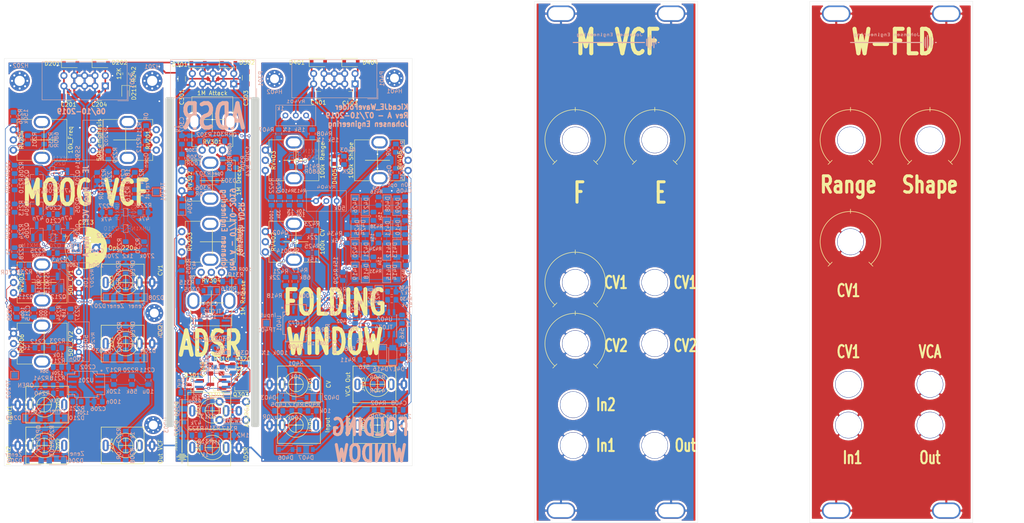
<source format=kicad_pcb>
(kicad_pcb (version 20171130) (host pcbnew "(5.1.9)-1")
  (layers (0 F.Cu signal) (31 B.Cu signal) (34 B.Paste user) (35 F.Paste user) (36 B.SilkS user) (37 F.SilkS user) (38 B.Mask user) (39 F.Mask user) (44 Edge.Cuts user))
  (net 0 "")
  (net 1 GND)
  (net 2 "Net-(J201-PadT)")
  (net 3 -12V)
  (net 4 +12V)
  (net 5 "Net-(J202-PadT)")
  (net 6 "Net-(J203-PadT)")
  (net 7 "Net-(Q202-Pad1)")
  (net 8 "Net-(Q204-Pad1)")
  (net 9 "Net-(C208-Pad1)")
  (net 10 "Net-(C209-Pad1)")
  (net 11 "Net-(C210-Pad2)")
  (net 12 "Net-(C210-Pad1)")
  (net 13 "Net-(C212-Pad1)")
  (net 14 "Net-(C213-Pad1)")
  (net 15 "Net-(Q206-Pad1)")
  (net 16 "Net-(C207-Pad1)")
  (net 17 "Net-(C209-Pad2)")
  (net 18 "Net-(C212-Pad2)")
  (net 19 "Net-(R217-Pad2)")
  (net 20 "Net-(R217-Pad1)")
  (net 21 "Net-(D304-Pad2)")
  (net 22 "Net-(C307-Pad2)")
  (net 23 "Net-(C308-Pad1)")
  (net 24 "Net-(D303-Pad2)")
  (net 25 "Net-(J301-PadT)")
  (net 26 "Net-(Q302-Pad1)")
  (net 27 "Net-(Q302-Pad2)")
  (net 28 "Net-(Q303-Pad1)")
  (net 29 "Net-(C207-Pad2)")
  (net 30 "Net-(C208-Pad2)")
  (net 31 "Net-(C211-Pad1)")
  (net 32 "Net-(C211-Pad2)")
  (net 33 /KicadJE_Yousynth_MoogVCF/PNP_B)
  (net 34 "Net-(D203-Pad2)")
  (net 35 CV2)
  (net 36 "Net-(D205-Pad2)")
  (net 37 "Net-(D207-Pad2)")
  (net 38 CV1)
  (net 39 "Net-(J204-PadT)")
  (net 40 "Net-(Q208-Pad5)")
  (net 41 "Net-(Q208-Pad1)")
  (net 42 "Net-(Q209-Pad1)")
  (net 43 "Net-(Q209-Pad2)")
  (net 44 "Net-(Q209-Pad4)")
  (net 45 "Net-(Q209-Pad5)")
  (net 46 "Net-(Q209-Pad6)")
  (net 47 "Net-(Q210-Pad1)")
  (net 48 "Net-(Q211-Pad3)")
  (net 49 /KicadJE_Yousynth_MoogVCF/PNP_E)
  (net 50 "Net-(Q212-Pad3)")
  (net 51 OutVCF)
  (net 52 "Net-(R211-Pad2)")
  (net 53 "Net-(R211-Pad1)")
  (net 54 /KicadJE_Yousynth_MoogVCF/Coupling)
  (net 55 "Net-(R218-Pad2)")
  (net 56 "Net-(R219-Pad2)")
  (net 57 "Net-(R229-Pad2)")
  (net 58 "Net-(R235-Pad1)")
  (net 59 "Net-(R236-Pad2)")
  (net 60 "Net-(R237-Pad1)")
  (net 61 "Net-(R238-Pad1)")
  (net 62 "Net-(D209-Pad2)")
  (net 63 "Net-(J205-PadT)")
  (net 64 InAudio1)
  (net 65 InAudio2)
  (net 66 "Net-(R234-Pad1)")
  (net 67 "Net-(D211-Pad1)")
  (net 68 "Net-(Q201-Pad2)")
  (net 69 "Net-(R243-Pad2)")
  (net 70 "Net-(C305-Pad1)")
  (net 71 555_RST)
  (net 72 "Net-(D304-Pad1)")
  (net 73 "Net-(D305-Pad2)")
  (net 74 ADSRGate)
  (net 75 "Net-(J301-PadS)")
  (net 76 ADSR_out)
  (net 77 555_Dis)
  (net 78 "Net-(Q301-Pad3)")
  (net 79 555_Trig)
  (net 80 "Net-(R301-Pad2)")
  (net 81 "Net-(R301-Pad1)")
  (net 82 555_Out)
  (net 83 "Net-(R305-Pad2)")
  (net 84 "Net-(R306-Pad2)")
  (net 85 "Net-(R307-Pad1)")
  (net 86 "Net-(R309-Pad2)")
  (net 87 "Net-(R313-Pad2)")
  (net 88 "Net-(R315-Pad2)")
  (net 89 "Net-(R316-Pad1)")
  (net 90 555_Threshold)
  (net 91 "Net-(RV303-Pad2)")
  (net 92 "Net-(C405-Pad1)")
  (net 93 "Net-(C405-Pad2)")
  (net 94 "Net-(C406-Pad1)")
  (net 95 "Net-(C406-Pad2)")
  (net 96 "Net-(C407-Pad2)")
  (net 97 "Net-(C407-Pad1)")
  (net 98 Output_Fold)
  (net 99 "Net-(C408-Pad1)")
  (net 100 CV_Fold)
  (net 101 "Net-(D405-Pad1)")
  (net 102 Input_Fold)
  (net 103 "Net-(D408-Pad1)")
  (net 104 "Net-(D412-Pad2)")
  (net 105 "Net-(D414-Pad1)")
  (net 106 "Net-(D416-Pad1)")
  (net 107 "Net-(D418-Pad2)")
  (net 108 "Net-(D420-Pad1)")
  (net 109 "Net-(D422-Pad1)")
  (net 110 "Net-(D422-Pad2)")
  (net 111 "Net-(D424-Pad2)")
  (net 112 "Net-(D426-Pad1)")
  (net 113 "Net-(J401-PadT)")
  (net 114 "Net-(J402-PadT)")
  (net 115 "Net-(J403-PadT)")
  (net 116 "Net-(J404-PadT)")
  (net 117 "Net-(Q401-Pad1)")
  (net 118 "Net-(Q401-Pad3)")
  (net 119 "Net-(Q401-Pad6)")
  (net 120 "Net-(Q402-Pad1)")
  (net 121 "Net-(Q402-Pad2)")
  (net 122 Output_VCA)
  (net 123 "Net-(R406-Pad2)")
  (net 124 "Net-(R407-Pad2)")
  (net 125 "Net-(R408-Pad2)")
  (net 126 "Net-(R409-Pad2)")
  (net 127 "Net-(R413-Pad1)")
  (net 128 "Net-(R417-Pad1)")
  (net 129 "Net-(R417-Pad2)")
  (net 130 "Net-(R418-Pad1)")
  (net 131 "Net-(R422-Pad1)")
  (net 132 "Net-(R423-Pad1)")
  (net 133 "Net-(R428-Pad1)")
  (net 134 "Net-(R430-Pad1)")
  (net 135 "Net-(R432-Pad1)")
  (module AJ:Johansen_engineering_logo_25mm_front_neg5 (layer B.Cu) (at 200 46 180)
    (fp_text reference G*** hide)
    (fp_text value LOGO hide)
  )
  (module AJ:Johansen_engineering_logo_25mm_front_neg5 (layer B.Cu) (at 268 46 180)
    (fp_text reference G*** hide)
    (fp_text value LOGO hide)
  )
  (module AJ:Jack_3m5 (layer F.Cu) (at 277 140)
    (fp_text reference REF** hide)
    (fp_text value "6,3mm inner")
    (pad 1 thru_hole circle (at 0 0) (size 6.5 6.5) (drill 6.3) (layers *.Cu *.Mask) (net 1 GND))
  )
  (module AJ:Johansen_engineering_soldermask_20mm (layer F.Cu) (at 267.5 161)
    (fp_text reference G*** hide)
    (fp_text value LOGO hide)
  )
  (module AJ:Pot_6m3_scale1 (layer F.Cu) (at 257.5 70)
    (fp_text reference REF** hide)
    (fp_text value "6,3mm inner pot")
    (pad 1 thru_hole circle (at 0 0) (size 6.5 6.5) (drill 6.3) (layers *.Cu *.Mask))
  )
  (module AJ:Jack_3m5 (layer F.Cu) (at 257 130)
    (fp_text reference REF** hide)
    (fp_text value "6,3mm inner")
    (pad 1 thru_hole circle (at 0 0) (size 6.5 6.5) (drill 6.3) (layers *.Cu *.Mask))
  )
  (module AJ:Jack_3m5 (layer F.Cu) (at 277 130)
    (fp_text reference REF** hide)
    (fp_text value "6,3mm inner")
    (pad 1 thru_hole circle (at 0 0) (size 6.5 6.5) (drill 6.3) (layers *.Cu *.Mask) (net 1 GND))
  )
  (module AJ:Jack_3m5 (layer F.Cu) (at 257 140)
    (fp_text reference REF** hide)
    (fp_text value "6,3mm inner")
    (pad 1 thru_hole circle (at 0 0) (size 6.5 6.5) (drill 6.3) (layers *.Cu *.Mask) (net 1 GND))
  )
  (module AJ:Pot_6m3_scale1 (layer F.Cu) (at 277 70)
    (fp_text reference REF** hide)
    (fp_text value "6,3mm inner pot")
    (pad 1 thru_hole circle (at 0 0) (size 6.5 6.5) (drill 6.3) (layers *.Cu *.Mask))
  )
  (module AJ:Pot_6m3_scale1 (layer F.Cu) (at 257.5 95)
    (fp_text reference REF** hide)
    (fp_text value "6,3mm inner pot")
    (pad 1 thru_hole circle (at 0 0) (size 6.5 6.5) (drill 6.3) (layers *.Cu *.Mask) (net 1 GND))
  )
  (module AJ:MountingHole_Eurorack3 (layer F.Cu) (at 281 161)
    (fp_text reference REF**)
    (fp_text value MountingHole_Eurorack3)
    (pad 1 thru_hole oval (at 0 0) (size 7 4) (drill oval 6.2 3.2) (layers *.Cu *.Mask) (net 1 GND))
  )
  (module AJ:MountingHole_Eurorack3 (layer F.Cu) (at 254 161)
    (fp_text reference REF**)
    (fp_text value MountingHole_Eurorack3)
    (pad 1 thru_hole oval (at 0 0) (size 7 4) (drill oval 6.2 3.2) (layers *.Cu *.Mask) (net 1 GND))
  )
  (module AJ:MountingHole_Eurorack3 (layer F.Cu) (at 281 39)
    (fp_text reference REF**)
    (fp_text value MountingHole_Eurorack3)
    (pad 1 thru_hole oval (at 0 0) (size 7 4) (drill oval 6.2 3.2) (layers *.Cu *.Mask) (net 1 GND))
  )
  (module AJ:MountingHole_Eurorack3 (layer F.Cu) (at 254 39)
    (fp_text reference REF**)
    (fp_text value MountingHole_Eurorack3)
    (pad 1 thru_hole oval (at 0 0) (size 7 4) (drill oval 6.2 3.2) (layers *.Cu *.Mask) (net 1 GND))
  )
  (module AJ:Johansen_engineering_soldermask_20mm (layer F.Cu) (at 200 161)
    (fp_text reference G*** hide)
    (fp_text value LOGO hide)
  )
  (module AJ:Pot_6m3_scale1 (layer F.Cu) (at 209.5 70)
    (fp_text reference REF** hide)
    (fp_text value "6,3mm inner pot")
    (pad 1 thru_hole circle (at 0 0) (size 6.5 6.5) (drill 6.3) (layers *.Cu *.Mask))
  )
  (module AJ:Pot_6m3_scale1 (layer F.Cu) (at 190 70)
    (fp_text reference REF** hide)
    (fp_text value "6,3mm inner pot")
    (pad 1 thru_hole circle (at 0 0) (size 6.5 6.5) (drill 6.3) (layers *.Cu *.Mask))
  )
  (module AJ:Pot_6m3_scale1 (layer F.Cu) (at 190 105)
    (fp_text reference REF** hide)
    (fp_text value "6,3mm inner pot")
    (pad 1 thru_hole circle (at 0 0) (size 6.5 6.5) (drill 6.3) (layers *.Cu *.Mask) (net 1 GND))
  )
  (module AJ:Pot_6m3_scale1 (layer F.Cu) (at 190 120)
    (fp_text reference REF** hide)
    (fp_text value "6,3mm inner pot")
    (pad 1 thru_hole circle (at 0 0) (size 6.5 6.5) (drill 6.3) (layers *.Cu *.Mask) (net 1 GND))
  )
  (module AJ:Jack_3m5 (layer F.Cu) (at 189.5 135)
    (fp_text reference REF** hide)
    (fp_text value "6,3mm inner")
    (pad 1 thru_hole circle (at 0 0) (size 6.5 6.5) (drill 6.3) (layers *.Cu *.Mask))
  )
  (module AJ:Jack_3m5 (layer F.Cu) (at 209.5 105)
    (fp_text reference REF** hide)
    (fp_text value "6,3mm inner")
    (pad 1 thru_hole circle (at 0 0) (size 6.5 6.5) (drill 6.3) (layers *.Cu *.Mask) (net 1 GND))
  )
  (module AJ:Jack_3m5 (layer F.Cu) (at 209.5 120)
    (fp_text reference REF** hide)
    (fp_text value "6,3mm inner")
    (pad 1 thru_hole circle (at 0 0) (size 6.5 6.5) (drill 6.3) (layers *.Cu *.Mask) (net 1 GND))
  )
  (module AJ:Jack_3m5 (layer F.Cu) (at 209.5 145)
    (fp_text reference REF** hide)
    (fp_text value "6,3mm inner")
    (pad 1 thru_hole circle (at 0 0) (size 6.5 6.5) (drill 6.3) (layers *.Cu *.Mask) (net 1 GND))
  )
  (module AJ:Jack_3m5 (layer F.Cu) (at 189.5 145)
    (fp_text reference REF** hide)
    (fp_text value "6,3mm inner")
    (pad 1 thru_hole circle (at 0 0) (size 6.5 6.5) (drill 6.3) (layers *.Cu *.Mask) (net 1 GND))
  )
  (module AJ:MountingHole_Eurorack3 (layer F.Cu) (at 213.5 161)
    (fp_text reference REF**)
    (fp_text value MountingHole_Eurorack3)
    (pad 1 thru_hole oval (at 0 0) (size 7 4) (drill oval 6.2 3.2) (layers *.Cu *.Mask) (net 1 GND))
  )
  (module AJ:MountingHole_Eurorack3 (layer F.Cu) (at 186.5 161)
    (fp_text reference REF**)
    (fp_text value MountingHole_Eurorack3)
    (pad 1 thru_hole oval (at 0 0) (size 7 4) (drill oval 6.2 3.2) (layers *.Cu *.Mask) (net 1 GND))
  )
  (module AJ:MountingHole_Eurorack3 (layer F.Cu) (at 213.5 39)
    (fp_text reference REF**)
    (fp_text value MountingHole_Eurorack3)
    (pad 1 thru_hole oval (at 0 0) (size 7 4) (drill oval 6.2 3.2) (layers *.Cu *.Mask) (net 1 GND))
  )
  (module AJ:MountingHole_Eurorack3 (layer F.Cu) (at 186.5 39)
    (fp_text reference REF**)
    (fp_text value MountingHole_Eurorack3)
    (pad 1 thru_hole oval (at 0 0) (size 7 4) (drill oval 6.2 3.2) (layers *.Cu *.Mask) (net 1 GND))
  )
  (module Capacitor_SMD:C_1206_3216Metric_Pad1.42x1.75mm_HandSolder (layer F.Cu) (at 65.75 59.5 180)
    (fp_text reference C201 (at 0 -1.82 180) (layer F.SilkS))
    (fp_text value 10u)
    (pad 2 smd roundrect (at 1.4875 0 180) (size 1.425 1.75) (layers F.Cu F.Paste F.Mask) (roundrect_rratio 0.175439) (net 4 +12V))
    (pad 1 smd roundrect (at -1.4875 0 180) (size 1.425 1.75) (layers F.Cu F.Paste F.Mask) (roundrect_rratio 0.175439) (net 1 GND))
  )
  (module Capacitor_SMD:C_0805_2012Metric_Pad1.15x1.40mm_HandSolder (layer B.Cu) (at 66.75 125.75)
    (fp_text reference C202 (at 3.75 0) (layer B.SilkS) (effects (justify mirror)))
    (fp_text value 100n (at 1 -2) (layer B.SilkS) (effects (justify mirror)))
    (pad 2 smd roundrect (at 1.025 0) (size 1.15 1.4) (layers B.Cu B.Paste B.Mask) (roundrect_rratio 0.217391) (net 4 +12V))
    (pad 1 smd roundrect (at -1.025 0) (size 1.15 1.4) (layers B.Cu B.Paste B.Mask) (roundrect_rratio 0.217391) (net 1 GND))
  )
  (module Capacitor_SMD:C_0805_2012Metric_Pad1.15x1.40mm_HandSolder (layer B.Cu) (at 67.25 99)
    (fp_text reference C203 (at 0 -1.75) (layer B.SilkS) (effects (justify mirror)))
    (fp_text value 100n (at -0.25 -3) (layer B.SilkS) (effects (justify mirror)))
    (pad 1 smd roundrect (at -1.025 0) (size 1.15 1.4) (layers B.Cu B.Paste B.Mask) (roundrect_rratio 0.217391) (net 1 GND))
    (pad 2 smd roundrect (at 1.025 0) (size 1.15 1.4) (layers B.Cu B.Paste B.Mask) (roundrect_rratio 0.217391) (net 4 +12V))
  )
  (module Capacitor_SMD:C_1206_3216Metric_Pad1.42x1.75mm_HandSolder (layer F.Cu) (at 73.2625 59.5 180)
    (fp_text reference C204 (at 0 -1.82 180) (layer F.SilkS))
    (fp_text value 10u)
    (pad 1 smd roundrect (at -1.4875 0 180) (size 1.425 1.75) (layers F.Cu F.Paste F.Mask) (roundrect_rratio 0.175439) (net 3 -12V))
    (pad 2 smd roundrect (at 1.4875 0 180) (size 1.425 1.75) (layers F.Cu F.Paste F.Mask) (roundrect_rratio 0.175439) (net 1 GND))
  )
  (module Capacitor_SMD:C_0805_2012Metric_Pad1.15x1.40mm_HandSolder (layer B.Cu) (at 72.5 99)
    (fp_text reference C205 (at 0 -1.75) (layer B.SilkS) (effects (justify mirror)))
    (fp_text value 100n (at 0 1.75) (layer B.SilkS) (effects (justify mirror)))
    (pad 1 smd roundrect (at -1.025 0) (size 1.15 1.4) (layers B.Cu B.Paste B.Mask) (roundrect_rratio 0.217391) (net 3 -12V))
    (pad 2 smd roundrect (at 1.025 0) (size 1.15 1.4) (layers B.Cu B.Paste B.Mask) (roundrect_rratio 0.217391) (net 1 GND))
  )
  (module Capacitor_SMD:C_0805_2012Metric_Pad1.15x1.40mm_HandSolder (layer B.Cu) (at 73 134.25 180)
    (fp_text reference C206 (at 0 -1.75 180) (layer B.SilkS) (effects (justify mirror)))
    (fp_text value 100n (at -3.75 0 180) (layer B.SilkS) (effects (justify mirror)))
    (pad 2 smd roundrect (at 1.025 0 180) (size 1.15 1.4) (layers B.Cu B.Paste B.Mask) (roundrect_rratio 0.217391) (net 1 GND))
    (pad 1 smd roundrect (at -1.025 0 180) (size 1.15 1.4) (layers B.Cu B.Paste B.Mask) (roundrect_rratio 0.217391) (net 3 -12V))
  )
  (module Capacitor_SMD:C_0805_2012Metric_Pad1.15x1.40mm_HandSolder (layer B.Cu) (at 61.75 79.5 180)
    (fp_text reference C207 (at 0 -1.75) (layer B.SilkS) (effects (justify mirror)))
    (fp_text value 47n (at 3.25 -3.25 180) (layer B.SilkS) (effects (justify mirror)))
    (pad 1 smd roundrect (at -1.025 0 180) (size 1.15 1.4) (layers B.Cu B.Paste B.Mask) (roundrect_rratio 0.217391) (net 16 "Net-(C207-Pad1)"))
    (pad 2 smd roundrect (at 1.025 0 180) (size 1.15 1.4) (layers B.Cu B.Paste B.Mask) (roundrect_rratio 0.217391) (net 29 "Net-(C207-Pad2)"))
  )
  (module Capacitor_SMD:C_0805_2012Metric_Pad1.15x1.40mm_HandSolder (layer B.Cu) (at 61.975 84.25 180)
    (fp_text reference C208 (at 0.225 1.75 180) (layer B.SilkS) (effects (justify mirror)))
    (fp_text value 47n (at -3.275 1.75 180) (layer B.SilkS) (effects (justify mirror)))
    (pad 2 smd roundrect (at 1.025 0 180) (size 1.15 1.4) (layers B.Cu B.Paste B.Mask) (roundrect_rratio 0.217391) (net 30 "Net-(C208-Pad2)"))
    (pad 1 smd roundrect (at -1.025 0 180) (size 1.15 1.4) (layers B.Cu B.Paste B.Mask) (roundrect_rratio 0.217391) (net 9 "Net-(C208-Pad1)"))
  )
  (module Capacitor_SMD:C_0805_2012Metric_Pad1.15x1.40mm_HandSolder (layer B.Cu) (at 61.975 88.25 180)
    (fp_text reference C209 (at 0 1.65 180) (layer B.SilkS) (effects (justify mirror)))
    (fp_text value 47n (at -3.275 -1 180) (layer B.SilkS) (effects (justify mirror)))
    (pad 1 smd roundrect (at -1.025 0 180) (size 1.15 1.4) (layers B.Cu B.Paste B.Mask) (roundrect_rratio 0.217391) (net 10 "Net-(C209-Pad1)"))
    (pad 2 smd roundrect (at 1.025 0 180) (size 1.15 1.4) (layers B.Cu B.Paste B.Mask) (roundrect_rratio 0.217391) (net 17 "Net-(C209-Pad2)"))
  )
  (module Capacitor_SMD:C_0805_2012Metric_Pad1.15x1.40mm_HandSolder (layer B.Cu) (at 62 91.5 180)
    (fp_text reference C210 (at 0 1.65 180) (layer B.SilkS) (effects (justify mirror)))
    (fp_text value 47n (at 3.75 2.25 180) (layer B.SilkS) (effects (justify mirror)))
    (pad 2 smd roundrect (at 1.025 0 180) (size 1.15 1.4) (layers B.Cu B.Paste B.Mask) (roundrect_rratio 0.217391) (net 11 "Net-(C210-Pad2)"))
    (pad 1 smd roundrect (at -1.025 0 180) (size 1.15 1.4) (layers B.Cu B.Paste B.Mask) (roundrect_rratio 0.217391) (net 12 "Net-(C210-Pad1)"))
  )
  (module Capacitor_SMD:C_0805_2012Metric_Pad1.15x1.40mm_HandSolder (layer B.Cu) (at 85.25 129 90)
    (fp_text reference C211 (at 2.5 -0.25 180) (layer B.SilkS) (effects (justify mirror)))
    (fp_text value 10u (at -2.75 0) (layer B.SilkS) (effects (justify mirror)))
    (pad 1 smd roundrect (at -1.025 0 90) (size 1.15 1.4) (layers B.Cu B.Paste B.Mask) (roundrect_rratio 0.217391) (net 31 "Net-(C211-Pad1)"))
    (pad 2 smd roundrect (at 1.025 0 90) (size 1.15 1.4) (layers B.Cu B.Paste B.Mask) (roundrect_rratio 0.217391) (net 32 "Net-(C211-Pad2)"))
  )
  (module Capacitor_SMD:C_0805_2012Metric_Pad1.15x1.40mm_HandSolder (layer B.Cu) (at 58.5 121)
    (fp_text reference C212 (at -0.25 -1.5) (layer B.SilkS) (effects (justify mirror)))
    (fp_text value 10u (at -3.5 0) (layer B.SilkS) (effects (justify mirror)))
    (pad 2 smd roundrect (at 1.025 0) (size 1.15 1.4) (layers B.Cu B.Paste B.Mask) (roundrect_rratio 0.217391) (net 18 "Net-(C212-Pad2)"))
    (pad 1 smd roundrect (at -1.025 0) (size 1.15 1.4) (layers B.Cu B.Paste B.Mask) (roundrect_rratio 0.217391) (net 13 "Net-(C212-Pad1)"))
  )
  (module Capacitor_THT:CP_Radial_D10.0mm_P5.00mm (layer F.Cu) (at 67.5 96.5)
    (fp_text reference C213 (at 2.5 -6.25) (layer F.SilkS))
    (fp_text value Opt_220u (at 11.5 0) (layer F.SilkS))
    (pad 1 thru_hole rect (at 0 0) (size 2 2) (drill 1) (layers *.Cu *.Mask) (net 14 "Net-(C213-Pad1)"))
    (pad 2 thru_hole circle (at 5 0) (size 2 2) (drill 1) (layers *.Cu *.Mask) (net 1 GND))
  )
  (module Capacitor_SMD:C_0805_2012Metric_Pad1.15x1.40mm_HandSolder (layer B.Cu) (at 77.5 79 90)
    (fp_text reference C214 (at 0 1.65 90) (layer B.SilkS) (effects (justify mirror)))
    (fp_text value 22u (at 0 -1.65 90) (layer B.SilkS) (effects (justify mirror)))
    (pad 1 smd roundrect (at -1.025 0 90) (size 1.15 1.4) (layers B.Cu B.Paste B.Mask) (roundrect_rratio 0.217391) (net 1 GND))
    (pad 2 smd roundrect (at 1.025 0 90) (size 1.15 1.4) (layers B.Cu B.Paste B.Mask) (roundrect_rratio 0.217391) (net 14 "Net-(C213-Pad1)"))
  )
  (module Capacitor_SMD:C_0805_2012Metric_Pad1.15x1.40mm_HandSolder (layer B.Cu) (at 57.25 112.5 90)
    (fp_text reference C215 (at 0 -1.5 90) (layer B.SilkS) (effects (justify mirror)))
    (fp_text value 100p (at 0 1.75 90) (layer B.SilkS) (effects (font (size 0.8 0.8)) (justify mirror)))
    (pad 2 smd roundrect (at 1.025 0 90) (size 1.15 1.4) (layers B.Cu B.Paste B.Mask) (roundrect_rratio 0.217391) (net 33 /KicadJE_Yousynth_MoogVCF/PNP_B))
    (pad 1 smd roundrect (at -1.025 0 90) (size 1.15 1.4) (layers B.Cu B.Paste B.Mask) (roundrect_rratio 0.217391) (net 1 GND))
  )
  (module Diode_SMD:D_SOD-123 (layer F.Cu) (at 66.25 51.25)
    (fp_text reference D201 (at -4.5 0) (layer F.SilkS))
    (fp_text value 1N1007)
    (pad 1 smd rect (at -1.65 0) (size 0.9 1.2) (layers F.Cu F.Paste F.Mask) (net 4 +12V))
    (pad 2 smd rect (at 1.65 0) (size 0.9 1.2) (layers F.Cu F.Paste F.Mask) (net 1 GND))
  )
  (module Diode_SMD:D_SOD-123 (layer F.Cu) (at 73.75 51.25)
    (fp_text reference D202 (at 4.5 -0.25) (layer F.SilkS))
    (fp_text value 1N1007)
    (pad 2 smd rect (at 1.65 0) (size 0.9 1.2) (layers F.Cu F.Paste F.Mask) (net 3 -12V))
    (pad 1 smd rect (at -1.65 0) (size 0.9 1.2) (layers F.Cu F.Paste F.Mask) (net 1 GND))
  )
  (module Diode_SMD:D_MiniMELF (layer B.Cu) (at 76.75 123.5)
    (fp_text reference D203 (at -2.5 -1.75) (layer B.SilkS) (effects (justify mirror)))
    (fp_text value Zener)
    (pad 2 smd rect (at 1.75 0) (size 1.3 1.7) (layers B.Cu B.Paste B.Mask) (net 34 "Net-(D203-Pad2)"))
    (pad 1 smd rect (at -1.75 0) (size 1.3 1.7) (layers B.Cu B.Paste B.Mask) (net 35 CV2))
  )
  (module Diode_SMD:D_MiniMELF (layer B.Cu) (at 82.5 123.5 180)
    (fp_text reference D204 (at -2.75 1.75 180) (layer B.SilkS) (effects (justify mirror)))
    (fp_text value Zener)
    (pad 1 smd rect (at -1.75 0 180) (size 1.3 1.7) (layers B.Cu B.Paste B.Mask) (net 1 GND))
    (pad 2 smd rect (at 1.75 0 180) (size 1.3 1.7) (layers B.Cu B.Paste B.Mask) (net 34 "Net-(D203-Pad2)"))
  )
  (module Diode_SMD:D_MiniMELF (layer B.Cu) (at 57.25 148.75)
    (fp_text reference D205 (at -4.75 0) (layer B.SilkS) (effects (justify mirror)))
    (fp_text value Zener (at -5 -1.5) (layer B.SilkS) (effects (justify mirror)))
    (pad 2 smd rect (at 1.75 0) (size 1.3 1.7) (layers B.Cu B.Paste B.Mask) (net 36 "Net-(D205-Pad2)"))
    (pad 1 smd rect (at -1.75 0) (size 1.3 1.7) (layers B.Cu B.Paste B.Mask) (net 65 InAudio2))
  )
  (module Diode_SMD:D_MiniMELF (layer B.Cu) (at 62.75 148.75 180)
    (fp_text reference D206 (at -4.75 0 180) (layer B.SilkS) (effects (justify mirror)))
    (fp_text value Zener (at -4.75 1.75 180) (layer B.SilkS) (effects (justify mirror)))
    (pad 1 smd rect (at -1.75 0 180) (size 1.3 1.7) (layers B.Cu B.Paste B.Mask) (net 1 GND))
    (pad 2 smd rect (at 1.75 0 180) (size 1.3 1.7) (layers B.Cu B.Paste B.Mask) (net 36 "Net-(D205-Pad2)"))
  )
  (module Diode_SMD:D_MiniMELF (layer B.Cu) (at 76.75 108.75)
    (fp_text reference D207 (at -3.75 2) (layer B.SilkS) (effects (justify mirror)))
    (fp_text value Zener (at 0.5 2) (layer B.SilkS) (effects (justify mirror)))
    (pad 2 smd rect (at 1.75 0) (size 1.3 1.7) (layers B.Cu B.Paste B.Mask) (net 37 "Net-(D207-Pad2)"))
    (pad 1 smd rect (at -1.75 0) (size 1.3 1.7) (layers B.Cu B.Paste B.Mask) (net 38 CV1))
  )
  (module Diode_SMD:D_MiniMELF (layer B.Cu) (at 82.5 108.75 180)
    (fp_text reference D208 (at -4.75 0 180) (layer B.SilkS) (effects (justify mirror)))
    (fp_text value Zener (at 0 -2 180) (layer B.SilkS) (effects (justify mirror)))
    (pad 1 smd rect (at -1.75 0 180) (size 1.3 1.7) (layers B.Cu B.Paste B.Mask) (net 1 GND))
    (pad 2 smd rect (at 1.75 0 180) (size 1.3 1.7) (layers B.Cu B.Paste B.Mask) (net 37 "Net-(D207-Pad2)"))
  )
  (module MountingHole:MountingHole_2.5mm_Pad_Via (layer B.Cu) (at 86.25 55.5 90)
    (fp_text reference H201 (at 3.5 0 180) (layer B.SilkS) (effects (justify mirror)))
    (fp_text value 2,5mm)
    (pad 1 thru_hole circle (at 0 0 90) (size 5 5) (drill 2.5) (layers *.Cu *.Mask))
    (pad 1 thru_hole circle (at 1.875 0 90) (size 0.8 0.8) (drill 0.5) (layers *.Cu *.Mask))
    (pad 1 thru_hole circle (at 1.325825 -1.325825 90) (size 0.8 0.8) (drill 0.5) (layers *.Cu *.Mask))
    (pad 1 thru_hole circle (at 0 -1.875 90) (size 0.8 0.8) (drill 0.5) (layers *.Cu *.Mask))
    (pad 1 thru_hole circle (at -1.325825 -1.325825 90) (size 0.8 0.8) (drill 0.5) (layers *.Cu *.Mask))
    (pad 1 thru_hole circle (at -1.875 0 90) (size 0.8 0.8) (drill 0.5) (layers *.Cu *.Mask))
    (pad 1 thru_hole circle (at -1.325825 1.325825 90) (size 0.8 0.8) (drill 0.5) (layers *.Cu *.Mask))
    (pad 1 thru_hole circle (at 0 1.875 90) (size 0.8 0.8) (drill 0.5) (layers *.Cu *.Mask))
    (pad 1 thru_hole circle (at 1.325825 1.325825 90) (size 0.8 0.8) (drill 0.5) (layers *.Cu *.Mask))
  )
  (module MountingHole:MountingHole_2.5mm_Pad_Via (layer B.Cu) (at 53.75 55.5 90)
    (fp_text reference H202 (at 3.75 0.25 180) (layer B.SilkS) (effects (justify mirror)))
    (fp_text value 2,5mm)
    (pad 1 thru_hole circle (at 1.325825 1.325825 90) (size 0.8 0.8) (drill 0.5) (layers *.Cu *.Mask))
    (pad 1 thru_hole circle (at 0 1.875 90) (size 0.8 0.8) (drill 0.5) (layers *.Cu *.Mask))
    (pad 1 thru_hole circle (at -1.325825 1.325825 90) (size 0.8 0.8) (drill 0.5) (layers *.Cu *.Mask))
    (pad 1 thru_hole circle (at -1.875 0 90) (size 0.8 0.8) (drill 0.5) (layers *.Cu *.Mask))
    (pad 1 thru_hole circle (at -1.325825 -1.325825 90) (size 0.8 0.8) (drill 0.5) (layers *.Cu *.Mask))
    (pad 1 thru_hole circle (at 0 -1.875 90) (size 0.8 0.8) (drill 0.5) (layers *.Cu *.Mask))
    (pad 1 thru_hole circle (at 1.325825 -1.325825 90) (size 0.8 0.8) (drill 0.5) (layers *.Cu *.Mask))
    (pad 1 thru_hole circle (at 1.875 0 90) (size 0.8 0.8) (drill 0.5) (layers *.Cu *.Mask))
    (pad 1 thru_hole circle (at 0 0 90) (size 5 5) (drill 2.5) (layers *.Cu *.Mask))
  )
  (module MountingHole:MountingHole_2.2mm_M2_Pad_Via (layer B.Cu) (at 86.5 140 90)
    (fp_text reference H203 (at 0 3.2 90) (layer B.SilkS) (effects (justify mirror)))
    (fp_text value 2,2mm)
    (pad 1 thru_hole circle (at 1.166726 1.166726 90) (size 0.7 0.7) (drill 0.4) (layers *.Cu *.Mask))
    (pad 1 thru_hole circle (at 0 1.65 90) (size 0.7 0.7) (drill 0.4) (layers *.Cu *.Mask))
    (pad 1 thru_hole circle (at -1.166726 1.166726 90) (size 0.7 0.7) (drill 0.4) (layers *.Cu *.Mask))
    (pad 1 thru_hole circle (at -1.65 0 90) (size 0.7 0.7) (drill 0.4) (layers *.Cu *.Mask))
    (pad 1 thru_hole circle (at -1.166726 -1.166726 90) (size 0.7 0.7) (drill 0.4) (layers *.Cu *.Mask))
    (pad 1 thru_hole circle (at 0 -1.65 90) (size 0.7 0.7) (drill 0.4) (layers *.Cu *.Mask))
    (pad 1 thru_hole circle (at 1.166726 -1.166726 90) (size 0.7 0.7) (drill 0.4) (layers *.Cu *.Mask))
    (pad 1 thru_hole circle (at 1.65 0 90) (size 0.7 0.7) (drill 0.4) (layers *.Cu *.Mask))
    (pad 1 thru_hole circle (at 0 0 90) (size 4.4 4.4) (drill 2.2) (layers *.Cu *.Mask))
  )
  (module MountingHole:MountingHole_2.2mm_M2_Pad_Via (layer B.Cu) (at 86.75 112.5 90)
    (fp_text reference H204 (at -4.25 1.5 90) (layer B.SilkS) (effects (justify mirror)))
    (fp_text value 2,2mm)
    (pad 1 thru_hole circle (at 0 0 90) (size 4.4 4.4) (drill 2.2) (layers *.Cu *.Mask))
    (pad 1 thru_hole circle (at 1.65 0 90) (size 0.7 0.7) (drill 0.4) (layers *.Cu *.Mask))
    (pad 1 thru_hole circle (at 1.166726 -1.166726 90) (size 0.7 0.7) (drill 0.4) (layers *.Cu *.Mask))
    (pad 1 thru_hole circle (at 0 -1.65 90) (size 0.7 0.7) (drill 0.4) (layers *.Cu *.Mask))
    (pad 1 thru_hole circle (at -1.166726 -1.166726 90) (size 0.7 0.7) (drill 0.4) (layers *.Cu *.Mask))
    (pad 1 thru_hole circle (at -1.65 0 90) (size 0.7 0.7) (drill 0.4) (layers *.Cu *.Mask))
    (pad 1 thru_hole circle (at -1.166726 1.166726 90) (size 0.7 0.7) (drill 0.4) (layers *.Cu *.Mask))
    (pad 1 thru_hole circle (at 0 1.65 90) (size 0.7 0.7) (drill 0.4) (layers *.Cu *.Mask))
    (pad 1 thru_hole circle (at 1.166726 1.166726 90) (size 0.7 0.7) (drill 0.4) (layers *.Cu *.Mask))
  )
  (module AJ-Dropbox-Kicad:PJ301SM (layer F.Cu) (at 79.75 120 90)
    (fp_text reference J201 (at 0 -3.5 90) (layer F.SilkS) (effects (font (size 0.75 1) (thickness 0.125))))
    (fp_text value CV2 (at 3.25 8.5 90) (layer F.SilkS))
    (pad TN thru_hole oval (at 0 3.38 90) (size 2.8 1.6) (drill oval 2 0.6) (layers *.Cu *.Mask) (net 1 GND))
    (pad S thru_hole oval (at 0 6.48 90) (size 2.4 1.6) (drill oval 1.4 0.6) (layers *.Cu *.Mask) (net 1 GND))
    (pad T thru_hole oval (at 0 -4.92 90) (size 2.8 1.5) (drill oval 2.1 0.5) (layers *.Cu *.Mask) (net 2 "Net-(J201-PadT)"))
  )
  (module AJ-Dropbox-Kicad:PJ301SM (layer F.Cu) (at 79.75 105 90)
    (fp_text reference J203 (at 0 -3.5 90) (layer F.SilkS) (effects (font (size 0.75 1) (thickness 0.125))))
    (fp_text value CV1 (at 3 8.5 90) (layer F.SilkS))
    (pad T thru_hole oval (at 0 -4.92 90) (size 2.8 1.5) (drill oval 2.1 0.5) (layers *.Cu *.Mask) (net 6 "Net-(J203-PadT)"))
    (pad S thru_hole oval (at 0 6.48 90) (size 2.4 1.6) (drill oval 1.4 0.6) (layers *.Cu *.Mask) (net 1 GND))
    (pad TN thru_hole oval (at 0 3.38 90) (size 2.8 1.6) (drill oval 2 0.6) (layers *.Cu *.Mask) (net 1 GND))
  )
  (module AJ-Dropbox-Kicad:PJ301SM (layer F.Cu) (at 79.75 145 90)
    (fp_text reference J204 (at 0 -3.5 90) (layer F.SilkS) (effects (font (size 0.75 1) (thickness 0.125))))
    (fp_text value "Out VCF" (at -1.5 8.5 90) (layer F.SilkS))
    (pad T thru_hole oval (at 0 -4.92 90) (size 2.8 1.5) (drill oval 2.1 0.5) (layers *.Cu *.Mask) (net 39 "Net-(J204-PadT)"))
    (pad S thru_hole oval (at 0 6.48 90) (size 2.4 1.6) (drill oval 1.4 0.6) (layers *.Cu *.Mask) (net 1 GND))
    (pad TN thru_hole oval (at 0 3.38 90) (size 2.8 1.6) (drill oval 2 0.6) (layers *.Cu *.Mask))
  )
  (module Connectors_IDC:IDC-Header_2x05_Pitch2.54mm_Straight (layer B.Cu) (at 74.75 56.75 90)
    (fp_text reference P201 (at 1.27 6.604 90) (layer B.SilkS) (effects (justify mirror)))
    (fp_text value Doepfer_Power_10pin)
    (pad 1 thru_hole rect (at 0 0 90) (size 1.7272 1.7272) (drill 1.016) (layers *.Cu *.Mask) (net 3 -12V))
    (pad 2 thru_hole oval (at 2.54 0 90) (size 1.7272 1.7272) (drill 1.016) (layers *.Cu *.Mask) (net 3 -12V))
    (pad 3 thru_hole oval (at 0 -2.54 90) (size 1.7272 1.7272) (drill 1.016) (layers *.Cu *.Mask) (net 1 GND))
    (pad 4 thru_hole oval (at 2.54 -2.54 90) (size 1.7272 1.7272) (drill 1.016) (layers *.Cu *.Mask) (net 1 GND))
    (pad 5 thru_hole oval (at 0 -5.08 90) (size 1.7272 1.7272) (drill 1.016) (layers *.Cu *.Mask) (net 1 GND))
    (pad 6 thru_hole oval (at 2.54 -5.08 90) (size 1.7272 1.7272) (drill 1.016) (layers *.Cu *.Mask) (net 1 GND))
    (pad 7 thru_hole oval (at 0 -7.62 90) (size 1.7272 1.7272) (drill 1.016) (layers *.Cu *.Mask) (net 1 GND))
    (pad 8 thru_hole oval (at 2.54 -7.62 90) (size 1.7272 1.7272) (drill 1.016) (layers *.Cu *.Mask) (net 1 GND))
    (pad 9 thru_hole oval (at 0 -10.16 90) (size 1.7272 1.7272) (drill 1.016) (layers *.Cu *.Mask) (net 4 +12V))
    (pad 10 thru_hole oval (at 2.54 -10.16 90) (size 1.7272 1.7272) (drill 1.016) (layers *.Cu *.Mask) (net 4 +12V))
  )
  (module AJ:UMX1N_UMT6_DualNPN (layer B.Cu) (at 61.75 77.5)
    (fp_text reference Q201 (at 1.412501 -1.7758) (layer B.SilkS) (effects (font (thickness 0.05)) (justify mirror)))
    (fp_text value UMX1N (at 2.25 -3.0258) (layer B.SilkS) (effects (font (thickness 0.05)) (justify mirror)))
    (pad 1 smd rect (at -0.925 0.65) (size 0.5 0.3) (layers B.Cu B.Paste B.Mask) (net 29 "Net-(C207-Pad2)"))
    (pad 2 smd rect (at -0.925 0) (size 0.5 0.3) (layers B.Cu B.Paste B.Mask) (net 68 "Net-(Q201-Pad2)"))
    (pad 3 smd rect (at -0.925 -0.65) (size 0.5 0.3) (layers B.Cu B.Paste B.Mask) (net 4 +12V))
    (pad 4 smd rect (at 0.925 -0.65 180) (size 0.5 0.3) (layers B.Cu B.Paste B.Mask) (net 16 "Net-(C207-Pad1)"))
    (pad 5 smd rect (at 0.925 0 180) (size 0.5 0.3) (layers B.Cu B.Paste B.Mask) (net 68 "Net-(Q201-Pad2)"))
    (pad 6 smd rect (at 0.925 0.65 180) (size 0.5 0.3) (layers B.Cu B.Paste B.Mask) (net 4 +12V))
  )
  (module Package_TO_SOT_SMD:SOT-23_Handsoldering (layer B.Cu) (at 57.924999 79.25 90)
    (fp_text reference Q202 (at 0 -2.424999 90) (layer B.SilkS) (effects (justify mirror)))
    (fp_text value SS9014)
    (pad 1 smd rect (at -1.5 0.95 90) (size 1.9 0.8) (layers B.Cu B.Paste B.Mask) (net 7 "Net-(Q202-Pad1)"))
    (pad 2 smd rect (at -1.5 -0.95 90) (size 1.9 0.8) (layers B.Cu B.Paste B.Mask) (net 30 "Net-(C208-Pad2)"))
    (pad 3 smd rect (at 1.5 0 90) (size 1.9 0.8) (layers B.Cu B.Paste B.Mask) (net 29 "Net-(C207-Pad2)"))
  )
  (module Package_TO_SOT_SMD:SOT-23_Handsoldering (layer B.Cu) (at 65.5 79.25 90)
    (fp_text reference Q203 (at 0 2.5 90) (layer B.SilkS) (effects (justify mirror)))
    (fp_text value SS9014 (at 5 2.5 90) (layer B.SilkS) (effects (justify mirror)))
    (pad 3 smd rect (at 1.5 0 90) (size 1.9 0.8) (layers B.Cu B.Paste B.Mask) (net 16 "Net-(C207-Pad1)"))
    (pad 2 smd rect (at -1.5 -0.95 90) (size 1.9 0.8) (layers B.Cu B.Paste B.Mask) (net 9 "Net-(C208-Pad1)"))
    (pad 1 smd rect (at -1.5 0.95 90) (size 1.9 0.8) (layers B.Cu B.Paste B.Mask) (net 7 "Net-(Q202-Pad1)"))
  )
  (module Package_TO_SOT_SMD:SOT-23_Handsoldering (layer B.Cu) (at 57.924999 86 90)
    (fp_text reference Q204 (at -0.75 -2.424999 90) (layer B.SilkS) (effects (justify mirror)))
    (fp_text value SS9014)
    (pad 1 smd rect (at -1.5 0.95 90) (size 1.9 0.8) (layers B.Cu B.Paste B.Mask) (net 8 "Net-(Q204-Pad1)"))
    (pad 2 smd rect (at -1.5 -0.95 90) (size 1.9 0.8) (layers B.Cu B.Paste B.Mask) (net 17 "Net-(C209-Pad2)"))
    (pad 3 smd rect (at 1.5 0 90) (size 1.9 0.8) (layers B.Cu B.Paste B.Mask) (net 30 "Net-(C208-Pad2)"))
  )
  (module Package_TO_SOT_SMD:SOT-23_Handsoldering (layer B.Cu) (at 65.5 86 90)
    (fp_text reference Q205 (at 0 2.5 90) (layer B.SilkS) (effects (justify mirror)))
    (fp_text value SS9014)
    (pad 3 smd rect (at 1.5 0 90) (size 1.9 0.8) (layers B.Cu B.Paste B.Mask) (net 9 "Net-(C208-Pad1)"))
    (pad 2 smd rect (at -1.5 -0.95 90) (size 1.9 0.8) (layers B.Cu B.Paste B.Mask) (net 10 "Net-(C209-Pad1)"))
    (pad 1 smd rect (at -1.5 0.95 90) (size 1.9 0.8) (layers B.Cu B.Paste B.Mask) (net 8 "Net-(Q204-Pad1)"))
  )
  (module Package_TO_SOT_SMD:SOT-23_Handsoldering (layer B.Cu) (at 57.924999 92.474999 90)
    (fp_text reference Q206 (at 0.224999 -2.424999 90) (layer B.SilkS) (effects (justify mirror)))
    (fp_text value SS9014)
    (pad 1 smd rect (at -1.5 0.95 90) (size 1.9 0.8) (layers B.Cu B.Paste B.Mask) (net 15 "Net-(Q206-Pad1)"))
    (pad 2 smd rect (at -1.5 -0.95 90) (size 1.9 0.8) (layers B.Cu B.Paste B.Mask) (net 11 "Net-(C210-Pad2)"))
    (pad 3 smd rect (at 1.5 0 90) (size 1.9 0.8) (layers B.Cu B.Paste B.Mask) (net 17 "Net-(C209-Pad2)"))
  )
  (module Package_TO_SOT_SMD:SOT-23_Handsoldering (layer B.Cu) (at 65.5 92.5 90)
    (fp_text reference Q207 (at 0 2.5 90) (layer B.SilkS) (effects (justify mirror)))
    (fp_text value SS9014)
    (pad 3 smd rect (at 1.5 0 90) (size 1.9 0.8) (layers B.Cu B.Paste B.Mask) (net 10 "Net-(C209-Pad1)"))
    (pad 2 smd rect (at -1.5 -0.95 90) (size 1.9 0.8) (layers B.Cu B.Paste B.Mask) (net 12 "Net-(C210-Pad1)"))
    (pad 1 smd rect (at -1.5 0.95 90) (size 1.9 0.8) (layers B.Cu B.Paste B.Mask) (net 15 "Net-(Q206-Pad1)"))
  )
  (module AJ:UMX1N_UMT6_DualNPN (layer B.Cu) (at 62 94 180)
    (fp_text reference Q208 (at 0 -2 180) (layer B.SilkS) (effects (font (thickness 0.05)) (justify mirror)))
    (fp_text value UMX1N (at 5.25 -1.905 180) (layer B.SilkS) (effects (font (thickness 0.05)) (justify mirror)))
    (pad 6 smd rect (at 0.925 0.65) (size 0.5 0.3) (layers B.Cu B.Paste B.Mask) (net 11 "Net-(C210-Pad2)"))
    (pad 5 smd rect (at 0.925 0) (size 0.5 0.3) (layers B.Cu B.Paste B.Mask) (net 40 "Net-(Q208-Pad5)"))
    (pad 4 smd rect (at 0.925 -0.65) (size 0.5 0.3) (layers B.Cu B.Paste B.Mask) (net 41 "Net-(Q208-Pad1)"))
    (pad 3 smd rect (at -0.925 -0.65 180) (size 0.5 0.3) (layers B.Cu B.Paste B.Mask) (net 12 "Net-(C210-Pad1)"))
    (pad 2 smd rect (at -0.925 0 180) (size 0.5 0.3) (layers B.Cu B.Paste B.Mask) (net 13 "Net-(C212-Pad1)"))
    (pad 1 smd rect (at -0.925 0.65 180) (size 0.5 0.3) (layers B.Cu B.Paste B.Mask) (net 41 "Net-(Q208-Pad1)"))
  )
  (module AJ:UMX1N_UMT6_DualNPN (layer B.Cu) (at 79.75 87.75 180)
    (fp_text reference Q209 (at -2 0.5 270) (layer B.SilkS) (effects (font (thickness 0.05)) (justify mirror)))
    (fp_text value UMX1N (at 2 0.25 270) (layer B.SilkS) (effects (font (size 0.9 0.9) (thickness 0.05)) (justify mirror)))
    (pad 1 smd rect (at -0.925 0.65 180) (size 0.5 0.3) (layers B.Cu B.Paste B.Mask) (net 42 "Net-(Q209-Pad1)"))
    (pad 2 smd rect (at -0.925 0 180) (size 0.5 0.3) (layers B.Cu B.Paste B.Mask) (net 43 "Net-(Q209-Pad2)"))
    (pad 3 smd rect (at -0.925 -0.65 180) (size 0.5 0.3) (layers B.Cu B.Paste B.Mask) (net 32 "Net-(C211-Pad2)"))
    (pad 4 smd rect (at 0.925 -0.65) (size 0.5 0.3) (layers B.Cu B.Paste B.Mask) (net 44 "Net-(Q209-Pad4)"))
    (pad 5 smd rect (at 0.925 0) (size 0.5 0.3) (layers B.Cu B.Paste B.Mask) (net 45 "Net-(Q209-Pad5)"))
    (pad 6 smd rect (at 0.925 0.65) (size 0.5 0.3) (layers B.Cu B.Paste B.Mask) (net 46 "Net-(Q209-Pad6)"))
  )
  (module AJ:UMX1N_UMT6_DualNPN (layer B.Cu) (at 79.75 91.75 180)
    (fp_text reference Q210 (at 3.5 0) (layer B.SilkS) (effects (font (thickness 0.05)) (justify mirror)))
    (fp_text value UMX1N (at -3.75 0) (layer B.SilkS) (effects (font (size 0.9 0.9) (thickness 0.05)) (justify mirror)))
    (pad 6 smd rect (at 0.925 0.65) (size 0.5 0.3) (layers B.Cu B.Paste B.Mask) (net 46 "Net-(Q209-Pad6)"))
    (pad 5 smd rect (at 0.925 0) (size 0.5 0.3) (layers B.Cu B.Paste B.Mask) (net 44 "Net-(Q209-Pad4)"))
    (pad 4 smd rect (at 0.925 -0.65) (size 0.5 0.3) (layers B.Cu B.Paste B.Mask) (net 47 "Net-(Q210-Pad1)"))
    (pad 3 smd rect (at -0.925 -0.65 180) (size 0.5 0.3) (layers B.Cu B.Paste B.Mask) (net 32 "Net-(C211-Pad2)"))
    (pad 2 smd rect (at -0.925 0 180) (size 0.5 0.3) (layers B.Cu B.Paste B.Mask) (net 42 "Net-(Q209-Pad1)"))
    (pad 1 smd rect (at -0.925 0.65 180) (size 0.5 0.3) (layers B.Cu B.Paste B.Mask) (net 47 "Net-(Q210-Pad1)"))
  )
  (module Package_TO_SOT_SMD:SOT-23_Handsoldering (layer B.Cu) (at 56 105 90)
    (fp_text reference Q211 (at -3.5 -0.75 180) (layer B.SilkS) (effects (justify mirror)))
    (fp_text value SS9014 (at 0 2.5 270) (layer B.SilkS) (effects (justify mirror)))
    (pad 3 smd rect (at 1.5 0 90) (size 1.9 0.8) (layers B.Cu B.Paste B.Mask) (net 48 "Net-(Q211-Pad3)"))
    (pad 2 smd rect (at -1.5 -0.95 90) (size 1.9 0.8) (layers B.Cu B.Paste B.Mask) (net 1 GND))
    (pad 1 smd rect (at -1.5 0.95 90) (size 1.9 0.8) (layers B.Cu B.Paste B.Mask) (net 49 /KicadJE_Yousynth_MoogVCF/PNP_E))
  )
  (module Package_TO_SOT_SMD:SOT-23_Handsoldering (layer B.Cu) (at 63 105 90)
    (fp_text reference Q212 (at -3.5 0.25 180) (layer B.SilkS) (effects (justify mirror)))
    (fp_text value SS9015 (at 0 -2.5 90) (layer B.SilkS) (effects (justify mirror)))
    (pad 1 smd rect (at -1.5 0.95 90) (size 1.9 0.8) (layers B.Cu B.Paste B.Mask) (net 33 /KicadJE_Yousynth_MoogVCF/PNP_B))
    (pad 2 smd rect (at -1.5 -0.95 90) (size 1.9 0.8) (layers B.Cu B.Paste B.Mask) (net 49 /KicadJE_Yousynth_MoogVCF/PNP_E))
    (pad 3 smd rect (at 1.5 0 90) (size 1.9 0.8) (layers B.Cu B.Paste B.Mask) (net 50 "Net-(Q212-Pad3)"))
  )
  (module Resistor_SMD:R_0805_2012Metric_Pad1.15x1.40mm_HandSolder (layer B.Cu) (at 55.75 69.975 90)
    (fp_text reference R201 (at 0 1.65 90) (layer B.SilkS) (effects (justify mirror)))
    (fp_text value 330R (at 0 -1.65 90) (layer B.SilkS) (effects (justify mirror)))
    (pad 2 smd roundrect (at 1.025 0 90) (size 1.15 1.4) (layers B.Cu B.Paste B.Mask) (roundrect_rratio 0.217391) (net 4 +12V))
    (pad 1 smd roundrect (at -1.025 0 90) (size 1.15 1.4) (layers B.Cu B.Paste B.Mask) (roundrect_rratio 0.217391) (net 68 "Net-(Q201-Pad2)"))
  )
  (module Resistor_SMD:R_0805_2012Metric_Pad1.15x1.40mm_HandSolder (layer B.Cu) (at 79.75 120.5 90)
    (fp_text reference R202 (at 0.25 -1.5 270) (layer B.SilkS) (effects (justify mirror)))
    (fp_text value 1K (at 0.5 1.75 90) (layer B.SilkS) (effects (justify mirror)))
    (pad 2 smd roundrect (at 1.025 0 90) (size 1.15 1.4) (layers B.Cu B.Paste B.Mask) (roundrect_rratio 0.217391) (net 35 CV2))
    (pad 1 smd roundrect (at -1.025 0 90) (size 1.15 1.4) (layers B.Cu B.Paste B.Mask) (roundrect_rratio 0.217391) (net 2 "Net-(J201-PadT)"))
  )
  (module Resistor_SMD:R_0805_2012Metric_Pad1.15x1.40mm_HandSolder (layer B.Cu) (at 60 145.725 90)
    (fp_text reference R203 (at 0 1.65 90) (layer B.SilkS) (effects (justify mirror)))
    (fp_text value 1K (at 0 -1.65 90) (layer B.SilkS) (effects (justify mirror)))
    (pad 2 smd roundrect (at 1.025 0 90) (size 1.15 1.4) (layers B.Cu B.Paste B.Mask) (roundrect_rratio 0.217391) (net 65 InAudio2))
    (pad 1 smd roundrect (at -1.025 0 90) (size 1.15 1.4) (layers B.Cu B.Paste B.Mask) (roundrect_rratio 0.217391) (net 5 "Net-(J202-PadT)"))
  )
  (module Resistor_SMD:R_0805_2012Metric_Pad1.15x1.40mm_HandSolder (layer B.Cu) (at 79.75 116.75 90)
    (fp_text reference R204 (at 0.25 -1.5 270) (layer B.SilkS) (effects (justify mirror)))
    (fp_text value OPEN (at 0.25 1.75 270) (layer B.SilkS) (effects (justify mirror)))
    (pad 1 smd roundrect (at -1.025 0 90) (size 1.15 1.4) (layers B.Cu B.Paste B.Mask) (roundrect_rratio 0.217391) (net 35 CV2))
    (pad 2 smd roundrect (at 1.025 0 90) (size 1.15 1.4) (layers B.Cu B.Paste B.Mask) (roundrect_rratio 0.217391) (net 1 GND))
  )
  (module Resistor_SMD:R_0805_2012Metric_Pad1.15x1.40mm_HandSolder (layer B.Cu) (at 60 141.975 90)
    (fp_text reference R205 (at 0 1.65 90) (layer B.SilkS) (effects (justify mirror)))
    (fp_text value OPEN (at 0 -1.65 90) (layer B.SilkS) (effects (justify mirror)))
    (pad 2 smd roundrect (at 1.025 0 90) (size 1.15 1.4) (layers B.Cu B.Paste B.Mask) (roundrect_rratio 0.217391) (net 1 GND))
    (pad 1 smd roundrect (at -1.025 0 90) (size 1.15 1.4) (layers B.Cu B.Paste B.Mask) (roundrect_rratio 0.217391) (net 65 InAudio2))
  )
  (module Resistor_SMD:R_0805_2012Metric_Pad1.15x1.40mm_HandSolder (layer B.Cu) (at 52.5 77.225 90)
    (fp_text reference R206 (at 0 1.65 90) (layer B.SilkS) (effects (justify mirror)))
    (fp_text value 150R (at 0 -1.65 90) (layer B.SilkS) (effects (justify mirror)))
    (pad 1 smd roundrect (at -1.025 0 90) (size 1.15 1.4) (layers B.Cu B.Paste B.Mask) (roundrect_rratio 0.217391) (net 7 "Net-(Q202-Pad1)"))
    (pad 2 smd roundrect (at 1.025 0 90) (size 1.15 1.4) (layers B.Cu B.Paste B.Mask) (roundrect_rratio 0.217391) (net 68 "Net-(Q201-Pad2)"))
  )
  (module Resistor_SMD:R_0805_2012Metric_Pad1.15x1.40mm_HandSolder (layer B.Cu) (at 79.75 105.725 90)
    (fp_text reference R207 (at 0 -1.75 90) (layer B.SilkS) (effects (justify mirror)))
    (fp_text value 1K (at -0.025 1.75 90) (layer B.SilkS) (effects (justify mirror)))
    (pad 1 smd roundrect (at -1.025 0 90) (size 1.15 1.4) (layers B.Cu B.Paste B.Mask) (roundrect_rratio 0.217391) (net 6 "Net-(J203-PadT)"))
    (pad 2 smd roundrect (at 1.025 0 90) (size 1.15 1.4) (layers B.Cu B.Paste B.Mask) (roundrect_rratio 0.217391) (net 38 CV1))
  )
  (module Resistor_SMD:R_0805_2012Metric_Pad1.15x1.40mm_HandSolder (layer B.Cu) (at 79.75 147.5 90)
    (fp_text reference R208 (at 0 1.65 90) (layer B.SilkS) (effects (justify mirror)))
    (fp_text value 0R (at 0 -1.65 90) (layer B.SilkS) (effects (justify mirror)))
    (pad 1 smd roundrect (at -1.025 0 90) (size 1.15 1.4) (layers B.Cu B.Paste B.Mask) (roundrect_rratio 0.217391) (net 39 "Net-(J204-PadT)"))
    (pad 2 smd roundrect (at 1.025 0 90) (size 1.15 1.4) (layers B.Cu B.Paste B.Mask) (roundrect_rratio 0.217391) (net 51 OutVCF))
  )
  (module Resistor_SMD:R_0805_2012Metric_Pad1.15x1.40mm_HandSolder (layer B.Cu) (at 79.75 101.75 90)
    (fp_text reference R209 (at 0.25 -1.75 90) (layer B.SilkS) (effects (justify mirror)))
    (fp_text value OPEN (at 0.25 1.75 90) (layer B.SilkS) (effects (justify mirror)))
    (pad 2 smd roundrect (at 1.025 0 90) (size 1.15 1.4) (layers B.Cu B.Paste B.Mask) (roundrect_rratio 0.217391) (net 1 GND))
    (pad 1 smd roundrect (at -1.025 0 90) (size 1.15 1.4) (layers B.Cu B.Paste B.Mask) (roundrect_rratio 0.217391) (net 38 CV1))
  )
  (module Resistor_SMD:R_0805_2012Metric_Pad1.15x1.40mm_HandSolder (layer B.Cu) (at 52.5 81.225 90)
    (fp_text reference R210 (at 0 1.65 90) (layer B.SilkS) (effects (justify mirror)))
    (fp_text value 150R (at 0 -1.65 90) (layer B.SilkS) (effects (justify mirror)))
    (pad 2 smd roundrect (at 1.025 0 90) (size 1.15 1.4) (layers B.Cu B.Paste B.Mask) (roundrect_rratio 0.217391) (net 7 "Net-(Q202-Pad1)"))
    (pad 1 smd roundrect (at -1.025 0 90) (size 1.15 1.4) (layers B.Cu B.Paste B.Mask) (roundrect_rratio 0.217391) (net 8 "Net-(Q204-Pad1)"))
  )
  (module Resistor_SMD:R_0805_2012Metric_Pad1.15x1.40mm_HandSolder (layer B.Cu) (at 84.75 67.5 270)
    (fp_text reference R211 (at 0 1.65 270) (layer B.SilkS) (effects (justify mirror)))
    (fp_text value 0R (at -3.25 0 270) (layer B.SilkS) (effects (justify mirror)))
    (pad 2 smd roundrect (at 1.025 0 270) (size 1.15 1.4) (layers B.Cu B.Paste B.Mask) (roundrect_rratio 0.217391) (net 52 "Net-(R211-Pad2)"))
    (pad 1 smd roundrect (at -1.025 0 270) (size 1.15 1.4) (layers B.Cu B.Paste B.Mask) (roundrect_rratio 0.217391) (net 53 "Net-(R211-Pad1)"))
  )
  (module Resistor_SMD:R_0805_2012Metric_Pad1.15x1.40mm_HandSolder (layer B.Cu) (at 84.75 71.25 90)
    (fp_text reference R212 (at 0 -1.75 90) (layer B.SilkS) (effects (justify mirror)))
    (fp_text value Open (at -3.75 0 90) (layer B.SilkS) (effects (justify mirror)))
    (pad 1 smd roundrect (at -1.025 0 90) (size 1.15 1.4) (layers B.Cu B.Paste B.Mask) (roundrect_rratio 0.217391) (net 54 /KicadJE_Yousynth_MoogVCF/Coupling))
    (pad 2 smd roundrect (at 1.025 0 90) (size 1.15 1.4) (layers B.Cu B.Paste B.Mask) (roundrect_rratio 0.217391) (net 52 "Net-(R211-Pad2)"))
  )
  (module Resistor_SMD:R_0805_2012Metric_Pad1.15x1.40mm_HandSolder (layer B.Cu) (at 52.5 86.725 90)
    (fp_text reference R213 (at 0 1.65 90) (layer B.SilkS) (effects (justify mirror)))
    (fp_text value 150R (at 0 -1.65 90) (layer B.SilkS) (effects (justify mirror)))
    (pad 1 smd roundrect (at -1.025 0 90) (size 1.15 1.4) (layers B.Cu B.Paste B.Mask) (roundrect_rratio 0.217391) (net 15 "Net-(Q206-Pad1)"))
    (pad 2 smd roundrect (at 1.025 0 90) (size 1.15 1.4) (layers B.Cu B.Paste B.Mask) (roundrect_rratio 0.217391) (net 8 "Net-(Q204-Pad1)"))
  )
  (module Resistor_SMD:R_0805_2012Metric_Pad1.15x1.40mm_HandSolder (layer B.Cu) (at 81.984999 78.974999 90)
    (fp_text reference R214 (at 0 1.65 90) (layer B.SilkS) (effects (justify mirror)))
    (fp_text value 180R (at 0 -1.65 90) (layer B.SilkS) (effects (justify mirror)))
    (pad 1 smd roundrect (at -1.025 0 90) (size 1.15 1.4) (layers B.Cu B.Paste B.Mask) (roundrect_rratio 0.217391) (net 54 /KicadJE_Yousynth_MoogVCF/Coupling))
    (pad 2 smd roundrect (at 1.025 0 90) (size 1.15 1.4) (layers B.Cu B.Paste B.Mask) (roundrect_rratio 0.217391) (net 4 +12V))
  )
  (module Resistor_SMD:R_0805_2012Metric_Pad1.15x1.40mm_HandSolder (layer B.Cu) (at 77.5 83.25 90)
    (fp_text reference R215 (at 0 1.65 90) (layer B.SilkS) (effects (justify mirror)))
    (fp_text value 22R (at 0 -1.65 90) (layer B.SilkS) (effects (justify mirror)))
    (pad 1 smd roundrect (at -1.025 0 90) (size 1.15 1.4) (layers B.Cu B.Paste B.Mask) (roundrect_rratio 0.217391) (net 46 "Net-(Q209-Pad6)"))
    (pad 2 smd roundrect (at 1.025 0 90) (size 1.15 1.4) (layers B.Cu B.Paste B.Mask) (roundrect_rratio 0.217391) (net 4 +12V))
  )
  (module Resistor_SMD:R_0805_2012Metric_Pad1.15x1.40mm_HandSolder (layer B.Cu) (at 82 83.25 270)
    (fp_text reference R216 (at 0 1.65 270) (layer B.SilkS) (effects (justify mirror)))
    (fp_text value 1k (at 0 -1.65 270) (layer B.SilkS) (effects (justify mirror)))
    (pad 1 smd roundrect (at -1.025 0 270) (size 1.15 1.4) (layers B.Cu B.Paste B.Mask) (roundrect_rratio 0.217391) (net 54 /KicadJE_Yousynth_MoogVCF/Coupling))
    (pad 2 smd roundrect (at 1.025 0 270) (size 1.15 1.4) (layers B.Cu B.Paste B.Mask) (roundrect_rratio 0.217391) (net 32 "Net-(C211-Pad2)"))
  )
  (module Resistor_SMD:R_0805_2012Metric_Pad1.15x1.40mm_HandSolder (layer B.Cu) (at 76.824999 129 90)
    (fp_text reference R217 (at 2.5 -0.074999 180) (layer B.SilkS) (effects (justify mirror)))
    (fp_text value 120k (at -2.75 -0.074999) (layer B.SilkS) (effects (justify mirror)))
    (pad 1 smd roundrect (at -1.025 0 90) (size 1.15 1.4) (layers B.Cu B.Paste B.Mask) (roundrect_rratio 0.217391) (net 20 "Net-(R217-Pad1)"))
    (pad 2 smd roundrect (at 1.025 0 90) (size 1.15 1.4) (layers B.Cu B.Paste B.Mask) (roundrect_rratio 0.217391) (net 19 "Net-(R217-Pad2)"))
  )
  (module Resistor_SMD:R_0805_2012Metric_Pad1.15x1.40mm_HandSolder (layer B.Cu) (at 63 130.25)
    (fp_text reference R218 (at 0 -1.75) (layer B.SilkS) (effects (justify mirror)))
    (fp_text value 120k (at 0 -3) (layer B.SilkS) (effects (font (size 0.8 0.8)) (justify mirror)))
    (pad 2 smd roundrect (at 1.025 0) (size 1.15 1.4) (layers B.Cu B.Paste B.Mask) (roundrect_rratio 0.217391) (net 55 "Net-(R218-Pad2)"))
    (pad 1 smd roundrect (at -1.025 0) (size 1.15 1.4) (layers B.Cu B.Paste B.Mask) (roundrect_rratio 0.217391) (net 64 InAudio1))
  )
  (module Resistor_SMD:R_0805_2012Metric_Pad1.15x1.40mm_HandSolder (layer B.Cu) (at 63 125.75)
    (fp_text reference R219 (at 0 -1.5) (layer B.SilkS) (effects (justify mirror)))
    (fp_text value 56k (at -3.25 1) (layer B.SilkS) (effects (font (size 0.8 0.8)) (justify mirror)))
    (pad 2 smd roundrect (at 1.025 0) (size 1.15 1.4) (layers B.Cu B.Paste B.Mask) (roundrect_rratio 0.217391) (net 56 "Net-(R219-Pad2)"))
    (pad 1 smd roundrect (at -1.025 0) (size 1.15 1.4) (layers B.Cu B.Paste B.Mask) (roundrect_rratio 0.217391) (net 55 "Net-(R218-Pad2)"))
  )
  (module Resistor_SMD:R_0805_2012Metric_Pad1.15x1.40mm_HandSolder (layer B.Cu) (at 81.25 129 270)
    (fp_text reference R220 (at -2.5 0.25) (layer B.SilkS) (effects (justify mirror)))
    (fp_text value 56k (at 2.75 0) (layer B.SilkS) (effects (justify mirror)))
    (pad 1 smd roundrect (at -1.025 0 270) (size 1.15 1.4) (layers B.Cu B.Paste B.Mask) (roundrect_rratio 0.217391) (net 31 "Net-(C211-Pad1)"))
    (pad 2 smd roundrect (at 1.025 0 270) (size 1.15 1.4) (layers B.Cu B.Paste B.Mask) (roundrect_rratio 0.217391) (net 20 "Net-(R217-Pad1)"))
  )
  (module Resistor_SMD:R_0805_2012Metric_Pad1.15x1.40mm_HandSolder (layer B.Cu) (at 67.775 134.25)
    (fp_text reference R221 (at 0 1.65) (layer B.SilkS) (effects (justify mirror)))
    (fp_text value 120k (at 1.475 2.75) (layer B.SilkS) (effects (font (size 0.8 0.8)) (justify mirror)))
    (pad 1 smd roundrect (at -1.025 0) (size 1.15 1.4) (layers B.Cu B.Paste B.Mask) (roundrect_rratio 0.217391) (net 65 InAudio2))
    (pad 2 smd roundrect (at 1.025 0) (size 1.15 1.4) (layers B.Cu B.Paste B.Mask) (roundrect_rratio 0.217391) (net 55 "Net-(R218-Pad2)"))
  )
  (module Resistor_SMD:R_0805_2012Metric_Pad1.15x1.40mm_HandSolder (layer B.Cu) (at 79.75 142.5 270)
    (fp_text reference R222 (at 0 1.65 270) (layer B.SilkS) (effects (justify mirror)))
    (fp_text value 1k (at 0 -1.65 270) (layer B.SilkS) (effects (justify mirror)))
    (pad 1 smd roundrect (at -1.025 0 270) (size 1.15 1.4) (layers B.Cu B.Paste B.Mask) (roundrect_rratio 0.217391) (net 19 "Net-(R217-Pad2)"))
    (pad 2 smd roundrect (at 1.025 0 270) (size 1.15 1.4) (layers B.Cu B.Paste B.Mask) (roundrect_rratio 0.217391) (net 51 OutVCF))
  )
  (module Resistor_SMD:R_0805_2012Metric_Pad1.15x1.40mm_HandSolder (layer B.Cu) (at 63.025 121 180)
    (fp_text reference R223 (at 0 1.65 180) (layer B.SilkS) (effects (justify mirror)))
    (fp_text value 10k (at -0.225001 -1.824999 180) (layer B.SilkS) (effects (justify mirror)))
    (pad 1 smd roundrect (at -1.025 0 180) (size 1.15 1.4) (layers B.Cu B.Paste B.Mask) (roundrect_rratio 0.217391) (net 56 "Net-(R219-Pad2)"))
    (pad 2 smd roundrect (at 1.025 0 180) (size 1.15 1.4) (layers B.Cu B.Paste B.Mask) (roundrect_rratio 0.217391) (net 18 "Net-(C212-Pad2)"))
  )
  (module Resistor_SMD:R_0805_2012Metric_Pad1.15x1.40mm_HandSolder (layer B.Cu) (at 52.5 92.475 90)
    (fp_text reference R224 (at 0 1.65 90) (layer B.SilkS) (effects (justify mirror)))
    (fp_text value 150R (at 0 -1.65 90) (layer B.SilkS) (effects (justify mirror)))
    (pad 1 smd roundrect (at -1.025 0 90) (size 1.15 1.4) (layers B.Cu B.Paste B.Mask) (roundrect_rratio 0.217391) (net 14 "Net-(C213-Pad1)"))
    (pad 2 smd roundrect (at 1.025 0 90) (size 1.15 1.4) (layers B.Cu B.Paste B.Mask) (roundrect_rratio 0.217391) (net 15 "Net-(Q206-Pad1)"))
  )
  (module Resistor_SMD:R_0805_2012Metric_Pad1.15x1.40mm_HandSolder (layer B.Cu) (at 61.975 97.75)
    (fp_text reference R225 (at -3.725 -0.5) (layer B.SilkS) (effects (justify mirror)))
    (fp_text value 470R (at -3.725 0.75) (layer B.SilkS) (effects (font (size 0.8 0.8)) (justify mirror)))
    (pad 1 smd roundrect (at -1.025 0) (size 1.15 1.4) (layers B.Cu B.Paste B.Mask) (roundrect_rratio 0.217391) (net 14 "Net-(C213-Pad1)"))
    (pad 2 smd roundrect (at 1.025 0) (size 1.15 1.4) (layers B.Cu B.Paste B.Mask) (roundrect_rratio 0.217391) (net 13 "Net-(C212-Pad1)"))
  )
  (module Resistor_SMD:R_0805_2012Metric_Pad1.15x1.40mm_HandSolder (layer B.Cu) (at 84.225 87.75 180)
    (fp_text reference R226 (at 0 1.65 180) (layer B.SilkS) (effects (justify mirror)))
    (fp_text value 47k (at 0 -1.65 180) (layer B.SilkS) (effects (justify mirror)))
    (pad 2 smd roundrect (at 1.025 0 180) (size 1.15 1.4) (layers B.Cu B.Paste B.Mask) (roundrect_rratio 0.217391) (net 43 "Net-(Q209-Pad2)"))
    (pad 1 smd roundrect (at -1.025 0 180) (size 1.15 1.4) (layers B.Cu B.Paste B.Mask) (roundrect_rratio 0.217391) (net 1 GND))
  )
  (module Resistor_SMD:R_0805_2012Metric_Pad1.15x1.40mm_HandSolder (layer B.Cu) (at 75 87.75)
    (fp_text reference R227 (at 0 -1.5) (layer B.SilkS) (effects (justify mirror)))
    (fp_text value 47k (at 0 1.75) (layer B.SilkS) (effects (justify mirror)))
    (pad 2 smd roundrect (at 1.025 0) (size 1.15 1.4) (layers B.Cu B.Paste B.Mask) (roundrect_rratio 0.217391) (net 45 "Net-(Q209-Pad5)"))
    (pad 1 smd roundrect (at -1.025 0) (size 1.15 1.4) (layers B.Cu B.Paste B.Mask) (roundrect_rratio 0.217391) (net 1 GND))
  )
  (module Resistor_SMD:R_0805_2012Metric_Pad1.15x1.40mm_HandSolder (layer B.Cu) (at 52.5 97.475 90)
    (fp_text reference R228 (at 0 1.65 90) (layer B.SilkS) (effects (justify mirror)))
    (fp_text value 1k (at 0 -1.65 90) (layer B.SilkS) (effects (justify mirror)))
    (pad 2 smd roundrect (at 1.025 0 90) (size 1.15 1.4) (layers B.Cu B.Paste B.Mask) (roundrect_rratio 0.217391) (net 41 "Net-(Q208-Pad1)"))
    (pad 1 smd roundrect (at -1.025 0 90) (size 1.15 1.4) (layers B.Cu B.Paste B.Mask) (roundrect_rratio 0.217391) (net 48 "Net-(Q211-Pad3)"))
  )
  (module Resistor_SMD:R_0805_2012Metric_Pad1.15x1.40mm_HandSolder (layer B.Cu) (at 75.5 73.725 90)
    (fp_text reference R229 (at 0 1.65 90) (layer B.SilkS) (effects (justify mirror)))
    (fp_text value 330R (at 0.725 -1.65 90) (layer B.SilkS) (effects (justify mirror)))
    (pad 2 smd roundrect (at 1.025 0 90) (size 1.15 1.4) (layers B.Cu B.Paste B.Mask) (roundrect_rratio 0.217391) (net 57 "Net-(R229-Pad2)"))
    (pad 1 smd roundrect (at -1.025 0 90) (size 1.15 1.4) (layers B.Cu B.Paste B.Mask) (roundrect_rratio 0.217391) (net 14 "Net-(C213-Pad1)"))
  )
  (module Resistor_SMD:R_0805_2012Metric_Pad1.15x1.40mm_HandSolder (layer B.Cu) (at 84.25 96 90)
    (fp_text reference R230 (at 0 -1.5 90) (layer B.SilkS) (effects (justify mirror)))
    (fp_text value 270k (at -2.5 0.75 180) (layer B.SilkS) (effects (justify mirror)))
    (pad 2 smd roundrect (at 1.025 0 90) (size 1.15 1.4) (layers B.Cu B.Paste B.Mask) (roundrect_rratio 0.217391) (net 42 "Net-(Q209-Pad1)"))
    (pad 1 smd roundrect (at -1.025 0 90) (size 1.15 1.4) (layers B.Cu B.Paste B.Mask) (roundrect_rratio 0.217391) (net 3 -12V))
  )
  (module Resistor_SMD:R_0805_2012Metric_Pad1.15x1.40mm_HandSolder (layer B.Cu) (at 79.75 96 90)
    (fp_text reference R231 (at 0 -1.5 90) (layer B.SilkS) (effects (justify mirror)))
    (fp_text value 1k2 (at -2.5 0.5 180) (layer B.SilkS) (effects (justify mirror)))
    (pad 2 smd roundrect (at 1.025 0 90) (size 1.15 1.4) (layers B.Cu B.Paste B.Mask) (roundrect_rratio 0.217391) (net 47 "Net-(Q210-Pad1)"))
    (pad 1 smd roundrect (at -1.025 0 90) (size 1.15 1.4) (layers B.Cu B.Paste B.Mask) (roundrect_rratio 0.217391) (net 3 -12V))
  )
  (module Resistor_SMD:R_0805_2012Metric_Pad1.15x1.40mm_HandSolder (layer B.Cu) (at 75.25 96 90)
    (fp_text reference R232 (at 2.5 -0.75 180) (layer B.SilkS) (effects (justify mirror)))
    (fp_text value 270k (at -2.5 1 180) (layer B.SilkS) (effects (justify mirror)))
    (pad 1 smd roundrect (at -1.025 0 90) (size 1.15 1.4) (layers B.Cu B.Paste B.Mask) (roundrect_rratio 0.217391) (net 3 -12V))
    (pad 2 smd roundrect (at 1.025 0 90) (size 1.15 1.4) (layers B.Cu B.Paste B.Mask) (roundrect_rratio 0.217391) (net 44 "Net-(Q209-Pad4)"))
  )
  (module Resistor_SMD:R_0805_2012Metric_Pad1.15x1.40mm_HandSolder (layer B.Cu) (at 72.75 79 90)
    (fp_text reference R233 (at 0 1.65 90) (layer B.SilkS) (effects (justify mirror)))
    (fp_text value 220R (at -3.75 1 90) (layer B.SilkS) (effects (justify mirror)))
    (pad 2 smd roundrect (at 1.025 0 90) (size 1.15 1.4) (layers B.Cu B.Paste B.Mask) (roundrect_rratio 0.217391) (net 14 "Net-(C213-Pad1)"))
    (pad 1 smd roundrect (at -1.025 0 90) (size 1.15 1.4) (layers B.Cu B.Paste B.Mask) (roundrect_rratio 0.217391) (net 1 GND))
  )
  (module Resistor_SMD:R_0805_2012Metric_Pad1.15x1.40mm_HandSolder (layer B.Cu) (at 61.75 112.5 90)
    (fp_text reference R234 (at 0 1.65 90) (layer B.SilkS) (effects (justify mirror)))
    (fp_text value 100k (at 0 -1.65 90) (layer B.SilkS) (effects (font (size 0.8 0.8)) (justify mirror)))
    (pad 2 smd roundrect (at 1.025 0 90) (size 1.15 1.4) (layers B.Cu B.Paste B.Mask) (roundrect_rratio 0.217391) (net 33 /KicadJE_Yousynth_MoogVCF/PNP_B))
    (pad 1 smd roundrect (at -1.025 0 90) (size 1.15 1.4) (layers B.Cu B.Paste B.Mask) (roundrect_rratio 0.217391) (net 66 "Net-(R234-Pad1)"))
  )
  (module Resistor_SMD:R_0805_2012Metric_Pad1.15x1.40mm_HandSolder (layer B.Cu) (at 59.75 69.975 90)
    (fp_text reference R235 (at 0 1.65 90) (layer B.SilkS) (effects (justify mirror)))
    (fp_text value 680R (at 0 3 90) (layer B.SilkS) (effects (justify mirror)))
    (pad 1 smd roundrect (at -1.025 0 90) (size 1.15 1.4) (layers B.Cu B.Paste B.Mask) (roundrect_rratio 0.217391) (net 58 "Net-(R235-Pad1)"))
    (pad 2 smd roundrect (at 1.025 0 90) (size 1.15 1.4) (layers B.Cu B.Paste B.Mask) (roundrect_rratio 0.217391) (net 4 +12V))
  )
  (module Resistor_SMD:R_0805_2012Metric_Pad1.15x1.40mm_HandSolder (layer B.Cu) (at 52.25 64.25 90)
    (fp_text reference R236 (at 0 1.65 90) (layer B.SilkS) (effects (justify mirror)))
    (fp_text value 150k (at 0 3 90) (layer B.SilkS) (effects (justify mirror)))
    (pad 2 smd roundrect (at 1.025 0 90) (size 1.15 1.4) (layers B.Cu B.Paste B.Mask) (roundrect_rratio 0.217391) (net 59 "Net-(R236-Pad2)"))
    (pad 1 smd roundrect (at -1.025 0 90) (size 1.15 1.4) (layers B.Cu B.Paste B.Mask) (roundrect_rratio 0.217391) (net 33 /KicadJE_Yousynth_MoogVCF/PNP_B))
  )
  (module Resistor_SMD:R_0805_2012Metric_Pad1.15x1.40mm_HandSolder (layer B.Cu) (at 66.25 112.5 90)
    (fp_text reference R237 (at 0 1.65 90) (layer B.SilkS) (effects (justify mirror)))
    (fp_text value 1k8 (at 0 -1.65 90) (layer B.SilkS) (effects (font (size 0.8 0.8)) (justify mirror)))
    (pad 1 smd roundrect (at -1.025 0 90) (size 1.15 1.4) (layers B.Cu B.Paste B.Mask) (roundrect_rratio 0.217391) (net 60 "Net-(R237-Pad1)"))
    (pad 2 smd roundrect (at 1.025 0 90) (size 1.15 1.4) (layers B.Cu B.Paste B.Mask) (roundrect_rratio 0.217391) (net 33 /KicadJE_Yousynth_MoogVCF/PNP_B))
  )
  (module Resistor_SMD:R_0805_2012Metric_Pad1.15x1.40mm_HandSolder (layer B.Cu) (at 53 112.5 90)
    (fp_text reference R238 (at 0 -1.75 90) (layer B.SilkS) (effects (justify mirror)))
    (fp_text value 100k (at 0 1.5 90) (layer B.SilkS) (effects (font (size 0.8 0.8)) (justify mirror)))
    (pad 1 smd roundrect (at -1.025 0 90) (size 1.15 1.4) (layers B.Cu B.Paste B.Mask) (roundrect_rratio 0.217391) (net 61 "Net-(R238-Pad1)"))
    (pad 2 smd roundrect (at 1.025 0 90) (size 1.15 1.4) (layers B.Cu B.Paste B.Mask) (roundrect_rratio 0.217391) (net 33 /KicadJE_Yousynth_MoogVCF/PNP_B))
  )
  (module Resistor_SMD:R_0805_2012Metric_Pad1.15x1.40mm_HandSolder (layer B.Cu) (at 54.975 100.75)
    (fp_text reference R239 (at 0 1.65) (layer B.SilkS) (effects (justify mirror)))
    (fp_text value 470R (at -4 1.75) (layer B.SilkS) (effects (justify mirror)))
    (pad 2 smd roundrect (at 1.025 0) (size 1.15 1.4) (layers B.Cu B.Paste B.Mask) (roundrect_rratio 0.217391) (net 50 "Net-(Q212-Pad3)"))
    (pad 1 smd roundrect (at -1.025 0) (size 1.15 1.4) (layers B.Cu B.Paste B.Mask) (roundrect_rratio 0.217391) (net 1 GND))
  )
  (module AJ-Dropbox-Kicad:Potentiometer_China_RK09_Single_Vertical_AJ (layer F.Cu) (at 87.25 67.5 180)
    (fp_text reference RV201 (at 2 -2.5 270) (layer F.SilkS))
    (fp_text value 50k_emphasis (at 14 -2.5 270) (layer F.SilkS))
    (pad 3 thru_hole circle (at 0 -5 180) (size 1.8 1.8) (drill 1) (layers *.Cu *.Mask) (net 54 /KicadJE_Yousynth_MoogVCF/Coupling))
    (pad 2 thru_hole circle (at 0 -2.5 180) (size 1.8 1.8) (drill 1) (layers *.Cu *.Mask) (net 52 "Net-(R211-Pad2)"))
    (pad 1 thru_hole circle (at 0 0 180) (size 1.8 1.8) (drill 1) (layers *.Cu *.Mask) (net 53 "Net-(R211-Pad1)"))
    (pad "" np_thru_hole oval (at 7 -6.9 180) (size 4 3) (drill oval 3 2) (layers *.Cu *.Mask))
    (pad "" np_thru_hole oval (at 7 1.9 180) (size 4 3) (drill oval 3 2) (layers *.Cu *.Mask))
  )
  (module AJ-Dropbox-Kicad:Bourns3296WV (layer B.Cu) (at 71.75 67.5 90)
    (fp_text reference RV202 (at -1.75 3.25 90) (layer B.SilkS) (effects (font (size 0.75 1) (thickness 0.125)) (justify mirror)))
    (fp_text value 1k (at -1.5 1.75 90) (layer B.SilkS) (effects (justify mirror)))
    (pad 1 thru_hole circle (at 0 0 90) (size 1.44 1.44) (drill 0.8) (layers *.Cu *.Mask) (net 53 "Net-(R211-Pad1)"))
    (pad 2 thru_hole circle (at -2.54 0 90) (size 1.44 1.44) (drill 0.8) (layers *.Cu *.Mask) (net 40 "Net-(Q208-Pad5)"))
    (pad 3 thru_hole circle (at -5.08 0 90) (size 1.44 1.44) (drill 0.8) (layers *.Cu *.Mask) (net 57 "Net-(R229-Pad2)"))
  )
  (module AJ-Dropbox-Kicad:Potentiometer_China_RK09_Single_Vertical_AJ (layer F.Cu) (at 52.25 107.5)
    (fp_text reference RV203 (at 2 -2.5 90) (layer F.SilkS))
    (fp_text value 50k_CV1 (at 14 -2.5 90) (layer F.SilkS))
    (pad 3 thru_hole circle (at 0 -5) (size 1.8 1.8) (drill 1) (layers *.Cu *.Mask) (net 1 GND))
    (pad 2 thru_hole circle (at 0 -2.5) (size 1.8 1.8) (drill 1) (layers *.Cu *.Mask) (net 61 "Net-(R238-Pad1)"))
    (pad 1 thru_hole circle (at 0 0) (size 1.8 1.8) (drill 1) (layers *.Cu *.Mask) (net 38 CV1))
    (pad "" np_thru_hole oval (at 7 -6.9) (size 4 3) (drill oval 3 2) (layers *.Cu *.Mask))
    (pad "" np_thru_hole oval (at 7 1.9) (size 4 3) (drill oval 3 2) (layers *.Cu *.Mask))
  )
  (module AJ-Dropbox-Kicad:Potentiometer_China_RK09_Single_Vertical_AJ (layer F.Cu) (at 52.2 72.5)
    (fp_text reference RV204 (at 2 -2.5 90) (layer F.SilkS))
    (fp_text value 10k_Freq (at 14 -2.5 90) (layer F.SilkS))
    (pad "" np_thru_hole oval (at 7 1.9) (size 4 3) (drill oval 3 2) (layers *.Cu *.Mask))
    (pad "" np_thru_hole oval (at 7 -6.9) (size 4 3) (drill oval 3 2) (layers *.Cu *.Mask))
    (pad 1 thru_hole circle (at 0 0) (size 1.8 1.8) (drill 1) (layers *.Cu *.Mask) (net 58 "Net-(R235-Pad1)"))
    (pad 2 thru_hole circle (at 0 -2.5) (size 1.8 1.8) (drill 1) (layers *.Cu *.Mask) (net 59 "Net-(R236-Pad2)"))
    (pad 3 thru_hole circle (at 0 -5) (size 1.8 1.8) (drill 1) (layers *.Cu *.Mask) (net 1 GND))
  )
  (module AJ-Dropbox-Kicad:Bourns3296WV (layer B.Cu) (at 68.25 117 90)
    (fp_text reference RV205 (at -2.5 3.5 90) (layer B.SilkS) (effects (font (size 0.75 1) (thickness 0.125)) (justify mirror)))
    (fp_text value 500R (at -2.75 1.75 90) (layer B.SilkS) (effects (justify mirror)))
    (pad 3 thru_hole circle (at -5.08 0 90) (size 1.44 1.44) (drill 0.8) (layers *.Cu *.Mask) (net 1 GND))
    (pad 2 thru_hole circle (at -2.54 0 90) (size 1.44 1.44) (drill 0.8) (layers *.Cu *.Mask) (net 1 GND))
    (pad 1 thru_hole circle (at 0 0 90) (size 1.44 1.44) (drill 0.8) (layers *.Cu *.Mask) (net 60 "Net-(R237-Pad1)"))
  )
  (module TestPoint:TestPoint_Pad_1.5x1.5mm (layer B.Cu) (at 87.25 82.75 90)
    (fp_text reference TP201 (at 0 1.648 90) (layer B.SilkS) (effects (justify mirror)))
    (fp_text value PreOut (at 0.75 -2.25 90) (layer B.SilkS) (effects (justify mirror)))
    (pad 1 smd rect (at 0 0 90) (size 1.5 1.5) (layers B.Cu B.Mask) (net 32 "Net-(C211-Pad2)"))
  )
  (module TestPoint:TestPoint_Pad_1.5x1.5mm (layer B.Cu) (at 52.5 127.75 90)
    (fp_text reference TP202 (at -3.5 -1.5 90) (layer B.SilkS) (effects (justify mirror)))
    (fp_text value Input)
    (pad 1 smd rect (at 0 0 90) (size 1.5 1.5) (layers B.Cu B.Mask) (net 13 "Net-(C212-Pad1)"))
  )
  (module AJ-Dropbox-Kicad:PJ301SM (layer F.Cu) (at 59.75 145 270)
    (fp_text reference J202 (at 0 -3.5 270) (layer F.SilkS) (effects (font (size 0.75 1) (thickness 0.125))))
    (fp_text value Input2 (at 2.5 8.75 270) (layer F.SilkS))
    (pad T thru_hole oval (at 0 -4.92 270) (size 2.8 1.5) (drill oval 2.1 0.5) (layers *.Cu *.Mask) (net 5 "Net-(J202-PadT)"))
    (pad S thru_hole oval (at 0 6.48 270) (size 2.4 1.6) (drill oval 1.4 0.6) (layers *.Cu *.Mask) (net 1 GND))
    (pad TN thru_hole oval (at 0 3.38 270) (size 2.8 1.6) (drill oval 2 0.6) (layers *.Cu *.Mask) (net 1 GND))
  )
  (module Diode_SMD:D_MiniMELF (layer B.Cu) (at 57 138.274999)
    (fp_text reference D209 (at -4.75 -0.024999) (layer B.SilkS) (effects (justify mirror)))
    (fp_text value Zener (at 0 -1.75) (layer B.SilkS) (effects (justify mirror)))
    (pad 1 smd rect (at -1.75 0) (size 1.3 1.7) (layers B.Cu B.Paste B.Mask) (net 64 InAudio1))
    (pad 2 smd rect (at 1.75 0) (size 1.3 1.7) (layers B.Cu B.Paste B.Mask) (net 62 "Net-(D209-Pad2)"))
  )
  (module Diode_SMD:D_MiniMELF (layer B.Cu) (at 63.025001 138.274999 180)
    (fp_text reference D210 (at -4.724999 0.024999 180) (layer B.SilkS) (effects (justify mirror)))
    (fp_text value Zener (at 0.025001 1.774999 180) (layer B.SilkS) (effects (justify mirror)))
    (pad 2 smd rect (at 1.75 0 180) (size 1.3 1.7) (layers B.Cu B.Paste B.Mask) (net 62 "Net-(D209-Pad2)"))
    (pad 1 smd rect (at -1.75 0 180) (size 1.3 1.7) (layers B.Cu B.Paste B.Mask) (net 1 GND))
  )
  (module AJ-Dropbox-Kicad:PJ301SM (layer F.Cu) (at 59.75 135 270)
    (fp_text reference J205 (at 0 -3.5 270) (layer F.SilkS) (effects (font (size 0.75 1) (thickness 0.125))))
    (fp_text value Input1 (at 2.5 8.5 270) (layer F.SilkS))
    (pad T thru_hole oval (at 0 -4.92 270) (size 2.8 1.5) (drill oval 2.1 0.5) (layers *.Cu *.Mask) (net 63 "Net-(J205-PadT)"))
    (pad S thru_hole oval (at 0 6.48 270) (size 2.4 1.6) (drill oval 1.4 0.6) (layers *.Cu *.Mask) (net 1 GND))
    (pad TN thru_hole oval (at 0 3.38 270) (size 2.8 1.6) (drill oval 2 0.6) (layers *.Cu *.Mask) (net 1 GND))
  )
  (module Resistor_SMD:R_0805_2012Metric_Pad1.15x1.40mm_HandSolder (layer B.Cu) (at 63 132.25 180)
    (fp_text reference R240 (at 3.75 0 180) (layer B.SilkS) (effects (justify mirror)))
    (fp_text value 1K (at 1 -1.75 180) (layer B.SilkS) (effects (font (size 0.8 0.8)) (justify mirror)))
    (pad 1 smd roundrect (at -1.025 0 180) (size 1.15 1.4) (layers B.Cu B.Paste B.Mask) (roundrect_rratio 0.217391) (net 63 "Net-(J205-PadT)"))
    (pad 2 smd roundrect (at 1.025 0 180) (size 1.15 1.4) (layers B.Cu B.Paste B.Mask) (roundrect_rratio 0.217391) (net 64 InAudio1))
  )
  (module Resistor_SMD:R_0805_2012Metric_Pad1.15x1.40mm_HandSolder (layer B.Cu) (at 59 130.25 180)
    (fp_text reference R241 (at 0 1.75 180) (layer B.SilkS) (effects (justify mirror)))
    (fp_text value OPEN (at 3.75 0 180) (layer B.SilkS) (effects (justify mirror)))
    (pad 2 smd roundrect (at 1.025 0 180) (size 1.15 1.4) (layers B.Cu B.Paste B.Mask) (roundrect_rratio 0.217391) (net 1 GND))
    (pad 1 smd roundrect (at -1.025 0 180) (size 1.15 1.4) (layers B.Cu B.Paste B.Mask) (roundrect_rratio 0.217391) (net 64 InAudio1))
  )
  (module AJ-Dropbox-Kicad:Potentiometer_China_RK09_Single_Vertical_AJ (layer F.Cu) (at 52.25 122.5)
    (fp_text reference RV206 (at 2 -2.5 90) (layer F.SilkS))
    (fp_text value 50k_CV2 (at 14 -2.5 90) (layer F.SilkS))
    (pad 3 thru_hole circle (at 0 -5) (size 1.8 1.8) (drill 1) (layers *.Cu *.Mask) (net 1 GND))
    (pad 2 thru_hole circle (at 0 -2.5) (size 1.8 1.8) (drill 1) (layers *.Cu *.Mask) (net 66 "Net-(R234-Pad1)"))
    (pad 1 thru_hole circle (at 0 0) (size 1.8 1.8) (drill 1) (layers *.Cu *.Mask) (net 35 CV2))
    (pad "" np_thru_hole oval (at 7 -6.9) (size 4 3) (drill oval 3 2) (layers *.Cu *.Mask))
    (pad "" np_thru_hole oval (at 7 1.9) (size 4 3) (drill oval 3 2) (layers *.Cu *.Mask))
  )
  (module AJ-Dropbox-Kicad:AJ_SO-8_5.3x6.2mm_P1.27mm (layer B.Cu) (at 70 130 180)
    (fp_text reference U201 (at 0 1 180) (layer B.SilkS) (effects (justify mirror)))
    (fp_text value TL072)
    (fp_text user * (at -3.81 3.048 180) (layer B.SilkS) (effects (justify mirror)))
    (pad 1 smd rect (at -3.3 1.905 180) (size 2 0.55) (layers B.Cu B.Paste B.Mask) (net 19 "Net-(R217-Pad2)"))
    (pad 2 smd rect (at -3.3 0.635 180) (size 2 0.55) (layers B.Cu B.Paste B.Mask) (net 20 "Net-(R217-Pad1)"))
    (pad 3 smd rect (at -3.3 -0.635 180) (size 2 0.55) (layers B.Cu B.Paste B.Mask) (net 1 GND))
    (pad 4 smd rect (at -3.3 -1.905 180) (size 2 0.55) (layers B.Cu B.Paste B.Mask) (net 3 -12V))
    (pad 5 smd rect (at 3.3 -1.905 180) (size 2 0.55) (layers B.Cu B.Paste B.Mask) (net 1 GND))
    (pad 6 smd rect (at 3.3 -0.635 180) (size 2 0.55) (layers B.Cu B.Paste B.Mask) (net 55 "Net-(R218-Pad2)"))
    (pad 7 smd rect (at 3.3 0.635 180) (size 2 0.55) (layers B.Cu B.Paste B.Mask) (net 56 "Net-(R219-Pad2)"))
    (pad 8 smd rect (at 3.3 1.905 180) (size 2 0.55) (layers B.Cu B.Paste B.Mask) (net 4 +12V))
  )
  (module LED_SMD:LED_0805_2012Metric (layer F.Cu) (at 79.75 58.3125 270)
    (fp_text reference D211 (at 0 -2.020001 270) (layer F.SilkS))
    (fp_text value LED)
    (pad 1 smd roundrect (at -0.9375 0 270) (size 0.975 1.4) (layers F.Cu F.Paste F.Mask) (net 67 "Net-(D211-Pad1)"))
    (pad 2 smd roundrect (at 0.9375 0 270) (size 0.975 1.4) (layers F.Cu F.Paste F.Mask) (net 1 GND))
  )
  (module Resistor_SMD:R_0805_2012Metric_Pad1.15x1.40mm_HandSolder (layer F.Cu) (at 79.75 53.75 270)
    (fp_text reference R242 (at 0.124999 -1.975001 270) (layer F.SilkS))
    (fp_text value 12K (at 0 1.65 270) (layer F.SilkS))
    (pad 1 smd roundrect (at -1.025 0 270) (size 1.15 1.4) (layers F.Cu F.Paste F.Mask) (roundrect_rratio 0.217391) (net 3 -12V))
    (pad 2 smd roundrect (at 1.025 0 270) (size 1.15 1.4) (layers F.Cu F.Paste F.Mask) (roundrect_rratio 0.217391) (net 67 "Net-(D211-Pad1)"))
  )
  (module Resistor_SMD:R_0805_2012Metric_Pad1.15x1.40mm_HandSolder (layer B.Cu) (at 63.475 101)
    (fp_text reference R243 (at 0.025 -1.5) (layer B.SilkS) (effects (justify mirror)))
    (fp_text value 100k (at 3.275 -0.25) (layer B.SilkS) (effects (font (size 0.8 0.8)) (justify mirror)))
    (pad 1 smd roundrect (at -1.025 0) (size 1.15 1.4) (layers B.Cu B.Paste B.Mask) (roundrect_rratio 0.217391) (net 49 /KicadJE_Yousynth_MoogVCF/PNP_E))
    (pad 2 smd roundrect (at 1.025 0) (size 1.15 1.4) (layers B.Cu B.Paste B.Mask) (roundrect_rratio 0.217391) (net 69 "Net-(R243-Pad2)"))
  )
  (module AJ-Dropbox-Kicad:Bourns3296WV (layer B.Cu) (at 68.25 102.5 90)
    (fp_text reference RV207 (at -1.5 3.25 90) (layer B.SilkS) (effects (font (size 0.75 1) (thickness 0.125)) (justify mirror)))
    (fp_text value 10k (at -2.5 1.75 90) (layer B.SilkS) (effects (justify mirror)))
    (pad 1 thru_hole circle (at 0 0 90) (size 1.44 1.44) (drill 0.8) (layers *.Cu *.Mask) (net 4 +12V))
    (pad 2 thru_hole circle (at -2.54 0 90) (size 1.44 1.44) (drill 0.8) (layers *.Cu *.Mask) (net 69 "Net-(R243-Pad2)"))
    (pad 3 thru_hole circle (at -5.08 0 90) (size 1.44 1.44) (drill 0.8) (layers *.Cu *.Mask) (net 1 GND))
  )
  (module Capacitor_SMD:C_1206_3216Metric_Pad1.42x1.75mm_HandSolder (layer F.Cu) (at 93.5 55.0125 270)
    (fp_text reference C301 (at 4.4875 0 270) (layer F.SilkS))
    (fp_text value 1u)
    (pad 2 smd roundrect (at 1.4875 0 270) (size 1.425 1.75) (layers F.Cu F.Paste F.Mask) (roundrect_rratio 0.175439) (net 4 +12V))
    (pad 1 smd roundrect (at -1.4875 0 270) (size 1.425 1.75) (layers F.Cu F.Paste F.Mask) (roundrect_rratio 0.175439) (net 1 GND))
  )
  (module Capacitor_SMD:C_0805_2012Metric_Pad1.15x1.40mm_HandSolder (layer B.Cu) (at 103.5 120.5)
    (fp_text reference C302 (at 0 -1.75) (layer B.SilkS) (effects (justify mirror)))
    (fp_text value 100n (at -0.25 1.75) (layer B.SilkS) (effects (justify mirror)))
    (pad 2 smd roundrect (at 1.025 0) (size 1.15 1.4) (layers B.Cu B.Paste B.Mask) (roundrect_rratio 0.217391) (net 4 +12V))
    (pad 1 smd roundrect (at -1.025 0) (size 1.15 1.4) (layers B.Cu B.Paste B.Mask) (roundrect_rratio 0.217391) (net 1 GND))
  )
  (module Capacitor_SMD:C_1206_3216Metric_Pad1.42x1.75mm_HandSolder (layer F.Cu) (at 109.25 54.75 270)
    (fp_text reference C303 (at 5 0 270) (layer F.SilkS))
    (fp_text value 1u)
    (pad 1 smd roundrect (at -1.4875 0 270) (size 1.425 1.75) (layers F.Cu F.Paste F.Mask) (roundrect_rratio 0.175439) (net 1 GND))
    (pad 2 smd roundrect (at 1.4875 0 270) (size 1.425 1.75) (layers F.Cu F.Paste F.Mask) (roundrect_rratio 0.175439) (net 3 -12V))
  )
  (module Capacitor_SMD:C_0805_2012Metric_Pad1.15x1.40mm_HandSolder (layer B.Cu) (at 99.725 111.75 180)
    (fp_text reference C304 (at -0.725 1.5 180) (layer B.SilkS) (effects (justify mirror)))
    (fp_text value 100n (at -0.475 -1.65 180) (layer B.SilkS) (effects (justify mirror)))
    (pad 1 smd roundrect (at -1.025 0 180) (size 1.15 1.4) (layers B.Cu B.Paste B.Mask) (roundrect_rratio 0.217391) (net 1 GND))
    (pad 2 smd roundrect (at 1.025 0 180) (size 1.15 1.4) (layers B.Cu B.Paste B.Mask) (roundrect_rratio 0.217391) (net 3 -12V))
  )
  (module Capacitor_SMD:C_0805_2012Metric_Pad1.15x1.40mm_HandSolder (layer B.Cu) (at 94.275 132 180)
    (fp_text reference C305 (at 0 1.65 180) (layer B.SilkS) (effects (justify mirror)))
    (fp_text value 10n (at 0.525 3 180) (layer B.SilkS) (effects (justify mirror)))
    (pad 1 smd roundrect (at -1.025 0 180) (size 1.15 1.4) (layers B.Cu B.Paste B.Mask) (roundrect_rratio 0.217391) (net 70 "Net-(C305-Pad1)"))
    (pad 2 smd roundrect (at 1.025 0 180) (size 1.15 1.4) (layers B.Cu B.Paste B.Mask) (roundrect_rratio 0.217391) (net 1 GND))
  )
  (module Capacitor_SMD:C_0805_2012Metric_Pad1.15x1.40mm_HandSolder (layer B.Cu) (at 95.5 70 270)
    (fp_text reference C306 (at 2.5 -0.5) (layer B.SilkS) (effects (font (size 0.8 0.8)) (justify mirror)))
    (fp_text value 10u_N/A)
    (pad 1 smd roundrect (at -1.025 0 270) (size 1.15 1.4) (layers B.Cu B.Paste B.Mask) (roundrect_rratio 0.217391) (net 1 GND))
    (pad 2 smd roundrect (at 1.025 0 270) (size 1.15 1.4) (layers B.Cu B.Paste B.Mask) (roundrect_rratio 0.217391))
  )
  (module Capacitor_SMD:C_0805_2012Metric_Pad1.15x1.40mm_HandSolder (layer B.Cu) (at 93.5 70 270)
    (fp_text reference C307 (at -3.75 0 270) (layer B.SilkS) (effects (justify mirror)))
    (fp_text value 1u (at -2.75 1.25 270) (layer B.SilkS) (effects (justify mirror)))
    (pad 2 smd roundrect (at 1.025 0 270) (size 1.15 1.4) (layers B.Cu B.Paste B.Mask) (roundrect_rratio 0.217391) (net 22 "Net-(C307-Pad2)"))
    (pad 1 smd roundrect (at -1.025 0 270) (size 1.15 1.4) (layers B.Cu B.Paste B.Mask) (roundrect_rratio 0.217391) (net 1 GND))
  )
  (module Capacitor_SMD:C_0805_2012Metric_Pad1.15x1.40mm_HandSolder (layer F.Cu) (at 100.5 126.25 270)
    (fp_text reference C308 (at 0 1.75 270) (layer F.SilkS))
    (fp_text value 10n)
    (pad 2 smd roundrect (at 1.025 0 270) (size 1.15 1.4) (layers F.Cu F.Paste F.Mask) (roundrect_rratio 0.217391) (net 71 555_RST))
    (pad 1 smd roundrect (at -1.025 0 270) (size 1.15 1.4) (layers F.Cu F.Paste F.Mask) (roundrect_rratio 0.217391) (net 23 "Net-(C308-Pad1)"))
  )
  (module Diode_SMD:D_SOD-123 (layer F.Cu) (at 97.5 51.25)
    (fp_text reference D301 (at -4.5 0.25) (layer F.SilkS))
    (fp_text value 1N1007)
    (pad 2 smd rect (at 1.65 0) (size 0.9 1.2) (layers F.Cu F.Paste F.Mask) (net 1 GND))
    (pad 1 smd rect (at -1.65 0) (size 0.9 1.2) (layers F.Cu F.Paste F.Mask) (net 4 +12V))
  )
  (module Diode_SMD:D_SOD-123 (layer F.Cu) (at 105 51.25)
    (fp_text reference D302 (at 4.5 -0.25) (layer F.SilkS))
    (fp_text value 1N1007)
    (pad 1 smd rect (at -1.65 0) (size 0.9 1.2) (layers F.Cu F.Paste F.Mask) (net 1 GND))
    (pad 2 smd rect (at 1.65 0) (size 0.9 1.2) (layers F.Cu F.Paste F.Mask) (net 3 -12V))
  )
  (module Diode_SMD:D_SOD-123 (layer B.Cu) (at 100.5 80)
    (fp_text reference D303 (at 4.5 0) (layer B.SilkS) (effects (justify mirror)))
    (fp_text value 1N4148)
    (pad 1 smd rect (at -1.65 0) (size 0.9 1.2) (layers B.Cu B.Paste B.Mask) (net 22 "Net-(C307-Pad2)"))
    (pad 2 smd rect (at 1.65 0) (size 0.9 1.2) (layers B.Cu B.Paste B.Mask) (net 24 "Net-(D303-Pad2)"))
  )
  (module Diode_SMD:D_SOD-123 (layer B.Cu) (at 93.5 86.25 90)
    (fp_text reference D304 (at 0 2 90) (layer B.SilkS) (effects (justify mirror)))
    (fp_text value 1N4148)
    (pad 1 smd rect (at -1.65 0 90) (size 0.9 1.2) (layers B.Cu B.Paste B.Mask) (net 72 "Net-(D304-Pad1)"))
    (pad 2 smd rect (at 1.65 0 90) (size 0.9 1.2) (layers B.Cu B.Paste B.Mask) (net 21 "Net-(D304-Pad2)"))
  )
  (module Diode_SMD:D_SOD-123 (layer B.Cu) (at 100.5 107 180)
    (fp_text reference D305 (at 4.5 0.25 180) (layer B.SilkS) (effects (justify mirror)))
    (fp_text value 1N4148)
    (pad 2 smd rect (at 1.65 0 180) (size 0.9 1.2) (layers B.Cu B.Paste B.Mask) (net 73 "Net-(D305-Pad2)"))
    (pad 1 smd rect (at -1.65 0 180) (size 0.9 1.2) (layers B.Cu B.Paste B.Mask) (net 71 555_RST))
  )
  (module Diode_SMD:D_SOD-123 (layer B.Cu) (at 94 136 270)
    (fp_text reference D306 (at 0 1.75 270) (layer B.SilkS) (effects (justify mirror)))
    (fp_text value 1N1007)
    (pad 2 smd rect (at 1.65 0 270) (size 0.9 1.2) (layers B.Cu B.Paste B.Mask) (net 74 ADSRGate))
    (pad 1 smd rect (at -1.65 0 270) (size 0.9 1.2) (layers B.Cu B.Paste B.Mask) (net 4 +12V))
  )
  (module Diode_SMD:D_SOD-123 (layer B.Cu) (at 94 141 270)
    (fp_text reference D307 (at -0.25 1.75 270) (layer B.SilkS) (effects (justify mirror)))
    (fp_text value 1N1007)
    (pad 1 smd rect (at -1.65 0 270) (size 0.9 1.2) (layers B.Cu B.Paste B.Mask) (net 74 ADSRGate))
    (pad 2 smd rect (at 1.65 0 270) (size 0.9 1.2) (layers B.Cu B.Paste B.Mask) (net 1 GND))
  )
  (module AJ-Dropbox-Kicad:PJ301SM (layer F.Cu) (at 101 136.5 90)
    (fp_text reference J301 (at 0 -3.5 90) (layer F.SilkS) (effects (font (size 0.75 1) (thickness 0.125))))
    (fp_text value ADSRGate (at -0.5 8.5 90) (layer F.SilkS))
    (pad TN thru_hole oval (at 0 3.38 90) (size 2.8 1.6) (drill oval 2 0.6) (layers *.Cu *.Mask) (net 75 "Net-(J301-PadS)"))
    (pad S thru_hole oval (at 0 6.48 90) (size 2.4 1.6) (drill oval 1.4 0.6) (layers *.Cu *.Mask) (net 75 "Net-(J301-PadS)"))
    (pad T thru_hole oval (at 0 -4.92 90) (size 2.8 1.5) (drill oval 2.1 0.5) (layers *.Cu *.Mask) (net 25 "Net-(J301-PadT)"))
  )
  (module AJ-Dropbox-Kicad:PJ301SM (layer F.Cu) (at 101 145.5 90)
    (fp_text reference J302 (at 0 -3.5 90) (layer F.SilkS) (effects (font (size 0.75 1) (thickness 0.125))))
    (fp_text value ADSR (at -1.75 8.25 90) (layer F.SilkS))
    (pad T thru_hole oval (at 0 -4.92 90) (size 2.8 1.5) (drill oval 2.1 0.5) (layers *.Cu *.Mask) (net 76 ADSR_out))
    (pad S thru_hole oval (at 0 6.48 90) (size 2.4 1.6) (drill oval 1.4 0.6) (layers *.Cu *.Mask) (net 1 GND))
    (pad TN thru_hole oval (at 0 3.38 90) (size 2.8 1.6) (drill oval 2 0.6) (layers *.Cu *.Mask))
  )
  (module Package_TO_SOT_SMD:SOT-23_Handsoldering (layer F.Cu) (at 96.5 130.05 180)
    (fp_text reference Q301 (at 0.5 2.3 180) (layer F.SilkS))
    (fp_text value SI2302)
    (pad 1 smd rect (at -1.5 -0.95 180) (size 1.9 0.8) (layers F.Cu F.Paste F.Mask) (net 71 555_RST))
    (pad 2 smd rect (at -1.5 0.95 180) (size 1.9 0.8) (layers F.Cu F.Paste F.Mask) (net 77 555_Dis))
    (pad 3 smd rect (at 1.5 0 180) (size 1.9 0.8) (layers F.Cu F.Paste F.Mask) (net 78 "Net-(Q301-Pad3)"))
  )
  (module Package_TO_SOT_SMD:SOT-23_Handsoldering (layer F.Cu) (at 102 130 180)
    (fp_text reference Q302 (at 0 -2.5 180) (layer F.SilkS))
    (fp_text value MMBT3904)
    (pad 1 smd rect (at -1.5 -0.95 180) (size 1.9 0.8) (layers F.Cu F.Paste F.Mask) (net 26 "Net-(Q302-Pad1)"))
    (pad 2 smd rect (at -1.5 0.95 180) (size 1.9 0.8) (layers F.Cu F.Paste F.Mask) (net 27 "Net-(Q302-Pad2)"))
    (pad 3 smd rect (at 1.5 0 180) (size 1.9 0.8) (layers F.Cu F.Paste F.Mask) (net 71 555_RST))
  )
  (module Package_TO_SOT_SMD:SOT-23_Handsoldering (layer F.Cu) (at 107.25 130 180)
    (fp_text reference Q303 (at -0.75 -2.5 180) (layer F.SilkS))
    (fp_text value MMBT3904)
    (pad 3 smd rect (at 1.5 0 180) (size 1.9 0.8) (layers F.Cu F.Paste F.Mask) (net 26 "Net-(Q302-Pad1)"))
    (pad 2 smd rect (at -1.5 0.95 180) (size 1.9 0.8) (layers F.Cu F.Paste F.Mask) (net 27 "Net-(Q302-Pad2)"))
    (pad 1 smd rect (at -1.5 -0.95 180) (size 1.9 0.8) (layers F.Cu F.Paste F.Mask) (net 28 "Net-(Q303-Pad1)"))
  )
  (module Package_TO_SOT_SMD:SOT-23_Handsoldering (layer B.Cu) (at 107.25 124.75)
    (fp_text reference Q304 (at 0.75 -2.5) (layer B.SilkS) (effects (justify mirror)))
    (fp_text value MMBT3904)
    (pad 3 smd rect (at 1.5 0) (size 1.9 0.8) (layers B.Cu B.Paste B.Mask) (net 79 555_Trig))
    (pad 2 smd rect (at -1.5 -0.95) (size 1.9 0.8) (layers B.Cu B.Paste B.Mask) (net 1 GND))
    (pad 1 smd rect (at -1.5 0.95) (size 1.9 0.8) (layers B.Cu B.Paste B.Mask) (net 23 "Net-(C308-Pad1)"))
  )
  (module Resistor_SMD:R_0805_2012Metric_Pad1.15x1.40mm_HandSolder (layer B.Cu) (at 103 70.25 180)
    (fp_text reference R301 (at 0 1.65 180) (layer B.SilkS) (effects (justify mirror)))
    (fp_text value 0R (at -3 1.5 180) (layer B.SilkS) (effects (justify mirror)))
    (pad 2 smd roundrect (at 1.025 0 180) (size 1.15 1.4) (layers B.Cu B.Paste B.Mask) (roundrect_rratio 0.217391) (net 80 "Net-(R301-Pad2)"))
    (pad 1 smd roundrect (at -1.025 0 180) (size 1.15 1.4) (layers B.Cu B.Paste B.Mask) (roundrect_rratio 0.217391) (net 81 "Net-(R301-Pad1)"))
  )
  (module Resistor_SMD:R_0805_2012Metric_Pad1.15x1.40mm_HandSolder (layer B.Cu) (at 98.975 70.25)
    (fp_text reference R302 (at 0 -1.5) (layer B.SilkS) (effects (justify mirror)))
    (fp_text value Open)
    (pad 2 smd roundrect (at 1.025 0) (size 1.15 1.4) (layers B.Cu B.Paste B.Mask) (roundrect_rratio 0.217391) (net 80 "Net-(R301-Pad2)"))
    (pad 1 smd roundrect (at -1.025 0) (size 1.15 1.4) (layers B.Cu B.Paste B.Mask) (roundrect_rratio 0.217391) (net 82 555_Out))
  )
  (module Resistor_SMD:R_0805_2012Metric_Pad1.15x1.40mm_HandSolder (layer B.Cu) (at 103.5 75.75 270)
    (fp_text reference R303 (at 0 -1.75 270) (layer B.SilkS) (effects (justify mirror)))
    (fp_text value 680R (at -3.5 -1.75 270) (layer B.SilkS) (effects (font (size 0.8 0.8)) (justify mirror)))
    (pad 2 smd roundrect (at 1.025 0 270) (size 1.15 1.4) (layers B.Cu B.Paste B.Mask) (roundrect_rratio 0.217391) (net 24 "Net-(D303-Pad2)"))
    (pad 1 smd roundrect (at -1.025 0 270) (size 1.15 1.4) (layers B.Cu B.Paste B.Mask) (roundrect_rratio 0.217391) (net 81 "Net-(R301-Pad1)"))
  )
  (module Resistor_SMD:R_0805_2012Metric_Pad1.15x1.40mm_HandSolder (layer B.Cu) (at 106.75 75.75 270)
    (fp_text reference R304 (at 0 -1.75 270) (layer B.SilkS) (effects (justify mirror)))
    (fp_text value 120R_N/A (at -0.5 -3 270) (layer B.SilkS) (effects (justify mirror)))
    (pad 1 smd roundrect (at -1.025 0 270) (size 1.15 1.4) (layers B.Cu B.Paste B.Mask) (roundrect_rratio 0.217391) (net 81 "Net-(R301-Pad1)"))
    (pad 2 smd roundrect (at 1.025 0 270) (size 1.15 1.4) (layers B.Cu B.Paste B.Mask) (roundrect_rratio 0.217391))
  )
  (module Resistor_SMD:R_0805_2012Metric_Pad1.15x1.40mm_HandSolder (layer B.Cu) (at 93.5 101 90)
    (fp_text reference R305 (at 0 1.65 90) (layer B.SilkS) (effects (justify mirror)))
    (fp_text value 4k7 (at 0.25 3 90) (layer B.SilkS) (effects (font (size 0.8 0.8)) (justify mirror)))
    (pad 1 smd roundrect (at -1.025 0 90) (size 1.15 1.4) (layers B.Cu B.Paste B.Mask) (roundrect_rratio 0.217391) (net 4 +12V))
    (pad 2 smd roundrect (at 1.025 0 90) (size 1.15 1.4) (layers B.Cu B.Paste B.Mask) (roundrect_rratio 0.217391) (net 83 "Net-(R305-Pad2)"))
  )
  (module Resistor_SMD:R_0805_2012Metric_Pad1.15x1.40mm_HandSolder (layer B.Cu) (at 95.75 82 90)
    (fp_text reference R306 (at 0.25 3 180) (layer B.SilkS) (effects (justify mirror)))
    (fp_text value 0R (at -1.25 2 180) (layer B.SilkS) (effects (justify mirror)))
    (pad 2 smd roundrect (at 1.025 0 90) (size 1.15 1.4) (layers B.Cu B.Paste B.Mask) (roundrect_rratio 0.217391) (net 84 "Net-(R306-Pad2)"))
    (pad 1 smd roundrect (at -1.025 0 90) (size 1.15 1.4) (layers B.Cu B.Paste B.Mask) (roundrect_rratio 0.217391) (net 21 "Net-(D304-Pad2)"))
  )
  (module Resistor_SMD:R_0805_2012Metric_Pad1.15x1.40mm_HandSolder (layer B.Cu) (at 95.75 78.25 270)
    (fp_text reference R307 (at 0 -3) (layer B.SilkS) (effects (justify mirror)))
    (fp_text value Open (at 0 -6.5) (layer B.SilkS) (effects (font (size 0.8 0.8)) (justify mirror)))
    (pad 1 smd roundrect (at -1.025 0 270) (size 1.15 1.4) (layers B.Cu B.Paste B.Mask) (roundrect_rratio 0.217391) (net 85 "Net-(R307-Pad1)"))
    (pad 2 smd roundrect (at 1.025 0 270) (size 1.15 1.4) (layers B.Cu B.Paste B.Mask) (roundrect_rratio 0.217391) (net 84 "Net-(R306-Pad2)"))
  )
  (module Resistor_SMD:R_0805_2012Metric_Pad1.15x1.40mm_HandSolder (layer B.Cu) (at 93.5 74.5 270)
    (fp_text reference R308 (at -0.25 -3) (layer B.SilkS) (effects (justify mirror)))
    (fp_text value 100R (at 1.25 -3) (layer B.SilkS) (effects (justify mirror)))
    (pad 1 smd roundrect (at -1.025 0 270) (size 1.15 1.4) (layers B.Cu B.Paste B.Mask) (roundrect_rratio 0.217391) (net 22 "Net-(C307-Pad2)"))
    (pad 2 smd roundrect (at 1.025 0 270) (size 1.15 1.4) (layers B.Cu B.Paste B.Mask) (roundrect_rratio 0.217391) (net 85 "Net-(R307-Pad1)"))
  )
  (module Resistor_SMD:R_0805_2012Metric_Pad1.15x1.40mm_HandSolder (layer B.Cu) (at 99.975 134.25)
    (fp_text reference R309 (at -3.225 0) (layer B.SilkS) (effects (font (size 0.8 0.8)) (justify mirror)))
    (fp_text value 10k (at -2.975 -1) (layer B.SilkS) (effects (font (size 0.8 0.8)) (justify mirror)))
    (pad 1 smd roundrect (at -1.025 0) (size 1.15 1.4) (layers B.Cu B.Paste B.Mask) (roundrect_rratio 0.217391) (net 4 +12V))
    (pad 2 smd roundrect (at 1.025 0) (size 1.15 1.4) (layers B.Cu B.Paste B.Mask) (roundrect_rratio 0.217391) (net 86 "Net-(R309-Pad2)"))
  )
  (module Resistor_SMD:R_0805_2012Metric_Pad1.15x1.40mm_HandSolder (layer F.Cu) (at 103.25 126.25 270)
    (fp_text reference R310 (at -2.5 0) (layer F.SilkS))
    (fp_text value 22k)
    (pad 2 smd roundrect (at 1.025 0 270) (size 1.15 1.4) (layers F.Cu F.Paste F.Mask) (roundrect_rratio 0.217391) (net 71 555_RST))
    (pad 1 smd roundrect (at -1.025 0 270) (size 1.15 1.4) (layers F.Cu F.Paste F.Mask) (roundrect_rratio 0.217391) (net 4 +12V))
  )
  (module Resistor_SMD:R_0805_2012Metric_Pad1.15x1.40mm_HandSolder (layer F.Cu) (at 106 126.225 270)
    (fp_text reference R311 (at 0 -1.65 270) (layer F.SilkS))
    (fp_text value 22k)
    (pad 1 smd roundrect (at -1.025 0 270) (size 1.15 1.4) (layers F.Cu F.Paste F.Mask) (roundrect_rratio 0.217391) (net 4 +12V))
    (pad 2 smd roundrect (at 1.025 0 270) (size 1.15 1.4) (layers F.Cu F.Paste F.Mask) (roundrect_rratio 0.217391) (net 26 "Net-(Q302-Pad1)"))
  )
  (module Resistor_SMD:R_0805_2012Metric_Pad1.15x1.40mm_HandSolder (layer B.Cu) (at 101.5 124.75 270)
    (fp_text reference R312 (at 0 1.65 270) (layer B.SilkS) (effects (justify mirror)))
    (fp_text value 22k (at 0 3 270) (layer B.SilkS) (effects (justify mirror)))
    (pad 2 smd roundrect (at 1.025 0 270) (size 1.15 1.4) (layers B.Cu B.Paste B.Mask) (roundrect_rratio 0.217391) (net 79 555_Trig))
    (pad 1 smd roundrect (at -1.025 0 270) (size 1.15 1.4) (layers B.Cu B.Paste B.Mask) (roundrect_rratio 0.217391) (net 4 +12V))
  )
  (module Resistor_SMD:R_0805_2012Metric_Pad1.15x1.40mm_HandSolder (layer B.Cu) (at 100 136.214999)
    (fp_text reference R313 (at 0 1.65) (layer B.SilkS) (effects (justify mirror)))
    (fp_text value 47k (at -2.25 0.285001 90) (layer B.SilkS) (effects (font (size 0.8 0.8)) (justify mirror)))
    (pad 1 smd roundrect (at -1.025 0) (size 1.15 1.4) (layers B.Cu B.Paste B.Mask) (roundrect_rratio 0.217391) (net 28 "Net-(Q303-Pad1)"))
    (pad 2 smd roundrect (at 1.025 0) (size 1.15 1.4) (layers B.Cu B.Paste B.Mask) (roundrect_rratio 0.217391) (net 87 "Net-(R313-Pad2)"))
  )
  (module Resistor_SMD:R_0805_2012Metric_Pad1.15x1.40mm_HandSolder (layer B.Cu) (at 101.025 142.5)
    (fp_text reference R314 (at 0 -1.75) (layer B.SilkS) (effects (justify mirror)))
    (fp_text value 1M (at 0.975 1.75) (layer B.SilkS) (effects (justify mirror)))
    (pad 2 smd roundrect (at 1.025 0) (size 1.15 1.4) (layers B.Cu B.Paste B.Mask) (roundrect_rratio 0.217391) (net 74 ADSRGate))
    (pad 1 smd roundrect (at -1.025 0) (size 1.15 1.4) (layers B.Cu B.Paste B.Mask) (roundrect_rratio 0.217391) (net 28 "Net-(Q303-Pad1)"))
  )
  (module Resistor_SMD:R_0805_2012Metric_Pad1.15x1.40mm_HandSolder (layer B.Cu) (at 98.5 104.75)
    (fp_text reference R315 (at -3.75 0.25) (layer B.SilkS) (effects (justify mirror)))
    (fp_text value 0R (at -2.5 -1) (layer B.SilkS) (effects (font (size 0.8 0.8)) (justify mirror)))
    (pad 2 smd roundrect (at 1.025 0) (size 1.15 1.4) (layers B.Cu B.Paste B.Mask) (roundrect_rratio 0.217391) (net 88 "Net-(R315-Pad2)"))
    (pad 1 smd roundrect (at -1.025 0) (size 1.15 1.4) (layers B.Cu B.Paste B.Mask) (roundrect_rratio 0.217391) (net 73 "Net-(D305-Pad2)"))
  )
  (module Resistor_SMD:R_0805_2012Metric_Pad1.15x1.40mm_HandSolder (layer B.Cu) (at 102.5 104.75 180)
    (fp_text reference R316 (at -2.5 -1.75 180) (layer B.SilkS) (effects (justify mirror)))
    (fp_text value Open (at -5.25 -2.75 180) (layer B.SilkS) (effects (font (size 0.8 0.8)) (justify mirror)))
    (pad 1 smd roundrect (at -1.025 0 180) (size 1.15 1.4) (layers B.Cu B.Paste B.Mask) (roundrect_rratio 0.217391) (net 89 "Net-(R316-Pad1)"))
    (pad 2 smd roundrect (at 1.025 0 180) (size 1.15 1.4) (layers B.Cu B.Paste B.Mask) (roundrect_rratio 0.217391) (net 88 "Net-(R315-Pad2)"))
  )
  (module Resistor_SMD:R_0805_2012Metric_Pad1.15x1.40mm_HandSolder (layer B.Cu) (at 105.25 142.5 180)
    (fp_text reference R317 (at 0 1.65 180) (layer B.SilkS) (effects (justify mirror)))
    (fp_text value 1M2 (at -3.25 0 180) (layer B.SilkS) (effects (justify mirror)))
    (pad 2 smd roundrect (at 1.025 0 180) (size 1.15 1.4) (layers B.Cu B.Paste B.Mask) (roundrect_rratio 0.217391) (net 74 ADSRGate))
    (pad 1 smd roundrect (at -1.025 0 180) (size 1.15 1.4) (layers B.Cu B.Paste B.Mask) (roundrect_rratio 0.217391) (net 1 GND))
  )
  (module Resistor_SMD:R_0805_2012Metric_Pad1.15x1.40mm_HandSolder (layer B.Cu) (at 99.25 145.5)
    (fp_text reference R318 (at 0 -1.5) (layer B.SilkS) (effects (justify mirror)))
    (fp_text value 1k (at 0 1.75) (layer B.SilkS) (effects (justify mirror)))
    (pad 2 smd roundrect (at 1.025 0) (size 1.15 1.4) (layers B.Cu B.Paste B.Mask) (roundrect_rratio 0.217391) (net 90 555_Threshold))
    (pad 1 smd roundrect (at -1.025 0) (size 1.15 1.4) (layers B.Cu B.Paste B.Mask) (roundrect_rratio 0.217391) (net 76 ADSR_out))
  )
  (module Resistor_SMD:R_0805_2012Metric_Pad1.15x1.40mm_HandSolder (layer B.Cu) (at 106.75 104.75 180)
    (fp_text reference R319 (at 0 1.65 180) (layer B.SilkS) (effects (justify mirror)))
    (fp_text value 100R (at -2.25 3) (layer B.SilkS) (effects (font (size 0.8 0.8)) (justify mirror)))
    (pad 1 smd roundrect (at -1.025 0 180) (size 1.15 1.4) (layers B.Cu B.Paste B.Mask) (roundrect_rratio 0.217391) (net 22 "Net-(C307-Pad2)"))
    (pad 2 smd roundrect (at 1.025 0 180) (size 1.15 1.4) (layers B.Cu B.Paste B.Mask) (roundrect_rratio 0.217391) (net 89 "Net-(R316-Pad1)"))
  )
  (module Resistor_SMD:R_0805_2012Metric_Pad1.15x1.40mm_HandSolder (layer F.Cu) (at 109 126.25 90)
    (fp_text reference R320 (at 2.5 -0.5 180) (layer F.SilkS))
    (fp_text value 10R)
    (pad 1 smd roundrect (at -1.025 0 90) (size 1.15 1.4) (layers F.Cu F.Paste F.Mask) (roundrect_rratio 0.217391) (net 27 "Net-(Q302-Pad2)"))
    (pad 2 smd roundrect (at 1.025 0 90) (size 1.15 1.4) (layers F.Cu F.Paste F.Mask) (roundrect_rratio 0.217391) (net 1 GND))
  )
  (module Resistor_SMD:R_0805_2012Metric_Pad1.15x1.40mm_HandSolder (layer B.Cu) (at 103.5 124.75 90)
    (fp_text reference R321 (at 2.5 0 180) (layer B.SilkS) (effects (justify mirror)))
    (fp_text value 22k (at 3.75 -0.25 180) (layer B.SilkS) (effects (justify mirror)))
    (pad 1 smd roundrect (at -1.025 0 90) (size 1.15 1.4) (layers B.Cu B.Paste B.Mask) (roundrect_rratio 0.217391) (net 23 "Net-(C308-Pad1)"))
    (pad 2 smd roundrect (at 1.025 0 90) (size 1.15 1.4) (layers B.Cu B.Paste B.Mask) (roundrect_rratio 0.217391) (net 1 GND))
  )
  (module Resistor_SMD:R_0805_2012Metric_Pad1.15x1.40mm_HandSolder (layer B.Cu) (at 97 142.5 180)
    (fp_text reference R322 (at 0 1.65 180) (layer B.SilkS) (effects (justify mirror)))
    (fp_text value 47k (at 0 3 180) (layer B.SilkS) (effects (justify mirror)))
    (pad 2 smd roundrect (at 1.025 0 180) (size 1.15 1.4) (layers B.Cu B.Paste B.Mask) (roundrect_rratio 0.217391) (net 74 ADSRGate))
    (pad 1 smd roundrect (at -1.025 0 180) (size 1.15 1.4) (layers B.Cu B.Paste B.Mask) (roundrect_rratio 0.217391) (net 25 "Net-(J301-PadT)"))
  )
  (module AJ-Dropbox-Kicad:Potentiometer_China_RK09_Single_Vertical_AJ (layer F.Cu) (at 103.5 72.5 90)
    (fp_text reference RV301 (at 2 -2.5 180) (layer F.SilkS))
    (fp_text value "1M Attack" (at 14 -2.5 180) (layer F.SilkS))
    (pad 3 thru_hole circle (at 0 -5 90) (size 1.8 1.8) (drill 1) (layers *.Cu *.Mask) (net 82 555_Out))
    (pad 2 thru_hole circle (at 0 -2.5 90) (size 1.8 1.8) (drill 1) (layers *.Cu *.Mask) (net 80 "Net-(R301-Pad2)"))
    (pad 1 thru_hole circle (at 0 0 90) (size 1.8 1.8) (drill 1) (layers *.Cu *.Mask) (net 81 "Net-(R301-Pad1)"))
    (pad "" np_thru_hole oval (at 7 -6.9 90) (size 4 3) (drill oval 3 2) (layers *.Cu *.Mask))
    (pad "" np_thru_hole oval (at 7 1.9 90) (size 4 3) (drill oval 3 2) (layers *.Cu *.Mask))
  )
  (module AJ-Dropbox-Kicad:Potentiometer_China_RK09_Single_Vertical_AJ (layer F.Cu) (at 93.5 82.5)
    (fp_text reference RV302 (at 2 -2.5 90) (layer F.SilkS))
    (fp_text value "1M Decay" (at 14 -2.5 90) (layer F.SilkS))
    (pad 3 thru_hole circle (at 0 -5) (size 1.8 1.8) (drill 1) (layers *.Cu *.Mask) (net 85 "Net-(R307-Pad1)"))
    (pad 2 thru_hole circle (at 0 -2.5) (size 1.8 1.8) (drill 1) (layers *.Cu *.Mask) (net 84 "Net-(R306-Pad2)"))
    (pad 1 thru_hole circle (at 0 0) (size 1.8 1.8) (drill 1) (layers *.Cu *.Mask) (net 21 "Net-(D304-Pad2)"))
    (pad "" np_thru_hole oval (at 7 -6.9) (size 4 3) (drill oval 3 2) (layers *.Cu *.Mask))
    (pad "" np_thru_hole oval (at 7 1.9) (size 4 3) (drill oval 3 2) (layers *.Cu *.Mask))
  )
  (module Potentiometer_THT:Potentiometer_China_RK09_Single_Vertical_AJ (layer F.Cu) (at 93.5 97.5)
    (fp_text reference RV303 (at 2 -2.5 90) (layer F.SilkS))
    (fp_text value "10k Sust" (at 14 -2.5 90) (layer F.SilkS))
    (pad 3 thru_hole circle (at 0 -5) (size 1.8 1.8) (drill 1) (layers *.Cu *.Mask) (net 78 "Net-(Q301-Pad3)"))
    (pad 2 thru_hole circle (at 0 -2.5) (size 1.8 1.8) (drill 1) (layers *.Cu *.Mask) (net 91 "Net-(RV303-Pad2)"))
    (pad 1 thru_hole circle (at 0 0) (size 1.8 1.8) (drill 1) (layers *.Cu *.Mask) (net 83 "Net-(R305-Pad2)"))
    (pad "" np_thru_hole oval (at 7 -6.9) (size 4 3) (drill oval 3 2) (layers *.Cu *.Mask))
    (pad "" np_thru_hole oval (at 7 1.9) (size 4 3) (drill oval 3 2) (layers *.Cu *.Mask))
  )
  (module AJ-Dropbox-Kicad:Potentiometer_China_RK09_Single_Vertical_AJ (layer F.Cu) (at 98.25 102.5 270)
    (fp_text reference RV304 (at 2 -2.5) (layer F.SilkS))
    (fp_text value "1M Release" (at 6.25 -10.25 90) (layer F.SilkS))
    (pad "" np_thru_hole oval (at 7 1.9 270) (size 4 3) (drill oval 3 2) (layers *.Cu *.Mask))
    (pad "" np_thru_hole oval (at 7 -6.9 270) (size 4 3) (drill oval 3 2) (layers *.Cu *.Mask))
    (pad 1 thru_hole circle (at 0 0 270) (size 1.8 1.8) (drill 1) (layers *.Cu *.Mask) (net 73 "Net-(D305-Pad2)"))
    (pad 2 thru_hole circle (at 0 -2.5 270) (size 1.8 1.8) (drill 1) (layers *.Cu *.Mask) (net 88 "Net-(R315-Pad2)"))
    (pad 3 thru_hole circle (at 0 -5 270) (size 1.8 1.8) (drill 1) (layers *.Cu *.Mask) (net 89 "Net-(R316-Pad1)"))
  )
  (module Button_Switch_THT:SW_PUSH_6mm (layer B.Cu) (at 102.75 138.75)
    (fp_text reference SW302 (at 3.25 0.25) (layer B.SilkS) (effects (justify mirror)))
    (fp_text value Gate)
    (pad 2 thru_hole circle (at 0 -4.5 270) (size 2 2) (drill 1.1) (layers *.Cu *.Mask) (net 86 "Net-(R309-Pad2)"))
    (pad 1 thru_hole circle (at 0 0 270) (size 2 2) (drill 1.1) (layers *.Cu *.Mask) (net 87 "Net-(R313-Pad2)"))
    (pad 2 thru_hole circle (at 6.5 -4.5 270) (size 2 2) (drill 1.1) (layers *.Cu *.Mask) (net 86 "Net-(R309-Pad2)"))
    (pad 1 thru_hole circle (at 6.5 0 270) (size 2 2) (drill 1.1) (layers *.Cu *.Mask) (net 87 "Net-(R313-Pad2)"))
  )
  (module AJ-Dropbox-Kicad:AJ_SO-8_5.3x6.2mm_P1.27mm (layer B.Cu) (at 101 116.25)
    (fp_text reference U301 (at 0 2.5) (layer B.SilkS) (effects (justify mirror)))
    (fp_text value TL072 (at 0 -4.13) (layer B.SilkS) (effects (justify mirror)))
    (fp_text user * (at -3.81 3.048) (layer B.SilkS) (effects (justify mirror)))
    (pad 8 smd rect (at 3.3 1.905) (size 2 0.55) (layers B.Cu B.Paste B.Mask) (net 4 +12V))
    (pad 7 smd rect (at 3.3 0.635) (size 2 0.55) (layers B.Cu B.Paste B.Mask) (net 90 555_Threshold))
    (pad 6 smd rect (at 3.3 -0.635) (size 2 0.55) (layers B.Cu B.Paste B.Mask) (net 90 555_Threshold))
    (pad 5 smd rect (at 3.3 -1.905) (size 2 0.55) (layers B.Cu B.Paste B.Mask) (net 22 "Net-(C307-Pad2)"))
    (pad 4 smd rect (at -3.3 -1.905) (size 2 0.55) (layers B.Cu B.Paste B.Mask) (net 3 -12V))
    (pad 3 smd rect (at -3.3 -0.635) (size 2 0.55) (layers B.Cu B.Paste B.Mask) (net 91 "Net-(RV303-Pad2)"))
    (pad 2 smd rect (at -3.3 0.635) (size 2 0.55) (layers B.Cu B.Paste B.Mask) (net 72 "Net-(D304-Pad1)"))
    (pad 1 smd rect (at -3.3 1.905) (size 2 0.55) (layers B.Cu B.Paste B.Mask) (net 72 "Net-(D304-Pad1)"))
  )
  (module AJ-Dropbox-Kicad:AJ_SO-8_5.3x6.2mm_P1.27mm (layer B.Cu) (at 101 130 180)
    (fp_text reference U302 (at 0 4.13 180) (layer B.SilkS) (effects (justify mirror)))
    (fp_text value TLC555)
    (fp_text user * (at -3.81 3.048 180) (layer B.SilkS) (effects (justify mirror)))
    (pad 1 smd rect (at -3.3 1.905 180) (size 2 0.55) (layers B.Cu B.Paste B.Mask) (net 1 GND))
    (pad 2 smd rect (at -3.3 0.635 180) (size 2 0.55) (layers B.Cu B.Paste B.Mask) (net 79 555_Trig))
    (pad 3 smd rect (at -3.3 -0.635 180) (size 2 0.55) (layers B.Cu B.Paste B.Mask) (net 82 555_Out))
    (pad 4 smd rect (at -3.3 -1.905 180) (size 2 0.55) (layers B.Cu B.Paste B.Mask) (net 71 555_RST))
    (pad 5 smd rect (at 3.3 -1.905 180) (size 2 0.55) (layers B.Cu B.Paste B.Mask) (net 70 "Net-(C305-Pad1)"))
    (pad 6 smd rect (at 3.3 -0.635 180) (size 2 0.55) (layers B.Cu B.Paste B.Mask) (net 90 555_Threshold))
    (pad 7 smd rect (at 3.3 0.635 180) (size 2 0.55) (layers B.Cu B.Paste B.Mask) (net 77 555_Dis))
    (pad 8 smd rect (at 3.3 1.905 180) (size 2 0.55) (layers B.Cu B.Paste B.Mask) (net 4 +12V))
  )
  (module Connectors_IDC:IDC-Header_2x05_Pitch2.54mm_Straight (layer B.Cu) (at 106.25 56.25 90)
    (fp_text reference P301 (at 1.27 6.604 90) (layer B.SilkS) (effects (justify mirror)))
    (fp_text value Doepfer_Power_10pin)
    (pad 1 thru_hole rect (at 0 0 90) (size 1.7272 1.7272) (drill 1.016) (layers *.Cu *.Mask) (net 3 -12V))
    (pad 2 thru_hole oval (at 2.54 0 90) (size 1.7272 1.7272) (drill 1.016) (layers *.Cu *.Mask) (net 3 -12V))
    (pad 3 thru_hole oval (at 0 -2.54 90) (size 1.7272 1.7272) (drill 1.016) (layers *.Cu *.Mask) (net 1 GND))
    (pad 4 thru_hole oval (at 2.54 -2.54 90) (size 1.7272 1.7272) (drill 1.016) (layers *.Cu *.Mask) (net 1 GND))
    (pad 5 thru_hole oval (at 0 -5.08 90) (size 1.7272 1.7272) (drill 1.016) (layers *.Cu *.Mask) (net 1 GND))
    (pad 6 thru_hole oval (at 2.54 -5.08 90) (size 1.7272 1.7272) (drill 1.016) (layers *.Cu *.Mask) (net 1 GND))
    (pad 7 thru_hole oval (at 0 -7.62 90) (size 1.7272 1.7272) (drill 1.016) (layers *.Cu *.Mask) (net 1 GND))
    (pad 8 thru_hole oval (at 2.54 -7.62 90) (size 1.7272 1.7272) (drill 1.016) (layers *.Cu *.Mask) (net 1 GND))
    (pad 9 thru_hole oval (at 0 -10.16 90) (size 1.7272 1.7272) (drill 1.016) (layers *.Cu *.Mask) (net 4 +12V))
    (pad 10 thru_hole oval (at 2.54 -10.16 90) (size 1.7272 1.7272) (drill 1.016) (layers *.Cu *.Mask) (net 4 +12V))
  )
  (module AJ:Johansen_engineering_logo_20mm (layer F.Cu) (at 93.5 141.5 90)
    (fp_text reference SW301 hide)
    (fp_text value SW_DPDT_x2 hide)
  )
  (module Capacitor_SMD:C_1206_3216Metric_Pad1.42x1.75mm_HandSolder (layer F.Cu) (at 127 59 180)
    (fp_text reference C401 (at 0 -1.82 180) (layer F.SilkS))
    (fp_text value 1u)
    (pad 2 smd roundrect (at 1.4875 0 180) (size 1.425 1.75) (layers F.Cu F.Paste F.Mask) (roundrect_rratio 0.175439) (net 4 +12V))
    (pad 1 smd roundrect (at -1.4875 0 180) (size 1.425 1.75) (layers F.Cu F.Paste F.Mask) (roundrect_rratio 0.175439) (net 1 GND))
  )
  (module Capacitor_SMD:C_0805_2012Metric_Pad1.15x1.40mm_HandSolder (layer B.Cu) (at 133.75 117 90)
    (fp_text reference C402 (at 2.5 -0.75 180) (layer B.SilkS) (effects (font (size 0.8 0.8)) (justify mirror)))
    (fp_text value 100n)
    (pad 2 smd roundrect (at 1.025 0 90) (size 1.15 1.4) (layers B.Cu B.Paste B.Mask) (roundrect_rratio 0.217391) (net 4 +12V))
    (pad 1 smd roundrect (at -1.025 0 90) (size 1.15 1.4) (layers B.Cu B.Paste B.Mask) (roundrect_rratio 0.217391) (net 1 GND))
  )
  (module Capacitor_SMD:C_1206_3216Metric_Pad1.42x1.75mm_HandSolder (layer F.Cu) (at 135 59)
    (fp_text reference C403 (at -0.25 2) (layer F.SilkS))
    (fp_text value 1u)
    (pad 1 smd roundrect (at -1.4875 0) (size 1.425 1.75) (layers F.Cu F.Paste F.Mask) (roundrect_rratio 0.175439) (net 1 GND))
    (pad 2 smd roundrect (at 1.4875 0) (size 1.425 1.75) (layers F.Cu F.Paste F.Mask) (roundrect_rratio 0.175439) (net 3 -12V))
  )
  (module Capacitor_SMD:C_0805_2012Metric_Pad1.15x1.40mm_HandSolder (layer B.Cu) (at 133.25 112 270)
    (fp_text reference C404 (at -1 3) (layer B.SilkS) (effects (justify mirror)))
    (fp_text value 100n (at 0.5 3) (layer B.SilkS) (effects (justify mirror)))
    (pad 1 smd roundrect (at -1.025 0 270) (size 1.15 1.4) (layers B.Cu B.Paste B.Mask) (roundrect_rratio 0.217391) (net 1 GND))
    (pad 2 smd roundrect (at 1.025 0 270) (size 1.15 1.4) (layers B.Cu B.Paste B.Mask) (roundrect_rratio 0.217391) (net 3 -12V))
  )
  (module Capacitor_SMD:C_0805_2012Metric_Pad1.15x1.40mm_HandSolder (layer B.Cu) (at 117.25 136.5)
    (fp_text reference C405 (at 0 -1.5) (layer B.SilkS) (effects (justify mirror)))
    (fp_text value 1u/0R (at -1.5 1.5) (layer B.SilkS) (effects (justify mirror)))
    (pad 1 smd roundrect (at -1.025 0) (size 1.15 1.4) (layers B.Cu B.Paste B.Mask) (roundrect_rratio 0.217391) (net 92 "Net-(C405-Pad1)"))
    (pad 2 smd roundrect (at 1.025 0) (size 1.15 1.4) (layers B.Cu B.Paste B.Mask) (roundrect_rratio 0.217391) (net 93 "Net-(C405-Pad2)"))
  )
  (module Capacitor_SMD:C_0805_2012Metric_Pad1.15x1.40mm_HandSolder (layer B.Cu) (at 148.25 84.975 90)
    (fp_text reference C406 (at 2.475 -0.25 180) (layer B.SilkS) (effects (justify mirror)))
    (fp_text value "10n opt" (at 3.975 -1.25 180) (layer B.SilkS) (effects (justify mirror)))
    (pad 1 smd roundrect (at -1.025 0 90) (size 1.15 1.4) (layers B.Cu B.Paste B.Mask) (roundrect_rratio 0.217391) (net 94 "Net-(C406-Pad1)"))
    (pad 2 smd roundrect (at 1.025 0 90) (size 1.15 1.4) (layers B.Cu B.Paste B.Mask) (roundrect_rratio 0.217391) (net 95 "Net-(C406-Pad2)"))
  )
  (module Capacitor_SMD:C_0805_2012Metric_Pad1.15x1.40mm_HandSolder (layer B.Cu) (at 148.25 94.25 90)
    (fp_text reference C407 (at 0 1.25 90) (layer B.SilkS) (effects (font (size 0.8 0.8)) (justify mirror)))
    (fp_text value "10n opt")
    (pad 2 smd roundrect (at 1.025 0 90) (size 1.15 1.4) (layers B.Cu B.Paste B.Mask) (roundrect_rratio 0.217391) (net 96 "Net-(C407-Pad2)"))
    (pad 1 smd roundrect (at -1.025 0 90) (size 1.15 1.4) (layers B.Cu B.Paste B.Mask) (roundrect_rratio 0.217391) (net 97 "Net-(C407-Pad1)"))
  )
  (module Capacitor_SMD:C_0805_2012Metric_Pad1.15x1.40mm_HandSolder (layer B.Cu) (at 146.775 136.25 180)
    (fp_text reference C408 (at 0 1.65 180) (layer B.SilkS) (effects (justify mirror)))
    (fp_text value "22u Opt" (at 0 -1.65 180) (layer B.SilkS) (effects (justify mirror)))
    (pad 2 smd roundrect (at 1.025 0 180) (size 1.15 1.4) (layers B.Cu B.Paste B.Mask) (roundrect_rratio 0.217391) (net 98 Output_Fold))
    (pad 1 smd roundrect (at -1.025 0 180) (size 1.15 1.4) (layers B.Cu B.Paste B.Mask) (roundrect_rratio 0.217391) (net 99 "Net-(C408-Pad1)"))
  )
  (module Diode_SMD:D_SOD-123 (layer F.Cu) (at 127 51)
    (fp_text reference D401 (at -5.25 0) (layer F.SilkS))
    (fp_text value 1N1007)
    (pad 1 smd rect (at -1.65 0) (size 0.9 1.2) (layers F.Cu F.Paste F.Mask) (net 4 +12V))
    (pad 2 smd rect (at 1.65 0) (size 0.9 1.2) (layers F.Cu F.Paste F.Mask) (net 1 GND))
  )
  (module Diode_SMD:D_SOD-123 (layer B.Cu) (at 125.75 133.25 180)
    (fp_text reference D402 (at -4.5 0 180) (layer B.SilkS) (effects (justify mirror)))
    (fp_text value 1N1007)
    (pad 1 smd rect (at -1.65 0 180) (size 0.9 1.2) (layers B.Cu B.Paste B.Mask) (net 4 +12V))
    (pad 2 smd rect (at 1.65 0 180) (size 0.9 1.2) (layers B.Cu B.Paste B.Mask) (net 100 CV_Fold))
  )
  (module Diode_SMD:D_SOD-123 (layer B.Cu) (at 119.25 133.25 180)
    (fp_text reference D403 (at 4.5 0 180) (layer B.SilkS) (effects (justify mirror)))
    (fp_text value 1N1007)
    (pad 2 smd rect (at 1.65 0 180) (size 0.9 1.2) (layers B.Cu B.Paste B.Mask) (net 1 GND))
    (pad 1 smd rect (at -1.65 0 180) (size 0.9 1.2) (layers B.Cu B.Paste B.Mask) (net 100 CV_Fold))
  )
  (module Diode_SMD:D_SOD-123 (layer F.Cu) (at 135 51)
    (fp_text reference D404 (at 4.75 0) (layer F.SilkS))
    (fp_text value 1N1007)
    (pad 2 smd rect (at 1.65 0) (size 0.9 1.2) (layers F.Cu F.Paste F.Mask) (net 3 -12V))
    (pad 1 smd rect (at -1.65 0) (size 0.9 1.2) (layers F.Cu F.Paste F.Mask) (net 1 GND))
  )
  (module LED_SMD:LED_0805_2012Metric (layer F.Cu) (at 131 74.9375 90)
    (fp_text reference D405 (at -4.0625 0 90) (layer F.SilkS))
    (fp_text value LED)
    (pad 1 smd roundrect (at -0.9375 0 90) (size 0.975 1.4) (layers F.Cu F.Paste F.Mask) (net 101 "Net-(D405-Pad1)"))
    (pad 2 smd roundrect (at 0.9375 0 90) (size 0.975 1.4) (layers F.Cu F.Paste F.Mask) (net 1 GND))
  )
  (module Diode_SMD:D_SOD-123 (layer B.Cu) (at 119 146)
    (fp_text reference D406 (at 0 2) (layer B.SilkS) (effects (justify mirror)))
    (fp_text value 1N1007)
    (pad 2 smd rect (at 1.65 0) (size 0.9 1.2) (layers B.Cu B.Paste B.Mask) (net 102 Input_Fold))
    (pad 1 smd rect (at -1.65 0) (size 0.9 1.2) (layers B.Cu B.Paste B.Mask) (net 4 +12V))
  )
  (module Diode_SMD:D_SOD-123 (layer B.Cu) (at 124 146)
    (fp_text reference D407 (at 0 2) (layer B.SilkS) (effects (justify mirror)))
    (fp_text value 1N1007)
    (pad 1 smd rect (at -1.65 0) (size 0.9 1.2) (layers B.Cu B.Paste B.Mask) (net 102 Input_Fold))
    (pad 2 smd rect (at 1.65 0) (size 0.9 1.2) (layers B.Cu B.Paste B.Mask) (net 3 -12V))
  )
  (module Diode_SMD:D_MiniMELF (layer B.Cu) (at 143.835001 86.025001 270)
    (fp_text reference D408 (at -0.275001 -0.164999 270) (layer B.SilkS) (effects (justify mirror)))
    (fp_text value LL4148)
    (pad 1 smd rect (at -1.75 0 270) (size 1.3 1.7) (layers B.Cu B.Paste B.Mask) (net 103 "Net-(D408-Pad1)"))
    (pad 2 smd rect (at 1.75 0 270) (size 1.3 1.7) (layers B.Cu B.Paste B.Mask) (net 94 "Net-(C406-Pad1)"))
  )
  (module Diode_SMD:D_MiniMELF (layer B.Cu) (at 146.25 86 90)
    (fp_text reference D409 (at 0 0.25 90) (layer B.SilkS) (effects (justify mirror)))
    (fp_text value LL4148)
    (pad 2 smd rect (at 1.75 0 90) (size 1.3 1.7) (layers B.Cu B.Paste B.Mask) (net 103 "Net-(D408-Pad1)"))
    (pad 1 smd rect (at -1.75 0 90) (size 1.3 1.7) (layers B.Cu B.Paste B.Mask) (net 94 "Net-(C406-Pad1)"))
  )
  (module Diode_SMD:D_MiniMELF (layer B.Cu) (at 146.25 91.5 90)
    (fp_text reference D410 (at 0 0.25 90) (layer B.SilkS) (effects (justify mirror)))
    (fp_text value LL4148)
    (pad 2 smd rect (at 1.75 0 90) (size 1.3 1.7) (layers B.Cu B.Paste B.Mask) (net 94 "Net-(C406-Pad1)"))
    (pad 1 smd rect (at -1.75 0 90) (size 1.3 1.7) (layers B.Cu B.Paste B.Mask) (net 96 "Net-(C407-Pad2)"))
  )
  (module Diode_SMD:D_MiniMELF (layer B.Cu) (at 143.75 91.5 270)
    (fp_text reference D411 (at 0.25 -0.25 270) (layer B.SilkS) (effects (justify mirror)))
    (fp_text value LL4148)
    (pad 2 smd rect (at 1.75 0 270) (size 1.3 1.7) (layers B.Cu B.Paste B.Mask) (net 96 "Net-(C407-Pad2)"))
    (pad 1 smd rect (at -1.75 0 270) (size 1.3 1.7) (layers B.Cu B.Paste B.Mask) (net 94 "Net-(C406-Pad1)"))
  )
  (module Diode_SMD:D_MiniMELF (layer B.Cu) (at 146.25 97 270)
    (fp_text reference D412 (at 0 2 270) (layer B.SilkS) (effects (justify mirror)))
    (fp_text value LL4148)
    (pad 2 smd rect (at 1.75 0 270) (size 1.3 1.7) (layers B.Cu B.Paste B.Mask) (net 104 "Net-(D412-Pad2)"))
    (pad 1 smd rect (at -1.75 0 270) (size 1.3 1.7) (layers B.Cu B.Paste B.Mask) (net 96 "Net-(C407-Pad2)"))
  )
  (module Diode_SMD:D_MiniMELF (layer B.Cu) (at 143.75 97 90)
    (fp_text reference D413 (at 0 2 90) (layer B.SilkS) (effects (justify mirror)))
    (fp_text value LL4148)
    (pad 1 smd rect (at -1.75 0 90) (size 1.3 1.7) (layers B.Cu B.Paste B.Mask) (net 104 "Net-(D412-Pad2)"))
    (pad 2 smd rect (at 1.75 0 90) (size 1.3 1.7) (layers B.Cu B.Paste B.Mask) (net 96 "Net-(C407-Pad2)"))
  )
  (module Diode_SMD:D_MiniMELF (layer B.Cu) (at 143.75 102.5 90)
    (fp_text reference D414 (at 0 2 90) (layer B.SilkS) (effects (justify mirror)))
    (fp_text value LL4148)
    (pad 1 smd rect (at -1.75 0 90) (size 1.3 1.7) (layers B.Cu B.Paste B.Mask) (net 105 "Net-(D414-Pad1)"))
    (pad 2 smd rect (at 1.75 0 90) (size 1.3 1.7) (layers B.Cu B.Paste B.Mask) (net 104 "Net-(D412-Pad2)"))
  )
  (module Diode_SMD:D_MiniMELF (layer B.Cu) (at 146.25 102.5 270)
    (fp_text reference D415 (at 0 2 270) (layer B.SilkS) (effects (justify mirror)))
    (fp_text value LL4148)
    (pad 1 smd rect (at -1.75 0 270) (size 1.3 1.7) (layers B.Cu B.Paste B.Mask) (net 104 "Net-(D412-Pad2)"))
    (pad 2 smd rect (at 1.75 0 270) (size 1.3 1.7) (layers B.Cu B.Paste B.Mask) (net 105 "Net-(D414-Pad1)"))
  )
  (module Diode_SMD:D_MiniMELF (layer B.Cu) (at 142.75 122.75 270)
    (fp_text reference D416 (at 3.5 0.5) (layer B.SilkS) (effects (justify mirror)))
    (fp_text value LL4148)
    (pad 2 smd rect (at 1.75 0 270) (size 1.3 1.7) (layers B.Cu B.Paste B.Mask) (net 97 "Net-(C407-Pad1)"))
    (pad 1 smd rect (at -1.75 0 270) (size 1.3 1.7) (layers B.Cu B.Paste B.Mask) (net 106 "Net-(D416-Pad1)"))
  )
  (module Diode_SMD:D_MiniMELF (layer B.Cu) (at 145.25 122.75 90)
    (fp_text reference D417 (at -3.5 1 180) (layer B.SilkS) (effects (justify mirror)))
    (fp_text value LL4148)
    (pad 1 smd rect (at -1.75 0 90) (size 1.3 1.7) (layers B.Cu B.Paste B.Mask) (net 97 "Net-(C407-Pad1)"))
    (pad 2 smd rect (at 1.75 0 90) (size 1.3 1.7) (layers B.Cu B.Paste B.Mask) (net 106 "Net-(D416-Pad1)"))
  )
  (module Diode_SMD:D_MiniMELF (layer B.Cu) (at 138.5 102.5 90)
    (fp_text reference D418 (at 0.25 0.25 90) (layer B.SilkS) (effects (justify mirror)))
    (fp_text value LL4148)
    (pad 2 smd rect (at 1.75 0 90) (size 1.3 1.7) (layers B.Cu B.Paste B.Mask) (net 107 "Net-(D418-Pad2)"))
    (pad 1 smd rect (at -1.75 0 90) (size 1.3 1.7) (layers B.Cu B.Paste B.Mask) (net 105 "Net-(D414-Pad1)"))
  )
  (module Diode_SMD:D_MiniMELF (layer B.Cu) (at 136 102.5 270)
    (fp_text reference D419 (at 0 0 270) (layer B.SilkS) (effects (justify mirror)))
    (fp_text value LL4148)
    (pad 2 smd rect (at 1.75 0 270) (size 1.3 1.7) (layers B.Cu B.Paste B.Mask) (net 105 "Net-(D414-Pad1)"))
    (pad 1 smd rect (at -1.75 0 270) (size 1.3 1.7) (layers B.Cu B.Paste B.Mask) (net 107 "Net-(D418-Pad2)"))
  )
  (module Diode_SMD:D_MiniMELF (layer B.Cu) (at 136 97 270)
    (fp_text reference D420 (at 0 0 270) (layer B.SilkS) (effects (justify mirror)))
    (fp_text value LL4148)
    (pad 1 smd rect (at -1.75 0 270) (size 1.3 1.7) (layers B.Cu B.Paste B.Mask) (net 108 "Net-(D420-Pad1)"))
    (pad 2 smd rect (at 1.75 0 270) (size 1.3 1.7) (layers B.Cu B.Paste B.Mask) (net 107 "Net-(D418-Pad2)"))
  )
  (module Diode_SMD:D_MiniMELF (layer B.Cu) (at 138.5 97 90)
    (fp_text reference D421 (at 0 0.25 90) (layer B.SilkS) (effects (justify mirror)))
    (fp_text value LL4148)
    (pad 2 smd rect (at 1.75 0 90) (size 1.3 1.7) (layers B.Cu B.Paste B.Mask) (net 108 "Net-(D420-Pad1)"))
    (pad 1 smd rect (at -1.75 0 90) (size 1.3 1.7) (layers B.Cu B.Paste B.Mask) (net 107 "Net-(D418-Pad2)"))
  )
  (module Diode_SMD:D_MiniMELF (layer B.Cu) (at 141.875001 108.25 270)
    (fp_text reference D422 (at 0 2 270) (layer B.SilkS) (effects (justify mirror)))
    (fp_text value LL4148)
    (pad 1 smd rect (at -1.75 0 270) (size 1.3 1.7) (layers B.Cu B.Paste B.Mask) (net 109 "Net-(D422-Pad1)"))
    (pad 2 smd rect (at 1.75 0 270) (size 1.3 1.7) (layers B.Cu B.Paste B.Mask) (net 110 "Net-(D422-Pad2)"))
  )
  (module Diode_SMD:D_MiniMELF (layer B.Cu) (at 139.5 108.25 90)
    (fp_text reference D423 (at 0 2 90) (layer B.SilkS) (effects (justify mirror)))
    (fp_text value LL4148)
    (pad 2 smd rect (at 1.75 0 90) (size 1.3 1.7) (layers B.Cu B.Paste B.Mask) (net 109 "Net-(D422-Pad1)"))
    (pad 1 smd rect (at -1.75 0 90) (size 1.3 1.7) (layers B.Cu B.Paste B.Mask) (net 110 "Net-(D422-Pad2)"))
  )
  (module Diode_SMD:D_MiniMELF (layer B.Cu) (at 136 91.5 90)
    (fp_text reference D424 (at 0 2 90) (layer B.SilkS) (effects (justify mirror)))
    (fp_text value LL4148)
    (pad 1 smd rect (at -1.75 0 90) (size 1.3 1.7) (layers B.Cu B.Paste B.Mask) (net 108 "Net-(D420-Pad1)"))
    (pad 2 smd rect (at 1.75 0 90) (size 1.3 1.7) (layers B.Cu B.Paste B.Mask) (net 111 "Net-(D424-Pad2)"))
  )
  (module Diode_SMD:D_MiniMELF (layer B.Cu) (at 138.5 91.5 270)
    (fp_text reference D425 (at 0 2 270) (layer B.SilkS) (effects (justify mirror)))
    (fp_text value LL4148)
    (pad 1 smd rect (at -1.75 0 270) (size 1.3 1.7) (layers B.Cu B.Paste B.Mask) (net 111 "Net-(D424-Pad2)"))
    (pad 2 smd rect (at 1.75 0 270) (size 1.3 1.7) (layers B.Cu B.Paste B.Mask) (net 108 "Net-(D420-Pad1)"))
  )
  (module Diode_SMD:D_MiniMELF (layer B.Cu) (at 136 86 270)
    (fp_text reference D426 (at 0 0 270) (layer B.SilkS) (effects (justify mirror)))
    (fp_text value LL4148)
    (pad 1 smd rect (at -1.75 0 270) (size 1.3 1.7) (layers B.Cu B.Paste B.Mask) (net 112 "Net-(D426-Pad1)"))
    (pad 2 smd rect (at 1.75 0 270) (size 1.3 1.7) (layers B.Cu B.Paste B.Mask) (net 111 "Net-(D424-Pad2)"))
  )
  (module Diode_SMD:D_MiniMELF (layer B.Cu) (at 138.5 86 90)
    (fp_text reference D427 (at 0 0.25 90) (layer B.SilkS) (effects (justify mirror)))
    (fp_text value LL4148)
    (pad 2 smd rect (at 1.75 0 90) (size 1.3 1.7) (layers B.Cu B.Paste B.Mask) (net 112 "Net-(D426-Pad1)"))
    (pad 1 smd rect (at -1.75 0 90) (size 1.3 1.7) (layers B.Cu B.Paste B.Mask) (net 111 "Net-(D424-Pad2)"))
  )
  (module MountingHole:MountingHole_2.2mm_M2_Pad_Via (layer B.Cu) (at 145.666726 54.833274)
    (fp_text reference H401 (at 0 3.2) (layer B.SilkS) (effects (justify mirror)))
    (fp_text value 2,2mm)
    (pad 1 thru_hole circle (at 1.166726 1.166726) (size 0.7 0.7) (drill 0.4) (layers *.Cu *.Mask))
    (pad 1 thru_hole circle (at 0 1.65) (size 0.7 0.7) (drill 0.4) (layers *.Cu *.Mask))
    (pad 1 thru_hole circle (at -1.166726 1.166726) (size 0.7 0.7) (drill 0.4) (layers *.Cu *.Mask))
    (pad 1 thru_hole circle (at -1.65 0) (size 0.7 0.7) (drill 0.4) (layers *.Cu *.Mask))
    (pad 1 thru_hole circle (at -1.166726 -1.166726) (size 0.7 0.7) (drill 0.4) (layers *.Cu *.Mask))
    (pad 1 thru_hole circle (at 0 -1.65) (size 0.7 0.7) (drill 0.4) (layers *.Cu *.Mask))
    (pad 1 thru_hole circle (at 1.166726 -1.166726) (size 0.7 0.7) (drill 0.4) (layers *.Cu *.Mask))
    (pad 1 thru_hole circle (at 1.65 0) (size 0.7 0.7) (drill 0.4) (layers *.Cu *.Mask))
    (pad 1 thru_hole circle (at 0 0) (size 4.4 4.4) (drill 2.2) (layers *.Cu *.Mask))
  )
  (module MountingHole:MountingHole_2.2mm_M2_Pad_Via (layer B.Cu) (at 116.25 55)
    (fp_text reference H402 (at 0 3.2) (layer B.SilkS) (effects (justify mirror)))
    (fp_text value 2,2mm)
    (pad 1 thru_hole circle (at 0 0) (size 4.4 4.4) (drill 2.2) (layers *.Cu *.Mask))
    (pad 1 thru_hole circle (at 1.65 0) (size 0.7 0.7) (drill 0.4) (layers *.Cu *.Mask))
    (pad 1 thru_hole circle (at 1.166726 -1.166726) (size 0.7 0.7) (drill 0.4) (layers *.Cu *.Mask))
    (pad 1 thru_hole circle (at 0 -1.65) (size 0.7 0.7) (drill 0.4) (layers *.Cu *.Mask))
    (pad 1 thru_hole circle (at -1.166726 -1.166726) (size 0.7 0.7) (drill 0.4) (layers *.Cu *.Mask))
    (pad 1 thru_hole circle (at -1.65 0) (size 0.7 0.7) (drill 0.4) (layers *.Cu *.Mask))
    (pad 1 thru_hole circle (at -1.166726 1.166726) (size 0.7 0.7) (drill 0.4) (layers *.Cu *.Mask))
    (pad 1 thru_hole circle (at 0 1.65) (size 0.7 0.7) (drill 0.4) (layers *.Cu *.Mask))
    (pad 1 thru_hole circle (at 1.166726 1.166726) (size 0.7 0.7) (drill 0.4) (layers *.Cu *.Mask))
  )
  (module AJ-Dropbox-Kicad:PJ301SM (layer F.Cu) (at 121.5 130 270)
    (fp_text reference J401 (at 0 -3.5 270) (layer F.SilkS) (effects (font (size 0.75 1) (thickness 0.125))))
    (fp_text value CV (at 0 -8 270) (layer F.SilkS))
    (pad T thru_hole oval (at 0 -4.92 270) (size 2.8 1.5) (drill oval 2.1 0.5) (layers *.Cu *.Mask) (net 113 "Net-(J401-PadT)"))
    (pad S thru_hole oval (at 0 6.48 270) (size 2.4 1.6) (drill oval 1.4 0.6) (layers *.Cu *.Mask) (net 1 GND))
    (pad TN thru_hole oval (at 0 3.38 270) (size 2.8 1.6) (drill oval 2 0.6) (layers *.Cu *.Mask) (net 1 GND))
  )
  (module AJ-Dropbox-Kicad:PJ301SM (layer F.Cu) (at 141.5 140 90)
    (fp_text reference J402 (at 0 -3.5 90) (layer F.SilkS) (effects (font (size 0.75 1) (thickness 0.125))))
    (fp_text value Output (at 0 -7.25 90) (layer F.SilkS))
    (pad TN thru_hole oval (at 0 3.38 90) (size 2.8 1.6) (drill oval 2 0.6) (layers *.Cu *.Mask))
    (pad S thru_hole oval (at 0 6.48 90) (size 2.4 1.6) (drill oval 1.4 0.6) (layers *.Cu *.Mask) (net 1 GND))
    (pad T thru_hole oval (at 0 -4.92 90) (size 2.8 1.5) (drill oval 2.1 0.5) (layers *.Cu *.Mask) (net 114 "Net-(J402-PadT)"))
  )
  (module AJ-Dropbox-Kicad:PJ301SM (layer F.Cu) (at 141.5 130 90)
    (fp_text reference J403 (at 0 -3.5 90) (layer F.SilkS) (effects (font (size 0.75 1) (thickness 0.125))))
    (fp_text value "VCA Out" (at 0 -7.25 90) (layer F.SilkS))
    (pad TN thru_hole oval (at 0 3.38 90) (size 2.8 1.6) (drill oval 2 0.6) (layers *.Cu *.Mask))
    (pad S thru_hole oval (at 0 6.48 90) (size 2.4 1.6) (drill oval 1.4 0.6) (layers *.Cu *.Mask) (net 1 GND))
    (pad T thru_hole oval (at 0 -4.92 90) (size 2.8 1.5) (drill oval 2.1 0.5) (layers *.Cu *.Mask) (net 115 "Net-(J403-PadT)"))
  )
  (module AJ-Dropbox-Kicad:PJ301SM (layer F.Cu) (at 121.5 140 270)
    (fp_text reference J404 (at 0 -3.5 270) (layer F.SilkS) (effects (font (size 0.75 1) (thickness 0.125))))
    (fp_text value Input (at 0 -7.75 270) (layer F.SilkS))
    (pad T thru_hole oval (at 0 -4.92 270) (size 2.8 1.5) (drill oval 2.1 0.5) (layers *.Cu *.Mask) (net 116 "Net-(J404-PadT)"))
    (pad S thru_hole oval (at 0 6.48 270) (size 2.4 1.6) (drill oval 1.4 0.6) (layers *.Cu *.Mask) (net 1 GND))
    (pad TN thru_hole oval (at 0 3.38 270) (size 2.8 1.6) (drill oval 2 0.6) (layers *.Cu *.Mask) (net 1 GND))
  )
  (module Connectors_IDC:IDC-Header_2x05_Pitch2.54mm_Straight (layer B.Cu) (at 136 56.25 90)
    (fp_text reference P401 (at 1.27 6.604 90) (layer B.SilkS) (effects (justify mirror)))
    (fp_text value Doepfer_Power_10pin)
    (pad 1 thru_hole rect (at 0 0 90) (size 1.7272 1.7272) (drill 1.016) (layers *.Cu *.Mask) (net 3 -12V))
    (pad 2 thru_hole oval (at 2.54 0 90) (size 1.7272 1.7272) (drill 1.016) (layers *.Cu *.Mask) (net 3 -12V))
    (pad 3 thru_hole oval (at 0 -2.54 90) (size 1.7272 1.7272) (drill 1.016) (layers *.Cu *.Mask) (net 1 GND))
    (pad 4 thru_hole oval (at 2.54 -2.54 90) (size 1.7272 1.7272) (drill 1.016) (layers *.Cu *.Mask) (net 1 GND))
    (pad 5 thru_hole oval (at 0 -5.08 90) (size 1.7272 1.7272) (drill 1.016) (layers *.Cu *.Mask) (net 1 GND))
    (pad 6 thru_hole oval (at 2.54 -5.08 90) (size 1.7272 1.7272) (drill 1.016) (layers *.Cu *.Mask) (net 1 GND))
    (pad 7 thru_hole oval (at 0 -7.62 90) (size 1.7272 1.7272) (drill 1.016) (layers *.Cu *.Mask) (net 1 GND))
    (pad 8 thru_hole oval (at 2.54 -7.62 90) (size 1.7272 1.7272) (drill 1.016) (layers *.Cu *.Mask) (net 1 GND))
    (pad 9 thru_hole oval (at 0 -10.16 90) (size 1.7272 1.7272) (drill 1.016) (layers *.Cu *.Mask) (net 4 +12V))
    (pad 10 thru_hole oval (at 2.54 -10.16 90) (size 1.7272 1.7272) (drill 1.016) (layers *.Cu *.Mask) (net 4 +12V))
  )
  (module AJ:UMX1N_UMT6_DualNPN (layer B.Cu) (at 121.5 73.75 180)
    (fp_text reference Q401 (at -3.75 -0.5 180) (layer B.SilkS) (effects (font (thickness 0.05)) (justify mirror)))
    (fp_text value UMX1N (at -4.25 1 180) (layer B.SilkS) (effects (font (thickness 0.05)) (justify mirror)))
    (pad 1 smd rect (at -0.925 0.65 180) (size 0.5 0.3) (layers B.Cu B.Paste B.Mask) (net 117 "Net-(Q401-Pad1)"))
    (pad 2 smd rect (at -0.925 0 180) (size 0.5 0.3) (layers B.Cu B.Paste B.Mask) (net 92 "Net-(C405-Pad1)"))
    (pad 3 smd rect (at -0.925 -0.65 180) (size 0.5 0.3) (layers B.Cu B.Paste B.Mask) (net 118 "Net-(Q401-Pad3)"))
    (pad 4 smd rect (at 0.925 -0.65) (size 0.5 0.3) (layers B.Cu B.Paste B.Mask) (net 117 "Net-(Q401-Pad1)"))
    (pad 5 smd rect (at 0.925 0) (size 0.5 0.3) (layers B.Cu B.Paste B.Mask) (net 1 GND))
    (pad 6 smd rect (at 0.925 0.65) (size 0.5 0.3) (layers B.Cu B.Paste B.Mask) (net 119 "Net-(Q401-Pad6)"))
  )
  (module Package_TO_SOT_SMD:SOT-23_Handsoldering (layer B.Cu) (at 120.5 95 180)
    (fp_text reference Q402 (at 2.75 2.25 180) (layer B.SilkS) (effects (justify mirror)))
    (fp_text value SS9014 (at 1 -2.25 180) (layer B.SilkS) (effects (justify mirror)))
    (pad 1 smd rect (at -1.5 0.95 180) (size 1.9 0.8) (layers B.Cu B.Paste B.Mask) (net 120 "Net-(Q402-Pad1)"))
    (pad 2 smd rect (at -1.5 -0.95 180) (size 1.9 0.8) (layers B.Cu B.Paste B.Mask) (net 121 "Net-(Q402-Pad2)"))
    (pad 3 smd rect (at 1.5 0 180) (size 1.9 0.8) (layers B.Cu B.Paste B.Mask) (net 1 GND))
  )
  (module Resistor_SMD:R_0805_2012Metric_Pad1.15x1.40mm_HandSolder (layer B.Cu) (at 121.475 126.5 180)
    (fp_text reference R401 (at 0 1.65 180) (layer B.SilkS) (effects (justify mirror)))
    (fp_text value 10k (at 0 -1.65 180) (layer B.SilkS) (effects (justify mirror)))
    (pad 2 smd roundrect (at 1.025 0 180) (size 1.15 1.4) (layers B.Cu B.Paste B.Mask) (roundrect_rratio 0.217391) (net 100 CV_Fold))
    (pad 1 smd roundrect (at -1.025 0 180) (size 1.15 1.4) (layers B.Cu B.Paste B.Mask) (roundrect_rratio 0.217391) (net 113 "Net-(J401-PadT)"))
  )
  (module Resistor_SMD:R_0805_2012Metric_Pad1.15x1.40mm_HandSolder (layer B.Cu) (at 141.725 136.25 180)
    (fp_text reference R402 (at 0 1.65 180) (layer B.SilkS) (effects (justify mirror)))
    (fp_text value 470R (at 0 -1.65 180) (layer B.SilkS) (effects (justify mirror)))
    (pad 2 smd roundrect (at 1.025 0 180) (size 1.15 1.4) (layers B.Cu B.Paste B.Mask) (roundrect_rratio 0.217391) (net 114 "Net-(J402-PadT)"))
    (pad 1 smd roundrect (at -1.025 0 180) (size 1.15 1.4) (layers B.Cu B.Paste B.Mask) (roundrect_rratio 0.217391) (net 98 Output_Fold))
  )
  (module Resistor_SMD:R_0805_2012Metric_Pad1.15x1.40mm_HandSolder (layer B.Cu) (at 133.25 75.025 270)
    (fp_text reference R403 (at -2.525 -1) (layer B.SilkS) (effects (justify mirror)))
    (fp_text value 12K (at 2.725 -1) (layer B.SilkS) (effects (justify mirror)))
    (pad 2 smd roundrect (at 1.025 0 270) (size 1.15 1.4) (layers B.Cu B.Paste B.Mask) (roundrect_rratio 0.217391) (net 101 "Net-(D405-Pad1)"))
    (pad 1 smd roundrect (at -1.025 0 270) (size 1.15 1.4) (layers B.Cu B.Paste B.Mask) (roundrect_rratio 0.217391) (net 3 -12V))
  )
  (module Resistor_SMD:R_0805_2012Metric_Pad1.15x1.40mm_HandSolder (layer B.Cu) (at 141.5 129.9 180)
    (fp_text reference R404 (at 0 1.65 180) (layer B.SilkS) (effects (justify mirror)))
    (fp_text value 470R (at 0 -1.65 180) (layer B.SilkS) (effects (justify mirror)))
    (pad 1 smd roundrect (at -1.025 0 180) (size 1.15 1.4) (layers B.Cu B.Paste B.Mask) (roundrect_rratio 0.217391) (net 122 Output_VCA))
    (pad 2 smd roundrect (at 1.025 0 180) (size 1.15 1.4) (layers B.Cu B.Paste B.Mask) (roundrect_rratio 0.217391) (net 115 "Net-(J403-PadT)"))
  )
  (module Resistor_SMD:R_0805_2012Metric_Pad1.15x1.40mm_HandSolder (layer B.Cu) (at 125.5 136.5 180)
    (fp_text reference R405 (at 0 1.65 180) (layer B.SilkS) (effects (justify mirror)))
    (fp_text value 10k (at -3.25 0 180) (layer B.SilkS) (effects (justify mirror)))
    (pad 1 smd roundrect (at -1.025 0 180) (size 1.15 1.4) (layers B.Cu B.Paste B.Mask) (roundrect_rratio 0.217391) (net 116 "Net-(J404-PadT)"))
    (pad 2 smd roundrect (at 1.025 0 180) (size 1.15 1.4) (layers B.Cu B.Paste B.Mask) (roundrect_rratio 0.217391) (net 102 Input_Fold))
  )
  (module Resistor_SMD:R_0805_2012Metric_Pad1.15x1.40mm_HandSolder (layer B.Cu) (at 138.25 121 180)
    (fp_text reference R406 (at 0 1.65 180) (layer B.SilkS) (effects (justify mirror)))
    (fp_text value 5k6 (at 3.5 -0.25 180) (layer B.SilkS) (effects (justify mirror)))
    (pad 1 smd roundrect (at -1.025 0 180) (size 1.15 1.4) (layers B.Cu B.Paste B.Mask) (roundrect_rratio 0.217391) (net 95 "Net-(C406-Pad2)"))
    (pad 2 smd roundrect (at 1.025 0 180) (size 1.15 1.4) (layers B.Cu B.Paste B.Mask) (roundrect_rratio 0.217391) (net 123 "Net-(R406-Pad2)"))
  )
  (module Resistor_SMD:R_0805_2012Metric_Pad1.15x1.40mm_HandSolder (layer B.Cu) (at 117.25 68.475 90)
    (fp_text reference R407 (at 0.975 -3 180) (layer B.SilkS) (effects (justify mirror)))
    (fp_text value "15k 1%" (at 0.975 3.75 180) (layer B.SilkS) (effects (justify mirror)))
    (pad 2 smd roundrect (at 1.025 0 90) (size 1.15 1.4) (layers B.Cu B.Paste B.Mask) (roundrect_rratio 0.217391) (net 124 "Net-(R407-Pad2)"))
    (pad 1 smd roundrect (at -1.025 0 90) (size 1.15 1.4) (layers B.Cu B.Paste B.Mask) (roundrect_rratio 0.217391) (net 119 "Net-(Q401-Pad6)"))
  )
  (module Resistor_SMD:R_0805_2012Metric_Pad1.15x1.40mm_HandSolder (layer B.Cu) (at 125.5 68.5 90)
    (fp_text reference R408 (at 0 3 180) (layer B.SilkS) (effects (justify mirror)))
    (fp_text value "15k 1%" (at -1.5 3.75 180) (layer B.SilkS) (effects (justify mirror)))
    (pad 1 smd roundrect (at -1.025 0 90) (size 1.15 1.4) (layers B.Cu B.Paste B.Mask) (roundrect_rratio 0.217391) (net 118 "Net-(Q401-Pad3)"))
    (pad 2 smd roundrect (at 1.025 0 90) (size 1.15 1.4) (layers B.Cu B.Paste B.Mask) (roundrect_rratio 0.217391) (net 125 "Net-(R408-Pad2)"))
  )
  (module Resistor_SMD:R_0805_2012Metric_Pad1.15x1.40mm_HandSolder (layer B.Cu) (at 121.5 122.3)
    (fp_text reference R409 (at 0 -1.55) (layer B.SilkS) (effects (justify mirror)))
    (fp_text value "100k 1%" (at -5.25 -0.05) (layer B.SilkS) (effects (justify mirror)))
    (pad 1 smd roundrect (at -1.025 0) (size 1.15 1.4) (layers B.Cu B.Paste B.Mask) (roundrect_rratio 0.217391) (net 122 Output_VCA))
    (pad 2 smd roundrect (at 1.025 0) (size 1.15 1.4) (layers B.Cu B.Paste B.Mask) (roundrect_rratio 0.217391) (net 126 "Net-(R409-Pad2)"))
  )
  (module Resistor_SMD:R_0805_2012Metric_Pad1.15x1.40mm_HandSolder (layer B.Cu) (at 119.9 85 90)
    (fp_text reference R410 (at 2.5 -0.4) (layer B.SilkS) (effects (font (size 0.8 0.8)) (justify mirror)))
    (fp_text value "10k 1%" (at -3.5 1.6) (layer B.SilkS) (effects (font (size 0.8 0.8)) (justify mirror)))
    (pad 1 smd roundrect (at -1.025 0 90) (size 1.15 1.4) (layers B.Cu B.Paste B.Mask) (roundrect_rratio 0.217391) (net 126 "Net-(R409-Pad2)"))
    (pad 2 smd roundrect (at 1.025 0 90) (size 1.15 1.4) (layers B.Cu B.Paste B.Mask) (roundrect_rratio 0.217391) (net 119 "Net-(Q401-Pad6)"))
  )
  (module Resistor_SMD:R_0805_2012Metric_Pad1.15x1.40mm_HandSolder (layer B.Cu) (at 138.25 124)
    (fp_text reference R411 (at -4 0) (layer B.SilkS) (effects (justify mirror)))
    (fp_text value 5k6 (at 0 1.75) (layer B.SilkS) (effects (justify mirror)))
    (pad 2 smd roundrect (at 1.025 0) (size 1.15 1.4) (layers B.Cu B.Paste B.Mask) (roundrect_rratio 0.217391) (net 97 "Net-(C407-Pad1)"))
    (pad 1 smd roundrect (at -1.025 0) (size 1.15 1.4) (layers B.Cu B.Paste B.Mask) (roundrect_rratio 0.217391) (net 123 "Net-(R406-Pad2)"))
  )
  (module Resistor_SMD:R_0805_2012Metric_Pad1.15x1.40mm_HandSolder (layer B.Cu) (at 121.5 136.5)
    (fp_text reference R412 (at 0 -1.5) (layer B.SilkS) (effects (justify mirror)))
    (fp_text value 100k (at -0.25 1.75) (layer B.SilkS) (effects (justify mirror)))
    (pad 2 smd roundrect (at 1.025 0) (size 1.15 1.4) (layers B.Cu B.Paste B.Mask) (roundrect_rratio 0.217391) (net 102 Input_Fold))
    (pad 1 smd roundrect (at -1.025 0) (size 1.15 1.4) (layers B.Cu B.Paste B.Mask) (roundrect_rratio 0.217391) (net 93 "Net-(C405-Pad2)"))
  )
  (module Resistor_SMD:R_0805_2012Metric_Pad1.15x1.40mm_HandSolder (layer B.Cu) (at 122.5 84.975 90)
    (fp_text reference R413 (at 2.475 0) (layer B.SilkS) (effects (font (size 0.8 0.8)) (justify mirror)))
    (fp_text value "10k 1%" (at -2.525 -1 180) (layer B.SilkS) (effects (font (size 0.8 0.8)) (justify mirror)))
    (pad 2 smd roundrect (at 1.025 0 90) (size 1.15 1.4) (layers B.Cu B.Paste B.Mask) (roundrect_rratio 0.217391) (net 118 "Net-(Q401-Pad3)"))
    (pad 1 smd roundrect (at -1.025 0 90) (size 1.15 1.4) (layers B.Cu B.Paste B.Mask) (roundrect_rratio 0.217391) (net 127 "Net-(R413-Pad1)"))
  )
  (module Resistor_SMD:R_0805_2012Metric_Pad1.15x1.40mm_HandSolder (layer B.Cu) (at 121.5 76.5)
    (fp_text reference R414 (at 4 0) (layer B.SilkS) (effects (justify mirror)))
    (fp_text value 680R (at 4 1.25) (layer B.SilkS) (effects (justify mirror)))
    (pad 1 smd roundrect (at -1.025 0) (size 1.15 1.4) (layers B.Cu B.Paste B.Mask) (roundrect_rratio 0.217391) (net 1 GND))
    (pad 2 smd roundrect (at 1.025 0) (size 1.15 1.4) (layers B.Cu B.Paste B.Mask) (roundrect_rratio 0.217391) (net 92 "Net-(C405-Pad1)"))
  )
  (module Resistor_SMD:R_0805_2012Metric_Pad1.15x1.40mm_HandSolder (layer B.Cu) (at 126.775 118.3 180)
    (fp_text reference R415 (at 0 1.65 180) (layer B.SilkS) (effects (justify mirror)))
    (fp_text value "100k 1%" (at -0.225 -1.65 180) (layer B.SilkS) (effects (font (size 0.8 0.8)) (justify mirror)))
    (pad 2 smd roundrect (at 1.025 0 180) (size 1.15 1.4) (layers B.Cu B.Paste B.Mask) (roundrect_rratio 0.217391) (net 127 "Net-(R413-Pad1)"))
    (pad 1 smd roundrect (at -1.025 0 180) (size 1.15 1.4) (layers B.Cu B.Paste B.Mask) (roundrect_rratio 0.217391) (net 1 GND))
  )
  (module Resistor_SMD:R_0805_2012Metric_Pad1.15x1.40mm_HandSolder (layer B.Cu) (at 141.75 85.025 270)
    (fp_text reference R416 (at -2.275 0.5) (layer B.SilkS) (effects (font (size 0.8 0.8)) (justify mirror)))
    (fp_text value 15k (at -3.275 0.5) (layer B.SilkS) (effects (font (size 0.8 0.8)) (justify mirror)))
    (pad 1 smd roundrect (at -1.025 0 270) (size 1.15 1.4) (layers B.Cu B.Paste B.Mask) (roundrect_rratio 0.217391) (net 103 "Net-(D408-Pad1)"))
    (pad 2 smd roundrect (at 1.025 0 270) (size 1.15 1.4) (layers B.Cu B.Paste B.Mask) (roundrect_rratio 0.217391) (net 95 "Net-(C406-Pad2)"))
  )
  (module Resistor_SMD:R_0805_2012Metric_Pad1.15x1.40mm_HandSolder (layer B.Cu) (at 121.25 104.725 90)
    (fp_text reference R417 (at 2.725 1.25 180) (layer B.SilkS) (effects (justify mirror)))
    (fp_text value 68k (at 0.975 2.5 180) (layer B.SilkS) (effects (justify mirror)))
    (pad 1 smd roundrect (at -1.025 0 90) (size 1.15 1.4) (layers B.Cu B.Paste B.Mask) (roundrect_rratio 0.217391) (net 128 "Net-(R417-Pad1)"))
    (pad 2 smd roundrect (at 1.025 0 90) (size 1.15 1.4) (layers B.Cu B.Paste B.Mask) (roundrect_rratio 0.217391) (net 129 "Net-(R417-Pad2)"))
  )
  (module Resistor_SMD:R_0805_2012Metric_Pad1.15x1.40mm_HandSolder (layer B.Cu) (at 120.225 108.25)
    (fp_text reference R418 (at -3.975 0) (layer B.SilkS) (effects (justify mirror)))
    (fp_text value 100k (at 3.775 0) (layer B.SilkS) (effects (justify mirror)))
    (pad 1 smd roundrect (at -1.025 0) (size 1.15 1.4) (layers B.Cu B.Paste B.Mask) (roundrect_rratio 0.217391) (net 130 "Net-(R418-Pad1)"))
    (pad 2 smd roundrect (at 1.025 0) (size 1.15 1.4) (layers B.Cu B.Paste B.Mask) (roundrect_rratio 0.217391) (net 128 "Net-(R417-Pad1)"))
  )
  (module Resistor_SMD:R_0805_2012Metric_Pad1.15x1.40mm_HandSolder (layer B.Cu) (at 148.25 88.75 270)
    (fp_text reference R419 (at -0.5 -1.25 270) (layer B.SilkS) (effects (font (size 0.8 0.8)) (justify mirror)))
    (fp_text value 15k (at 2.25 -1.25 270) (layer B.SilkS) (effects (font (size 0.8 0.8)) (justify mirror)))
    (pad 2 smd roundrect (at 1.025 0 270) (size 1.15 1.4) (layers B.Cu B.Paste B.Mask) (roundrect_rratio 0.217391) (net 97 "Net-(C407-Pad1)"))
    (pad 1 smd roundrect (at -1.025 0 270) (size 1.15 1.4) (layers B.Cu B.Paste B.Mask) (roundrect_rratio 0.217391) (net 94 "Net-(C406-Pad1)"))
  )
  (module Resistor_SMD:R_0805_2012Metric_Pad1.15x1.40mm_HandSolder (layer B.Cu) (at 117.5 85.025 90)
    (fp_text reference R420 (at 3.775 -0.25 270) (layer B.SilkS) (effects (justify mirror)))
    (fp_text value 33k (at -3.225 -0.25 90) (layer B.SilkS) (effects (font (size 0.8 0.8)) (justify mirror)))
    (pad 1 smd roundrect (at -1.025 0 90) (size 1.15 1.4) (layers B.Cu B.Paste B.Mask) (roundrect_rratio 0.217391) (net 121 "Net-(Q402-Pad2)"))
    (pad 2 smd roundrect (at 1.025 0 90) (size 1.15 1.4) (layers B.Cu B.Paste B.Mask) (roundrect_rratio 0.217391) (net 117 "Net-(Q401-Pad1)"))
  )
  (module Resistor_SMD:R_0805_2012Metric_Pad1.15x1.40mm_HandSolder (layer B.Cu) (at 119 104.725 270)
    (fp_text reference R421 (at -2.475 1.25) (layer B.SilkS) (effects (justify mirror)))
    (fp_text value 22k (at -0.975 2.75) (layer B.SilkS) (effects (justify mirror)))
    (pad 1 smd roundrect (at -1.025 0 270) (size 1.15 1.4) (layers B.Cu B.Paste B.Mask) (roundrect_rratio 0.217391) (net 120 "Net-(Q402-Pad1)"))
    (pad 2 smd roundrect (at 1.025 0 270) (size 1.15 1.4) (layers B.Cu B.Paste B.Mask) (roundrect_rratio 0.217391) (net 130 "Net-(R418-Pad1)"))
  )
  (module Resistor_SMD:R_0805_2012Metric_Pad1.15x1.40mm_HandSolder (layer B.Cu) (at 115.5 85 270)
    (fp_text reference R422 (at -3.75 0 270) (layer B.SilkS) (effects (justify mirror)))
    (fp_text value 100k (at 3.75 0 270) (layer B.SilkS) (effects (font (size 0.8 0.8)) (justify mirror)))
    (pad 2 smd roundrect (at 1.025 0 270) (size 1.15 1.4) (layers B.Cu B.Paste B.Mask) (roundrect_rratio 0.217391) (net 128 "Net-(R417-Pad1)"))
    (pad 1 smd roundrect (at -1.025 0 270) (size 1.15 1.4) (layers B.Cu B.Paste B.Mask) (roundrect_rratio 0.217391) (net 131 "Net-(R422-Pad1)"))
  )
  (module Resistor_SMD:R_0805_2012Metric_Pad1.15x1.40mm_HandSolder (layer B.Cu) (at 125.475 92.25 180)
    (fp_text reference R423 (at 0 1.65 180) (layer B.SilkS) (effects (justify mirror)))
    (fp_text value 22k (at 0 -1.65 180) (layer B.SilkS) (effects (justify mirror)))
    (pad 2 smd roundrect (at 1.025 0 180) (size 1.15 1.4) (layers B.Cu B.Paste B.Mask) (roundrect_rratio 0.217391) (net 120 "Net-(Q402-Pad1)"))
    (pad 1 smd roundrect (at -1.025 0 180) (size 1.15 1.4) (layers B.Cu B.Paste B.Mask) (roundrect_rratio 0.217391) (net 132 "Net-(R423-Pad1)"))
  )
  (module Resistor_SMD:R_0805_2012Metric_Pad1.15x1.40mm_HandSolder (layer B.Cu) (at 141.75 94.25 270)
    (fp_text reference R424 (at 2.5 0.75) (layer B.SilkS) (effects (font (size 0.8 0.8)) (justify mirror)))
    (fp_text value 15k (at -0.25 1.5 90) (layer B.SilkS) (effects (font (size 0.8 0.8)) (justify mirror)))
    (pad 2 smd roundrect (at 1.025 0 270) (size 1.15 1.4) (layers B.Cu B.Paste B.Mask) (roundrect_rratio 0.217391) (net 95 "Net-(C406-Pad2)"))
    (pad 1 smd roundrect (at -1.025 0 270) (size 1.15 1.4) (layers B.Cu B.Paste B.Mask) (roundrect_rratio 0.217391) (net 96 "Net-(C407-Pad2)"))
  )
  (module Resistor_SMD:R_0805_2012Metric_Pad1.15x1.40mm_HandSolder (layer B.Cu) (at 125.5 97.75 180)
    (fp_text reference R425 (at 0 1.65 180) (layer B.SilkS) (effects (justify mirror)))
    (fp_text value 15k (at 0 -1.65 180) (layer B.SilkS) (effects (justify mirror)))
    (pad 2 smd roundrect (at 1.025 0 180) (size 1.15 1.4) (layers B.Cu B.Paste B.Mask) (roundrect_rratio 0.217391) (net 121 "Net-(Q402-Pad2)"))
    (pad 1 smd roundrect (at -1.025 0 180) (size 1.15 1.4) (layers B.Cu B.Paste B.Mask) (roundrect_rratio 0.217391) (net 3 -12V))
  )
  (module Resistor_SMD:R_0805_2012Metric_Pad1.15x1.40mm_HandSolder (layer B.Cu) (at 147.75 122.75 90)
    (fp_text reference R426 (at 0 1.65 90) (layer B.SilkS) (effects (justify mirror)))
    (fp_text value 56k (at 2.5 0.5 180) (layer B.SilkS) (effects (justify mirror)))
    (pad 1 smd roundrect (at -1.025 0 90) (size 1.15 1.4) (layers B.Cu B.Paste B.Mask) (roundrect_rratio 0.217391) (net 97 "Net-(C407-Pad1)"))
    (pad 2 smd roundrect (at 1.025 0 90) (size 1.15 1.4) (layers B.Cu B.Paste B.Mask) (roundrect_rratio 0.217391) (net 106 "Net-(D416-Pad1)"))
  )
  (module Resistor_SMD:R_0805_2012Metric_Pad1.15x1.40mm_HandSolder (layer B.Cu) (at 148.5 99.75 270)
    (fp_text reference R427 (at 3.5 0.5 270) (layer B.SilkS) (effects (font (size 0.8 0.8)) (justify mirror)))
    (fp_text value 15k (at 3 -0.75 270) (layer B.SilkS) (effects (font (size 0.8 0.8)) (justify mirror)))
    (pad 2 smd roundrect (at 1.025 0 270) (size 1.15 1.4) (layers B.Cu B.Paste B.Mask) (roundrect_rratio 0.217391) (net 97 "Net-(C407-Pad1)"))
    (pad 1 smd roundrect (at -1.025 0 270) (size 1.15 1.4) (layers B.Cu B.Paste B.Mask) (roundrect_rratio 0.217391) (net 104 "Net-(D412-Pad2)"))
  )
  (module Resistor_SMD:R_0805_2012Metric_Pad1.15x1.40mm_HandSolder (layer B.Cu) (at 136 113.975 270)
    (fp_text reference R428 (at -2.475 0.25) (layer B.SilkS) (effects (font (size 0.8 0.8)) (justify mirror)))
    (fp_text value 27k (at 2.525 0.25) (layer B.SilkS) (effects (font (size 0.8 0.8)) (justify mirror)))
    (pad 2 smd roundrect (at 1.025 0 270) (size 1.15 1.4) (layers B.Cu B.Paste B.Mask) (roundrect_rratio 0.217391) (net 95 "Net-(C406-Pad2)"))
    (pad 1 smd roundrect (at -1.025 0 270) (size 1.15 1.4) (layers B.Cu B.Paste B.Mask) (roundrect_rratio 0.217391) (net 133 "Net-(R428-Pad1)"))
  )
  (module Resistor_SMD:R_0805_2012Metric_Pad1.15x1.40mm_HandSolder (layer B.Cu) (at 133 103.475 270)
    (fp_text reference R429 (at 0 1.65 270) (layer B.SilkS) (effects (justify mirror)))
    (fp_text value 15k (at -3.475 1.75 270) (layer B.SilkS) (effects (justify mirror)))
    (pad 1 smd roundrect (at -1.025 0 270) (size 1.15 1.4) (layers B.Cu B.Paste B.Mask) (roundrect_rratio 0.217391) (net 105 "Net-(D414-Pad1)"))
    (pad 2 smd roundrect (at 1.025 0 270) (size 1.15 1.4) (layers B.Cu B.Paste B.Mask) (roundrect_rratio 0.217391) (net 95 "Net-(C406-Pad2)"))
  )
  (module Resistor_SMD:R_0805_2012Metric_Pad1.15x1.40mm_HandSolder (layer B.Cu) (at 145 109.25)
    (fp_text reference R430 (at 3.5 -0.25) (layer B.SilkS) (effects (font (size 0.8 0.8)) (justify mirror)))
    (fp_text value 56k (at 3.75 1.25) (layer B.SilkS) (effects (justify mirror)))
    (pad 1 smd roundrect (at -1.025 0) (size 1.15 1.4) (layers B.Cu B.Paste B.Mask) (roundrect_rratio 0.217391) (net 134 "Net-(R430-Pad1)"))
    (pad 2 smd roundrect (at 1.025 0) (size 1.15 1.4) (layers B.Cu B.Paste B.Mask) (roundrect_rratio 0.217391) (net 99 "Net-(C408-Pad1)"))
  )
  (module Resistor_SMD:R_0805_2012Metric_Pad1.15x1.40mm_HandSolder (layer B.Cu) (at 140.5 99.75 270)
    (fp_text reference R431 (at 2.5 -0.5 180) (layer B.SilkS) (effects (font (size 0.8 0.8)) (justify mirror)))
    (fp_text value 15k (at 0 -1.5 270) (layer B.SilkS) (effects (font (size 0.8 0.8)) (justify mirror)))
    (pad 2 smd roundrect (at 1.025 0 270) (size 1.15 1.4) (layers B.Cu B.Paste B.Mask) (roundrect_rratio 0.217391) (net 97 "Net-(C407-Pad1)"))
    (pad 1 smd roundrect (at -1.025 0 270) (size 1.15 1.4) (layers B.Cu B.Paste B.Mask) (roundrect_rratio 0.217391) (net 107 "Net-(D418-Pad2)"))
  )
  (module Resistor_SMD:R_0805_2012Metric_Pad1.15x1.40mm_HandSolder (layer B.Cu) (at 146 72 90)
    (fp_text reference R432 (at 0 1.65 90) (layer B.SilkS) (effects (justify mirror)))
    (fp_text value 0R (at -1 -1.75 90) (layer B.SilkS) (effects (justify mirror)))
    (pad 1 smd roundrect (at -1.025 0 90) (size 1.15 1.4) (layers B.Cu B.Paste B.Mask) (roundrect_rratio 0.217391) (net 135 "Net-(R432-Pad1)"))
    (pad 2 smd roundrect (at 1.025 0 90) (size 1.15 1.4) (layers B.Cu B.Paste B.Mask) (roundrect_rratio 0.217391) (net 133 "Net-(R428-Pad1)"))
  )
  (module Resistor_SMD:R_0805_2012Metric_Pad1.15x1.40mm_HandSolder (layer B.Cu) (at 147.5 114 90)
    (fp_text reference R433 (at 0 1.65 90) (layer B.SilkS) (effects (justify mirror)))
    (fp_text value 5k6 (at -3.5 0 90) (layer B.SilkS) (effects (justify mirror)))
    (pad 2 smd roundrect (at 1.025 0 90) (size 1.15 1.4) (layers B.Cu B.Paste B.Mask) (roundrect_rratio 0.217391) (net 134 "Net-(R430-Pad1)"))
    (pad 1 smd roundrect (at -1.025 0 90) (size 1.15 1.4) (layers B.Cu B.Paste B.Mask) (roundrect_rratio 0.217391) (net 106 "Net-(D416-Pad1)"))
  )
  (module Resistor_SMD:R_0805_2012Metric_Pad1.15x1.40mm_HandSolder (layer B.Cu) (at 134 94.25 270)
    (fp_text reference R434 (at -1.25 3) (layer B.SilkS) (effects (justify mirror)))
    (fp_text value 15k (at 0.5 2.5) (layer B.SilkS) (effects (justify mirror)))
    (pad 1 smd roundrect (at -1.025 0 270) (size 1.15 1.4) (layers B.Cu B.Paste B.Mask) (roundrect_rratio 0.217391) (net 108 "Net-(D420-Pad1)"))
    (pad 2 smd roundrect (at 1.025 0 270) (size 1.15 1.4) (layers B.Cu B.Paste B.Mask) (roundrect_rratio 0.217391) (net 95 "Net-(C406-Pad2)"))
  )
  (module Resistor_SMD:R_0805_2012Metric_Pad1.15x1.40mm_HandSolder (layer B.Cu) (at 146 78 90)
    (fp_text reference R435 (at 0 1.65 90) (layer B.SilkS) (effects (justify mirror)))
    (fp_text value Open (at 0 -1.65 90) (layer B.SilkS) (effects (justify mirror)))
    (pad 1 smd roundrect (at -1.025 0 90) (size 1.15 1.4) (layers B.Cu B.Paste B.Mask) (roundrect_rratio 0.217391) (net 112 "Net-(D426-Pad1)"))
    (pad 2 smd roundrect (at 1.025 0 90) (size 1.15 1.4) (layers B.Cu B.Paste B.Mask) (roundrect_rratio 0.217391) (net 135 "Net-(R432-Pad1)"))
  )
  (module Resistor_SMD:R_0805_2012Metric_Pad1.15x1.40mm_HandSolder (layer B.Cu) (at 145 107.25 180)
    (fp_text reference R436 (at -3.25 1 180) (layer B.SilkS) (effects (font (size 0.8 0.8)) (justify mirror)))
    (fp_text value 2k7 (at -3.5 -0.25 180) (layer B.SilkS) (effects (justify mirror)))
    (pad 2 smd roundrect (at 1.025 0 180) (size 1.15 1.4) (layers B.Cu B.Paste B.Mask) (roundrect_rratio 0.217391) (net 109 "Net-(D422-Pad1)"))
    (pad 1 smd roundrect (at -1.025 0 180) (size 1.15 1.4) (layers B.Cu B.Paste B.Mask) (roundrect_rratio 0.217391) (net 1 GND))
  )
  (module Resistor_SMD:R_0805_2012Metric_Pad1.15x1.40mm_HandSolder (layer B.Cu) (at 137 107.5 90)
    (fp_text reference R437 (at -2.5 -0.75 180) (layer B.SilkS) (effects (font (size 0.8 0.8)) (justify mirror)))
    (fp_text value 33k)
    (pad 1 smd roundrect (at -1.025 0 90) (size 1.15 1.4) (layers B.Cu B.Paste B.Mask) (roundrect_rratio 0.217391) (net 112 "Net-(D426-Pad1)"))
    (pad 2 smd roundrect (at 1.025 0 90) (size 1.15 1.4) (layers B.Cu B.Paste B.Mask) (roundrect_rratio 0.217391) (net 109 "Net-(D422-Pad1)"))
  )
  (module Resistor_SMD:R_0805_2012Metric_Pad1.15x1.40mm_HandSolder (layer B.Cu) (at 140.5 88.725 270)
    (fp_text reference R438 (at 2.525 -0.75) (layer B.SilkS) (effects (font (size 0.8 0.8)) (justify mirror)))
    (fp_text value 15k (at 0 -1.65 270) (layer B.SilkS) (effects (font (size 0.8 0.8)) (justify mirror)))
    (pad 2 smd roundrect (at 1.025 0 270) (size 1.15 1.4) (layers B.Cu B.Paste B.Mask) (roundrect_rratio 0.217391) (net 97 "Net-(C407-Pad1)"))
    (pad 1 smd roundrect (at -1.025 0 270) (size 1.15 1.4) (layers B.Cu B.Paste B.Mask) (roundrect_rratio 0.217391) (net 111 "Net-(D424-Pad2)"))
  )
  (module Resistor_SMD:R_0805_2012Metric_Pad1.15x1.40mm_HandSolder (layer B.Cu) (at 135 107.5 90)
    (fp_text reference R439 (at 0.75 -3 180) (layer B.SilkS) (effects (justify mirror)))
    (fp_text value 100k (at -1 -3 180) (layer B.SilkS) (effects (justify mirror)))
    (pad 1 smd roundrect (at -1.025 0 90) (size 1.15 1.4) (layers B.Cu B.Paste B.Mask) (roundrect_rratio 0.217391) (net 112 "Net-(D426-Pad1)"))
    (pad 2 smd roundrect (at 1.025 0 90) (size 1.15 1.4) (layers B.Cu B.Paste B.Mask) (roundrect_rratio 0.217391) (net 110 "Net-(D422-Pad2)"))
  )
  (module Resistor_SMD:R_0805_2012Metric_Pad1.15x1.40mm_HandSolder (layer B.Cu) (at 131 117 270)
    (fp_text reference R440 (at 0 1.65 270) (layer B.SilkS) (effects (justify mirror)))
    (fp_text value 100k (at 3.75 0 270) (layer B.SilkS) (effects (justify mirror)))
    (pad 2 smd roundrect (at 1.025 0 270) (size 1.15 1.4) (layers B.Cu B.Paste B.Mask) (roundrect_rratio 0.217391) (net 122 Output_VCA))
    (pad 1 smd roundrect (at -1.025 0 270) (size 1.15 1.4) (layers B.Cu B.Paste B.Mask) (roundrect_rratio 0.217391) (net 110 "Net-(D422-Pad2)"))
  )
  (module AJ-Dropbox-Kicad:Bourns3296WV (layer B.Cu) (at 124 64)
    (fp_text reference RV401 (at -2.54 -3.429) (layer B.SilkS) (effects (font (size 0.75 1) (thickness 0.125)) (justify mirror)))
    (fp_text value 1k (at -6.25 -1.75) (layer B.SilkS) (effects (justify mirror)))
    (pad 3 thru_hole circle (at -5.08 0) (size 1.44 1.44) (drill 0.8) (layers *.Cu *.Mask) (net 124 "Net-(R407-Pad2)"))
    (pad 2 thru_hole circle (at -2.54 0) (size 1.44 1.44) (drill 0.8) (layers *.Cu *.Mask) (net 4 +12V))
    (pad 1 thru_hole circle (at 0 0) (size 1.44 1.44) (drill 0.8) (layers *.Cu *.Mask) (net 125 "Net-(R408-Pad2)"))
  )
  (module Potentiometer_THT:Potentiometer_China_RK09_Single_Vertical_AJ (layer F.Cu) (at 114 97.5)
    (fp_text reference RV402 (at 2 -2.5 90) (layer F.SilkS))
    (fp_text value "100k CV" (at 14 -2.5 90) (layer F.SilkS))
    (pad "" np_thru_hole oval (at 7 1.9) (size 4 3) (drill oval 3 2) (layers *.Cu *.Mask))
    (pad "" np_thru_hole oval (at 7 -6.9) (size 4 3) (drill oval 3 2) (layers *.Cu *.Mask))
    (pad 1 thru_hole circle (at 0 0) (size 1.8 1.8) (drill 1) (layers *.Cu *.Mask) (net 100 CV_Fold))
    (pad 2 thru_hole circle (at 0 -2.5) (size 1.8 1.8) (drill 1) (layers *.Cu *.Mask) (net 129 "Net-(R417-Pad2)"))
    (pad 3 thru_hole circle (at 0 -5) (size 1.8 1.8) (drill 1) (layers *.Cu *.Mask) (net 1 GND))
  )
  (module Potentiometer_THT:Potentiometer_China_RK09_Single_Vertical_AJ (layer F.Cu) (at 114 77.5)
    (fp_text reference RV403 (at 2 -2.5 90) (layer F.SilkS))
    (fp_text value "100k Range" (at 14 -2.5 90) (layer F.SilkS))
    (pad 3 thru_hole circle (at 0 -5) (size 1.8 1.8) (drill 1) (layers *.Cu *.Mask) (net 1 GND))
    (pad 2 thru_hole circle (at 0 -2.5) (size 1.8 1.8) (drill 1) (layers *.Cu *.Mask) (net 131 "Net-(R422-Pad1)"))
    (pad 1 thru_hole circle (at 0 0) (size 1.8 1.8) (drill 1) (layers *.Cu *.Mask) (net 4 +12V))
    (pad "" np_thru_hole oval (at 7 -6.9) (size 4 3) (drill oval 3 2) (layers *.Cu *.Mask))
    (pad "" np_thru_hole oval (at 7 1.9) (size 4 3) (drill oval 3 2) (layers *.Cu *.Mask))
  )
  (module AJ-Dropbox-Kicad:Bourns3296WV (layer B.Cu) (at 131.5 85)
    (fp_text reference RV404 (at -2.54 -3.429) (layer B.SilkS) (effects (font (size 0.75 1) (thickness 0.125)) (justify mirror)))
    (fp_text value 50k (at 0.75 1.75) (layer B.SilkS) (effects (justify mirror)))
    (pad 1 thru_hole circle (at 0 0) (size 1.44 1.44) (drill 0.8) (layers *.Cu *.Mask) (net 3 -12V))
    (pad 2 thru_hole circle (at -2.54 0) (size 1.44 1.44) (drill 0.8) (layers *.Cu *.Mask) (net 132 "Net-(R423-Pad1)"))
    (pad 3 thru_hole circle (at -5.08 0) (size 1.44 1.44) (drill 0.8) (layers *.Cu *.Mask) (net 4 +12V))
  )
  (module Potentiometer_THT:Potentiometer_China_RK09_Single_Vertical_AJ (layer F.Cu) (at 149 72.5 180)
    (fp_text reference RV405 (at 2 -2.5 270) (layer F.SilkS))
    (fp_text value "100k Shape" (at 14 -2.5 270) (layer F.SilkS))
    (pad 3 thru_hole circle (at 0 -5 180) (size 1.8 1.8) (drill 1) (layers *.Cu *.Mask) (net 112 "Net-(D426-Pad1)"))
    (pad 2 thru_hole circle (at 0 -2.5 180) (size 1.8 1.8) (drill 1) (layers *.Cu *.Mask) (net 135 "Net-(R432-Pad1)"))
    (pad 1 thru_hole circle (at 0 0 180) (size 1.8 1.8) (drill 1) (layers *.Cu *.Mask) (net 133 "Net-(R428-Pad1)"))
    (pad "" np_thru_hole oval (at 7 -6.9 180) (size 4 3) (drill oval 3 2) (layers *.Cu *.Mask))
    (pad "" np_thru_hole oval (at 7 1.9 180) (size 4 3) (drill oval 3 2) (layers *.Cu *.Mask))
  )
  (module TestPoint:TestPoint_Pad_1.5x1.5mm (layer B.Cu) (at 114.25 115)
    (fp_text reference TP401 (at 0 1.648) (layer B.SilkS) (effects (justify mirror)))
    (fp_text value Input (at 0.5 -2) (layer B.SilkS) (effects (justify mirror)))
    (pad 1 smd rect (at 0 0) (size 1.5 1.5) (layers B.Cu B.Mask) (net 92 "Net-(C405-Pad1)"))
  )
  (module AJ-Dropbox-Kicad:AJ_SO-8_5.3x6.2mm_P1.27mm (layer B.Cu) (at 121.5 115 270)
    (fp_text reference U401 (at 0 4.13 270) (layer B.SilkS) (effects (justify mirror)))
    (fp_text value TL072 (at 0 -0.25) (layer B.SilkS) (effects (justify mirror)))
    (fp_text user * (at -3.81 3.048 270) (layer B.SilkS) (effects (justify mirror)))
    (pad 1 smd rect (at -3.3 1.905 270) (size 2 0.55) (layers B.Cu B.Paste B.Mask) (net 130 "Net-(R418-Pad1)"))
    (pad 2 smd rect (at -3.3 0.635 270) (size 2 0.55) (layers B.Cu B.Paste B.Mask) (net 128 "Net-(R417-Pad1)"))
    (pad 3 smd rect (at -3.3 -0.635 270) (size 2 0.55) (layers B.Cu B.Paste B.Mask) (net 1 GND))
    (pad 4 smd rect (at -3.3 -1.905 270) (size 2 0.55) (layers B.Cu B.Paste B.Mask) (net 3 -12V))
    (pad 5 smd rect (at 3.3 -1.905 270) (size 2 0.55) (layers B.Cu B.Paste B.Mask) (net 127 "Net-(R413-Pad1)"))
    (pad 6 smd rect (at 3.3 -0.635 270) (size 2 0.55) (layers B.Cu B.Paste B.Mask) (net 126 "Net-(R409-Pad2)"))
    (pad 7 smd rect (at 3.3 0.635 270) (size 2 0.55) (layers B.Cu B.Paste B.Mask) (net 122 Output_VCA))
    (pad 8 smd rect (at 3.3 1.905 270) (size 2 0.55) (layers B.Cu B.Paste B.Mask) (net 4 +12V))
  )
  (module Package_SO:SOIC-14_3.9x8.7mm_P1.27mm (layer B.Cu) (at 141.75 115 90)
    (fp_text reference U402 (at 1 1.5 180) (layer B.SilkS) (effects (justify mirror)))
    (fp_text value TL074 (at -1 1.25 180) (layer B.SilkS) (effects (justify mirror)))
    (pad 1 smd rect (at -2.7 3.81 90) (size 1.5 0.6) (layers B.Cu B.Paste B.Mask) (net 106 "Net-(D416-Pad1)"))
    (pad 2 smd rect (at -2.7 2.54 90) (size 1.5 0.6) (layers B.Cu B.Paste B.Mask) (net 97 "Net-(C407-Pad1)"))
    (pad 3 smd rect (at -2.7 1.27 90) (size 1.5 0.6) (layers B.Cu B.Paste B.Mask) (net 1 GND))
    (pad 4 smd rect (at -2.7 0 90) (size 1.5 0.6) (layers B.Cu B.Paste B.Mask) (net 4 +12V))
    (pad 5 smd rect (at -2.7 -1.27 90) (size 1.5 0.6) (layers B.Cu B.Paste B.Mask) (net 1 GND))
    (pad 6 smd rect (at -2.7 -2.54 90) (size 1.5 0.6) (layers B.Cu B.Paste B.Mask) (net 95 "Net-(C406-Pad2)"))
    (pad 7 smd rect (at -2.7 -3.81 90) (size 1.5 0.6) (layers B.Cu B.Paste B.Mask) (net 123 "Net-(R406-Pad2)"))
    (pad 8 smd rect (at 2.7 -3.81 90) (size 1.5 0.6) (layers B.Cu B.Paste B.Mask) (net 112 "Net-(D426-Pad1)"))
    (pad 9 smd rect (at 2.7 -2.54 90) (size 1.5 0.6) (layers B.Cu B.Paste B.Mask) (net 110 "Net-(D422-Pad2)"))
    (pad 10 smd rect (at 2.7 -1.27 90) (size 1.5 0.6) (layers B.Cu B.Paste B.Mask) (net 1 GND))
    (pad 11 smd rect (at 2.7 0 90) (size 1.5 0.6) (layers B.Cu B.Paste B.Mask) (net 3 -12V))
    (pad 12 smd rect (at 2.7 1.27 90) (size 1.5 0.6) (layers B.Cu B.Paste B.Mask) (net 1 GND))
    (pad 13 smd rect (at 2.7 2.54 90) (size 1.5 0.6) (layers B.Cu B.Paste B.Mask) (net 134 "Net-(R430-Pad1)"))
    (pad 14 smd rect (at 2.7 3.81 90) (size 1.5 0.6) (layers B.Cu B.Paste B.Mask) (net 99 "Net-(C408-Pad1)"))
  )
  (gr_text Out (at 277 148) (layer F.SilkS) (effects (font (size 3 2) (thickness 0.5))))
  (gr_text CV1 (at 257 107) (layer F.SilkS) (effects (font (size 3 2) (thickness 0.5))))
  (gr_text Shape (at 277 81) (layer F.SilkS) (effects (font (size 4 3) (thickness 0.75))))
  (gr_text Range (at 257 81) (layer F.SilkS) (effects (font (size 4 3) (thickness 0.75))))
  (gr_text CV1 (at 257 122) (layer F.SilkS) (effects (font (size 3 2) (thickness 0.5))))
  (gr_text VCA (at 277 122) (layer F.SilkS) (effects (font (size 3 2) (thickness 0.5))))
  (gr_text In1 (at 258 148) (layer F.SilkS) (effects (font (size 3 2) (thickness 0.5))))
  (gr_text W-FLD (at 268 46) (layer F.SilkS) (effects (font (size 6 4) (thickness 1))))
  (gr_line (start 287.5 36) (end 247.5 36) (layer Edge.Cuts) (width 0.05))
  (gr_line (start 247.5 164) (end 287.5 164) (layer Edge.Cuts) (width 0.05))
  (gr_line (start 287.5 164) (end 287.5 36) (layer Edge.Cuts) (width 0.05))
  (gr_line (start 247.5 36) (end 247.5 164) (layer Edge.Cuts) (width 0.05))
  (gr_text Out (at 217 145) (layer F.SilkS) (effects (font (size 3 2) (thickness 0.5))))
  (gr_text In1 (at 197.5 145) (layer F.SilkS) (effects (font (size 3 2) (thickness 0.5))))
  (gr_text In2 (at 197.5 135) (layer F.SilkS) (effects (font (size 3 2) (thickness 0.5))))
  (gr_text CV1 (at 200 105) (layer F.SilkS) (effects (font (size 3 2) (thickness 0.5))))
  (gr_text CV1 (at 217 105) (layer F.SilkS) (effects (font (size 3 2) (thickness 0.5))))
  (gr_text CV2 (at 217 120.5) (layer F.SilkS) (effects (font (size 3 2) (thickness 0.5))))
  (gr_text CV2 (at 200 120.5) (layer F.SilkS) (effects (font (size 3 2) (thickness 0.5))))
  (gr_text E (at 211 83) (layer F.SilkS) (effects (font (size 5 3) (thickness 0.75))))
  (gr_text F (at 191 83) (layer F.SilkS) (effects (font (size 5 3) (thickness 0.75))))
  (gr_text M-VCF (at 200.5 46) (layer F.SilkS) (effects (font (size 6 4) (thickness 1))))
  (gr_line (start 180 36) (end 180 164) (layer Edge.Cuts) (width 0.05))
  (gr_line (start 220 36) (end 180 36) (layer Edge.Cuts) (width 0.05))
  (gr_line (start 220 164) (end 220 36) (layer Edge.Cuts) (width 0.05))
  (gr_line (start 180 164) (end 220 164) (layer Edge.Cuts) (width 0.05))
  (gr_text "FOLDING\nWINDOW" (at 139.75 143.75) (layer B.SilkS) (effects (font (size 4 3) (thickness 0.75)) (justify mirror)))
  (gr_text "FOLDING\nWINDOW" (at 131 114.75) (layer F.SilkS) (effects (font (size 6 4) (thickness 1))))
  (gr_text ADSR (at 101.25 64.25) (layer B.SilkS) (effects (font (size 6 4) (thickness 1)) (justify mirror)))
  (gr_text ADSR (at 100.5 120) (layer F.SilkS) (effects (font (size 6 4) (thickness 1))))
  (gr_text "Yousynth ADSR\nRev A - 07/10-2019\nJohansen Engineering" (at 106 92 270) (layer B.SilkS) (effects (font (size 1.3 1.2) (thickness 0.3)) (justify mirror)))
  (gr_text "JE - Moog VCF - Rev A" (at 70 76 90) (layer B.SilkS) (effects (font (size 1.3 1.2) (thickness 0.3)) (justify left mirror)))
  (gr_line (start 111 60) (end 111 140) (layer Edge.Cuts) (width 1))
  (gr_line (start 112 60) (end 112 140) (layer Edge.Cuts) (width 1))
  (gr_line (start 111 140) (end 112 140) (layer Edge.Cuts) (width 1))
  (gr_line (start 111 60) (end 112 60) (layer Edge.Cuts) (width 1))
  (gr_text "KicadJE_WaveFolder\nRev A - 07/10-2019\nJohansen Engineering" (at 149.25 64) (layer B.SilkS) (effects (font (size 1.3 1.2) (thickness 0.3)) (justify left mirror)))
  (gr_text "MOOG VCF" (at 70 83) (layer F.SilkS) (effects (font (size 6 4) (thickness 1))))
  (gr_text 06/10-2019 (at 75 63) (layer B.SilkS) (effects (font (size 1.3 1.2) (thickness 0.3)) (justify left mirror)))
  (gr_line (start 90 60) (end 91 60) (layer Edge.Cuts) (width 1))
  (gr_line (start 90 140) (end 91 140) (layer Edge.Cuts) (width 1))
  (gr_line (start 91 60) (end 91 140) (layer Edge.Cuts) (width 1))
  (gr_line (start 90 60) (end 90 140) (layer Edge.Cuts) (width 1))
  (gr_line (start 50 150) (end 50 50) (layer Edge.Cuts) (width 0.05))
  (gr_line (start 150 150) (end 50 150) (layer Edge.Cuts) (width 0.05))
  (gr_line (start 150 50) (end 150 150) (layer Edge.Cuts) (width 0.05))
  (gr_line (start 50 50) (end 150 50) (layer Edge.Cuts) (width 0.05))
  (segment (start 72.21 59.065) (end 71.775 59.5) (width 0.4) (layer F.Cu) (net 1))
  (segment (start 72.21 56.75) (end 72.21 59.065) (width 0.4) (layer F.Cu) (net 1))
  (segment (start 72.1 56.64) (end 72.21 56.75) (width 0.4) (layer F.Cu) (net 1))
  (segment (start 72.1 51.25) (end 72.1 56.64) (width 0.4) (layer F.Cu) (net 1))
  (segment (start 67.9 53.44) (end 67.13 54.21) (width 0.4) (layer F.Cu) (net 1))
  (segment (start 67.9 51.25) (end 67.9 53.44) (width 0.4) (layer F.Cu) (net 1))
  (segment (start 67.13 59.3925) (end 67.2375 59.5) (width 0.4) (layer F.Cu) (net 1))
  (segment (start 67.13 54.21) (end 67.13 59.3925) (width 0.4) (layer F.Cu) (net 1))
  (segment (start 72.546347 60.271347) (end 71.775 59.5) (width 0.4) (layer F.Cu) (net 1))
  (segment (start 73.05001 60.77501) (end 72.546347 60.271347) (width 0.4) (layer F.Cu) (net 1))
  (segment (start 75.481746 60.77501) (end 73.05001 60.77501) (width 0.4) (layer F.Cu) (net 1))
  (segment (start 77.006756 59.25) (end 75.481746 60.77501) (width 0.4) (layer F.Cu) (net 1))
  (segment (start 79.75 59.25) (end 77.006756 59.25) (width 0.4) (layer F.Cu) (net 1))
  (segment (start 67.13 54.21) (end 72.21 54.21) (width 0.4) (layer F.Cu) (net 1))
  (segment (start 67.13 56.75) (end 72.21 56.75) (width 0.4) (layer F.Cu) (net 1))
  (segment (start 84.25 106.12) (end 83.13 105) (width 0.4) (layer B.Cu) (net 1))
  (segment (start 84.25 108.75) (end 84.25 106.12) (width 0.4) (layer B.Cu) (net 1))
  (segment (start 83.13 103.2) (end 83.13 105) (width 0.4) (layer B.Cu) (net 1))
  (segment (start 81.42998 101.49998) (end 83.13 103.2) (width 0.4) (layer B.Cu) (net 1))
  (segment (start 79.75 100.725) (end 80.52498 101.49998) (width 0.4) (layer B.Cu) (net 1))
  (segment (start 80.52498 101.49998) (end 81.42998 101.49998) (width 0.4) (layer B.Cu) (net 1))
  (segment (start 83.13 105) (end 86.23 105) (width 0.4) (layer F.Cu) (net 1))
  (segment (start 83.13 120) (end 86.23 120) (width 0.4) (layer F.Cu) (net 1))
  (segment (start 56.37 145) (end 53.27 145) (width 0.4) (layer F.Cu) (net 1))
  (segment (start 56.37 135) (end 53.27 135) (width 0.4) (layer F.Cu) (net 1))
  (segment (start 59.82 140.95) (end 60 140.95) (width 0.4) (layer B.Cu) (net 1))
  (segment (start 56.37 144.4) (end 59.82 140.95) (width 0.4) (layer B.Cu) (net 1))
  (segment (start 56.37 145) (end 56.37 144.4) (width 0.4) (layer B.Cu) (net 1))
  (segment (start 63.725001 138.274999) (end 64.775001 138.274999) (width 0.4) (layer B.Cu) (net 1))
  (segment (start 61.673372 140.326628) (end 63.725001 138.274999) (width 0.4) (layer B.Cu) (net 1))
  (segment (start 60.623372 140.326628) (end 61.673372 140.326628) (width 0.4) (layer B.Cu) (net 1))
  (segment (start 60 140.95) (end 60.623372 140.326628) (width 0.4) (layer B.Cu) (net 1))
  (segment (start 56.37 131.855) (end 57.975 130.25) (width 0.4) (layer B.Cu) (net 1))
  (segment (start 56.37 135) (end 56.37 131.855) (width 0.4) (layer B.Cu) (net 1))
  (via (at 67.75 136.5) (size 0.8) (drill 0.4) (layers F.Cu B.Cu) (net 1))
  (segment (start 67.75 133.555744) (end 67.75 136.5) (width 0.4) (layer B.Cu) (net 1))
  (segment (start 68.1 133.205744) (end 67.75 133.555744) (width 0.4) (layer B.Cu) (net 1))
  (segment (start 68.1 132.58) (end 68.1 133.205744) (width 0.4) (layer B.Cu) (net 1))
  (segment (start 66.7 131.905) (end 67.425 131.905) (width 0.4) (layer B.Cu) (net 1))
  (segment (start 67.425 131.905) (end 68.1 132.58) (width 0.4) (layer B.Cu) (net 1))
  (via (at 72.75 87.75) (size 0.8) (drill 0.4) (layers F.Cu B.Cu) (net 1))
  (segment (start 73.975 87.75) (end 72.75 87.75) (width 0.4) (layer B.Cu) (net 1))
  (via (at 74.775 80.025) (size 0.8) (drill 0.4) (layers F.Cu B.Cu) (net 1))
  (segment (start 72.75 80.025) (end 74.775 80.025) (width 0.4) (layer B.Cu) (net 1))
  (segment (start 74.775 80.025) (end 77.5 80.025) (width 0.4) (layer B.Cu) (net 1))
  (via (at 64.75 98.75) (size 0.8) (drill 0.4) (layers F.Cu B.Cu) (net 1))
  (segment (start 66.225 99) (end 65 99) (width 0.4) (layer B.Cu) (net 1))
  (segment (start 65 99) (end 64.75 98.75) (width 0.4) (layer B.Cu) (net 1))
  (segment (start 99.15 53.19) (end 98.63 53.71) (width 0.4) (layer F.Cu) (net 1))
  (segment (start 99.15 51.25) (end 99.15 53.19) (width 0.4) (layer F.Cu) (net 1))
  (segment (start 103.35 53.35) (end 103.71 53.71) (width 0.4) (layer F.Cu) (net 1))
  (segment (start 103.35 51.25) (end 103.35 53.35) (width 0.4) (layer F.Cu) (net 1))
  (segment (start 102.033599 55.386401) (end 101.17 56.25) (width 0.4) (layer F.Cu) (net 1))
  (segment (start 102.433601 54.986399) (end 102.033599 55.386401) (width 0.4) (layer F.Cu) (net 1))
  (segment (start 107.526101 54.986399) (end 102.433601 54.986399) (width 0.4) (layer F.Cu) (net 1))
  (segment (start 109.25 53.2625) (end 107.75625 54.75625) (width 0.4) (layer F.Cu) (net 1))
  (segment (start 100.306401 55.386401) (end 101.17 56.25) (width 0.4) (layer F.Cu) (net 1))
  (segment (start 99.893601 54.973601) (end 100.306401 55.386401) (width 0.4) (layer F.Cu) (net 1))
  (segment (start 94.948601 54.973601) (end 99.893601 54.973601) (width 0.4) (layer F.Cu) (net 1))
  (segment (start 93.5 53.525) (end 94.948601 54.973601) (width 0.4) (layer F.Cu) (net 1))
  (via (at 88 52) (size 0.8) (drill 0.4) (layers F.Cu B.Cu) (net 1))
  (segment (start 93.5 53.525) (end 89.525 53.525) (width 0.4) (layer F.Cu) (net 1))
  (segment (start 89.525 53.525) (end 88 52) (width 0.4) (layer F.Cu) (net 1))
  (segment (start 107.75625 54.75625) (end 107.526101 54.986399) (width 0.4) (layer F.Cu) (net 1))
  (via (at 107.75625 54.75625) (size 0.8) (drill 0.4) (layers F.Cu B.Cu) (net 1))
  (via (at 93 52) (size 0.8) (drill 0.4) (layers F.Cu B.Cu) (net 1))
  (via (at 92.75 125) (size 0.7) (drill 0.4) (layers F.Cu B.Cu) (net 1))
  (via (at 92.75 127.5) (size 0.7) (drill 0.4) (layers F.Cu B.Cu) (net 1))
  (via (at 92.5 133.25) (size 0.7) (drill 0.4) (layers F.Cu B.Cu) (net 1))
  (segment (start 106.3 123.8) (end 105.75 123.8) (width 0.4) (layer B.Cu) (net 1))
  (segment (start 107.1 124.6) (end 106.3 123.8) (width 0.4) (layer B.Cu) (net 1))
  (segment (start 107.100001 126.694999) (end 107.1 124.6) (width 0.4) (layer B.Cu) (net 1))
  (segment (start 105.7 128.095) (end 107.100001 126.694999) (width 0.4) (layer B.Cu) (net 1))
  (segment (start 104.3 128.095) (end 105.7 128.095) (width 0.4) (layer B.Cu) (net 1))
  (via (at 107.5 123.75) (size 0.8) (drill 0.4) (layers F.Cu B.Cu) (net 1))
  (segment (start 105.75 123.8) (end 107.45 123.8) (width 0.4) (layer B.Cu) (net 1))
  (segment (start 107.45 123.8) (end 107.5 123.75) (width 0.4) (layer B.Cu) (net 1))
  (segment (start 107.525 123.75) (end 109 125.225) (width 0.4) (layer F.Cu) (net 1))
  (segment (start 107.5 123.75) (end 107.525 123.75) (width 0.4) (layer F.Cu) (net 1))
  (via (at 75.25 66.75) (size 0.7) (drill 0.4) (layers F.Cu B.Cu) (net 1))
  (via (at 75.25 68.25) (size 0.7) (drill 0.4) (layers F.Cu B.Cu) (net 1))
  (via (at 68.5 67) (size 0.7) (drill 0.4) (layers F.Cu B.Cu) (net 1))
  (via (at 51.5 51.75) (size 0.7) (drill 0.4) (layers F.Cu B.Cu) (net 1))
  (via (at 63 51.75) (size 0.7) (drill 0.4) (layers F.Cu B.Cu) (net 1))
  (via (at 76.5 54.25) (size 0.7) (drill 0.4) (layers F.Cu B.Cu) (net 1))
  (via (at 88 60.5) (size 0.7) (drill 0.4) (layers F.Cu B.Cu) (net 1))
  (via (at 92.5 55) (size 0.7) (drill 0.4) (layers F.Cu B.Cu) (net 1))
  (via (at 101 65) (size 0.7) (drill 0.4) (layers F.Cu B.Cu) (net 1))
  (via (at 106.75 69) (size 0.7) (drill 0.4) (layers F.Cu B.Cu) (net 1))
  (via (at 94.5 72.25) (size 0.7) (drill 0.4) (layers F.Cu B.Cu) (net 1))
  (via (at 95.75 84.5) (size 0.7) (drill 0.4) (layers F.Cu B.Cu) (net 1))
  (via (at 108.25 84.5) (size 0.7) (drill 0.4) (layers F.Cu B.Cu) (net 1))
  (via (at 109.25 117.25) (size 0.7) (drill 0.4) (layers F.Cu B.Cu) (net 1))
  (via (at 98.75 110) (size 0.7) (drill 0.4) (layers F.Cu B.Cu) (net 1))
  (via (at 101.75 110) (size 0.7) (drill 0.4) (layers F.Cu B.Cu) (net 1))
  (via (at 93.5 106.25) (size 0.7) (drill 0.4) (layers F.Cu B.Cu) (net 1))
  (via (at 106.75 107.25) (size 0.7) (drill 0.4) (layers F.Cu B.Cu) (net 1))
  (via (at 104 107) (size 0.7) (drill 0.4) (layers F.Cu B.Cu) (net 1))
  (via (at 107.5 113.5) (size 0.7) (drill 0.4) (layers F.Cu B.Cu) (net 1))
  (via (at 108.25 116) (size 0.7) (drill 0.4) (layers F.Cu B.Cu) (net 1))
  (via (at 101 116.75) (size 0.7) (drill 0.4) (layers F.Cu B.Cu) (net 1))
  (via (at 100.75 121.5) (size 0.7) (drill 0.4) (layers F.Cu B.Cu) (net 1))
  (via (at 95.5 127.25) (size 0.7) (drill 0.4) (layers F.Cu B.Cu) (net 1))
  (via (at 109.5 132.5) (size 0.7) (drill 0.4) (layers F.Cu B.Cu) (net 1))
  (segment (start 110.19999 131.80001) (end 109.5 132.5) (width 0.2) (layer F.Cu) (net 1))
  (segment (start 109 125.225) (end 110.19999 126.42499) (width 0.2) (layer F.Cu) (net 1))
  (segment (start 110.19999 126.42499) (end 110.19999 131.80001) (width 0.2) (layer F.Cu) (net 1))
  (via (at 106 135) (size 0.7) (drill 0.4) (layers F.Cu B.Cu) (net 1))
  (via (at 106 138) (size 0.7) (drill 0.4) (layers F.Cu B.Cu) (net 1))
  (via (at 98.780338 119.469662) (size 0.7) (drill 0.4) (layers F.Cu B.Cu) (net 1))
  (via (at 97.457135 121.51781) (size 0.7) (drill 0.4) (layers F.Cu B.Cu) (net 1))
  (via (at 95.75 117.5) (size 0.8) (drill 0.4) (layers F.Cu B.Cu) (net 1))
  (via (at 94.75 119) (size 0.8) (drill 0.4) (layers F.Cu B.Cu) (net 1))
  (via (at 93.25 115) (size 0.8) (drill 0.4) (layers F.Cu B.Cu) (net 1))
  (via (at 92.75 117) (size 0.8) (drill 0.4) (layers F.Cu B.Cu) (net 1))
  (segment (start 133.46 56.25) (end 133.46 53.71) (width 0.4) (layer B.Cu) (net 1))
  (segment (start 130.92 56.25) (end 130.92 53.71) (width 0.4) (layer B.Cu) (net 1))
  (segment (start 128.38 56.25) (end 128.38 53.71) (width 0.4) (layer B.Cu) (net 1))
  (segment (start 128.38 53.71) (end 133.46 53.71) (width 0.4) (layer F.Cu) (net 1))
  (segment (start 133.46 56.25) (end 128.38 56.25) (width 0.4) (layer F.Cu) (net 1))
  (segment (start 118.12 132.73) (end 117.6 133.25) (width 0.4) (layer B.Cu) (net 1))
  (segment (start 118.12 130) (end 118.12 132.73) (width 0.4) (layer B.Cu) (net 1))
  (segment (start 128.65 53.44) (end 128.38 53.71) (width 0.4) (layer F.Cu) (net 1))
  (segment (start 128.65 51) (end 128.65 53.44) (width 0.4) (layer F.Cu) (net 1))
  (segment (start 133.35 53.6) (end 133.46 53.71) (width 0.4) (layer F.Cu) (net 1))
  (segment (start 133.35 51) (end 133.35 53.6) (width 0.4) (layer F.Cu) (net 1))
  (via (at 143.75 115) (size 0.7) (drill 0.4) (layers F.Cu B.Cu) (net 1))
  (via (at 148.75 110) (size 0.7) (drill 0.4) (layers F.Cu B.Cu) (net 1))
  (via (at 148.5 120) (size 0.7) (drill 0.4) (layers F.Cu B.Cu) (net 1))
  (via (at 113.25 120) (size 0.7) (drill 0.4) (layers F.Cu B.Cu) (net 1))
  (via (at 113.25 125) (size 0.7) (drill 0.4) (layers F.Cu B.Cu) (net 1))
  (via (at 113.25 110) (size 0.7) (drill 0.4) (layers F.Cu B.Cu) (net 1))
  (via (at 121.5 115.75) (size 0.7) (drill 0.4) (layers F.Cu B.Cu) (net 1))
  (via (at 121.5 114.25) (size 0.7) (drill 0.4) (layers F.Cu B.Cu) (net 1))
  (via (at 143.5 110.75) (size 0.7) (drill 0.4) (layers F.Cu B.Cu) (net 1))
  (segment (start 143.5 111.82) (end 143.02 112.3) (width 0.4) (layer B.Cu) (net 1))
  (segment (start 143.5 110.75) (end 143.5 111.82) (width 0.4) (layer B.Cu) (net 1))
  (segment (start 143.02 111.85) (end 143.02 112.3) (width 0.4) (layer B.Cu) (net 1))
  (segment (start 142.32 111.15) (end 143.02 111.85) (width 0.4) (layer B.Cu) (net 1))
  (segment (start 141.129999 111.149999) (end 142.32 111.15) (width 0.4) (layer B.Cu) (net 1))
  (segment (start 140.48 111.799998) (end 141.129999 111.149999) (width 0.4) (layer B.Cu) (net 1))
  (segment (start 140.48 112.3) (end 140.48 111.799998) (width 0.4) (layer B.Cu) (net 1))
  (segment (start 140.48 118.85) (end 140.48 117.7) (width 0.4) (layer B.Cu) (net 1))
  (segment (start 142.369999 118.850002) (end 140.48 118.85) (width 0.4) (layer B.Cu) (net 1))
  (segment (start 143.02 117.7) (end 143.02 118.200002) (width 0.4) (layer B.Cu) (net 1))
  (segment (start 143.02 118.200002) (end 142.369999 118.850002) (width 0.4) (layer B.Cu) (net 1))
  (via (at 140.5 119.25) (size 0.8) (drill 0.4) (layers F.Cu B.Cu) (net 1))
  (segment (start 140.48 117.7) (end 140.48 119.23) (width 0.4) (layer B.Cu) (net 1))
  (segment (start 140.48 119.23) (end 140.5 119.25) (width 0.4) (layer B.Cu) (net 1))
  (via (at 134.75 118.75) (size 0.8) (drill 0.4) (layers F.Cu B.Cu) (net 1))
  (segment (start 133.75 118.025) (end 134.025 118.025) (width 0.4) (layer B.Cu) (net 1))
  (segment (start 134.025 118.025) (end 134.75 118.75) (width 0.4) (layer B.Cu) (net 1))
  (via (at 132.75 110) (size 0.8) (drill 0.4) (layers F.Cu B.Cu) (net 1))
  (segment (start 133.75 110.975) (end 133.725 110.975) (width 0.4) (layer B.Cu) (net 1))
  (segment (start 133.725 110.975) (end 132.75 110) (width 0.4) (layer B.Cu) (net 1))
  (segment (start 119.851628 75.876628) (end 120.475 76.5) (width 0.4) (layer B.Cu) (net 1))
  (segment (start 119.851628 74.095136) (end 119.851628 75.248372) (width 0.4) (layer B.Cu) (net 1))
  (segment (start 120.196764 73.75) (end 119.851628 74.095136) (width 0.4) (layer B.Cu) (net 1))
  (segment (start 120.575 73.75) (end 120.196764 73.75) (width 0.4) (layer B.Cu) (net 1))
  (via (at 113.5 148.5) (size 0.8) (drill 0.4) (layers F.Cu B.Cu) (net 1))
  (segment (start 110.5 145.5) (end 113.5 148.5) (width 0.4) (layer B.Cu) (net 1))
  (segment (start 107.48 145.5) (end 110.5 145.5) (width 0.4) (layer B.Cu) (net 1))
  (segment (start 94 143.5) (end 94 142.65) (width 0.4) (layer B.Cu) (net 1))
  (segment (start 92.5 145) (end 94 143.5) (width 0.4) (layer B.Cu) (net 1))
  (segment (start 86.23 145) (end 92.5 145) (width 0.4) (layer B.Cu) (net 1))
  (via (at 129.5 112.5) (size 0.7) (drill 0.4) (layers F.Cu B.Cu) (net 1))
  (via (at 131 120.25) (size 0.7) (drill 0.4) (layers F.Cu B.Cu) (net 1))
  (via (at 148.5 126) (size 0.7) (drill 0.4) (layers F.Cu B.Cu) (net 1))
  (via (at 119 93.75) (size 0.8) (drill 0.4) (layers F.Cu B.Cu) (net 1))
  (segment (start 119 95) (end 119 93.75) (width 0.4) (layer B.Cu) (net 1))
  (via (at 131 63.5) (size 0.8) (drill 0.4) (layers F.Cu B.Cu) (net 1))
  (via (at 134 63.5) (size 0.8) (drill 0.4) (layers F.Cu B.Cu) (net 1))
  (via (at 128 63.5) (size 0.8) (drill 0.4) (layers F.Cu B.Cu) (net 1))
  (via (at 121.5 66) (size 0.8) (drill 0.4) (layers F.Cu B.Cu) (net 1))
  (via (at 141.5 77) (size 0.8) (drill 0.4) (layers F.Cu B.Cu) (net 1))
  (via (at 141.5 73.5) (size 0.8) (drill 0.4) (layers F.Cu B.Cu) (net 1))
  (via (at 137.25 82.5) (size 0.8) (drill 0.4) (layers F.Cu B.Cu) (net 1))
  (via (at 145 82.5) (size 0.8) (drill 0.4) (layers F.Cu B.Cu) (net 1))
  (segment (start 122.135 113.615) (end 122.135 111.7) (width 0.4) (layer B.Cu) (net 1))
  (segment (start 121.5 114.25) (end 122.135 113.615) (width 0.4) (layer B.Cu) (net 1))
  (via (at 126.75 109) (size 0.8) (drill 0.4) (layers F.Cu B.Cu) (net 1))
  (via (at 128.5 106.5) (size 0.8) (drill 0.4) (layers F.Cu B.Cu) (net 1))
  (segment (start 119.851628 75.248372) (end 119.851628 75.876628) (width 0.4) (layer B.Cu) (net 1))
  (via (at 119.851628 75.248372) (size 0.8) (drill 0.4) (layers F.Cu B.Cu) (net 1))
  (via (at 117.5 75.25) (size 0.8) (drill 0.4) (layers F.Cu B.Cu) (net 1))
  (via (at 125.75 75.25) (size 0.8) (drill 0.4) (layers F.Cu B.Cu) (net 1))
  (via (at 121.5 140) (size 0.8) (drill 0.4) (layers F.Cu B.Cu) (net 1))
  (via (at 141.5 140) (size 0.8) (drill 0.4) (layers F.Cu B.Cu) (net 1))
  (via (at 121.5 130) (size 0.8) (drill 0.4) (layers F.Cu B.Cu) (net 1))
  (via (at 129.25 95) (size 0.8) (drill 0.4) (layers F.Cu B.Cu) (net 1))
  (via (at 129.25 90) (size 0.8) (drill 0.4) (layers F.Cu B.Cu) (net 1))
  (via (at 133.75 90) (size 0.8) (drill 0.4) (layers F.Cu B.Cu) (net 1))
  (via (at 133 100) (size 0.8) (drill 0.4) (layers F.Cu B.Cu) (net 1))
  (via (at 127.25 100) (size 0.8) (drill 0.4) (layers F.Cu B.Cu) (net 1))
  (segment (start 75.73 120) (end 74.83 120) (width 0.15) (layer B.Cu) (net 2))
  (segment (start 78.75501 116.97499) (end 75.73 120) (width 0.15) (layer B.Cu) (net 2))
  (segment (start 80.396758 116.97499) (end 78.75501 116.97499) (width 0.15) (layer B.Cu) (net 2))
  (segment (start 80.67501 117.253242) (end 80.396758 116.97499) (width 0.15) (layer B.Cu) (net 2))
  (segment (start 80.67501 120.59999) (end 80.67501 117.253242) (width 0.15) (layer B.Cu) (net 2))
  (segment (start 79.75 121.525) (end 80.67501 120.59999) (width 0.15) (layer B.Cu) (net 2))
  (segment (start 74.75 59.5) (end 74.75 56.75) (width 0.4) (layer F.Cu) (net 3))
  (segment (start 74.75 51.9) (end 75.4 51.25) (width 0.4) (layer F.Cu) (net 3))
  (segment (start 74.75 56.75) (end 74.75 51.9) (width 0.4) (layer F.Cu) (net 3))
  (segment (start 76.25 51.25) (end 75.4 51.25) (width 0.4) (layer F.Cu) (net 3))
  (segment (start 78.275 51.25) (end 76.25 51.25) (width 0.4) (layer F.Cu) (net 3))
  (segment (start 79.75 52.725) (end 78.275 51.25) (width 0.4) (layer F.Cu) (net 3))
  (segment (start 74.025 132.63) (end 73.3 131.905) (width 0.4) (layer B.Cu) (net 3))
  (segment (start 74.025 134.25) (end 74.025 132.63) (width 0.4) (layer B.Cu) (net 3))
  (segment (start 70.25 73) (end 70.25 73.232201) (width 0.4) (layer B.Cu) (net 3))
  (segment (start 70.25 61.75) (end 70.25 73) (width 0.4) (layer B.Cu) (net 3))
  (segment (start 74.75 56.75) (end 74.75 57.25) (width 0.4) (layer B.Cu) (net 3))
  (segment (start 74.75 57.25) (end 70.25 61.75) (width 0.4) (layer B.Cu) (net 3))
  (segment (start 70.55 98.75) (end 70.25 98.75) (width 0.4) (layer B.Cu) (net 3))
  (segment (start 70.8 99) (end 70.55 98.75) (width 0.4) (layer B.Cu) (net 3))
  (segment (start 71.475 99) (end 70.8 99) (width 0.4) (layer B.Cu) (net 3))
  (segment (start 83.45 97.025) (end 75.25 97.025) (width 0.4) (layer B.Cu) (net 3))
  (segment (start 84.25 97.025) (end 83.45 97.025) (width 0.4) (layer B.Cu) (net 3))
  (segment (start 72.57501 97.89999) (end 71.475 99) (width 0.4) (layer B.Cu) (net 3))
  (segment (start 73.57501 97.89999) (end 72.57501 97.89999) (width 0.4) (layer B.Cu) (net 3))
  (segment (start 75.25 97.025) (end 74.45 97.025) (width 0.4) (layer B.Cu) (net 3))
  (segment (start 74.45 97.025) (end 73.57501 97.89999) (width 0.4) (layer B.Cu) (net 3))
  (segment (start 70.221299 93.290472) (end 70.25 93.261771) (width 0.4) (layer B.Cu) (net 3))
  (segment (start 72.575 131.905) (end 70.25 129.58) (width 0.4) (layer B.Cu) (net 3))
  (segment (start 70.221299 94.010474) (end 70.221299 93.290472) (width 0.4) (layer B.Cu) (net 3))
  (segment (start 70.25 94.039175) (end 70.221299 94.010474) (width 0.4) (layer B.Cu) (net 3))
  (segment (start 70.25 78.25) (end 70.25 73) (width 0.4) (layer B.Cu) (net 3))
  (segment (start 70.25 93.261771) (end 70.25 78.25) (width 0.4) (layer B.Cu) (net 3))
  (segment (start 73.3 131.905) (end 72.575 131.905) (width 0.4) (layer B.Cu) (net 3))
  (segment (start 70.25 129.58) (end 70.25 94.039175) (width 0.4) (layer B.Cu) (net 3))
  (segment (start 106.65 53.31) (end 106.25 53.71) (width 0.4) (layer F.Cu) (net 3))
  (segment (start 106.65 51.25) (end 106.65 53.31) (width 0.4) (layer F.Cu) (net 3))
  (segment (start 106.2625 56.2375) (end 106.25 56.25) (width 0.4) (layer F.Cu) (net 3))
  (segment (start 109.25 56.2375) (end 106.2625 56.2375) (width 0.4) (layer F.Cu) (net 3))
  (segment (start 106.25 56.25) (end 106.25 53.71) (width 0.4) (layer B.Cu) (net 3))
  (via (at 91 51) (size 0.8) (drill 0.4) (layers F.Cu B.Cu) (net 3))
  (segment (start 87.815998 51) (end 91 51) (width 0.4) (layer F.Cu) (net 3))
  (segment (start 78.275 51.25) (end 78.525 51) (width 0.4) (layer F.Cu) (net 3))
  (segment (start 78.525 51) (end 87.815998 51) (width 0.4) (layer F.Cu) (net 3))
  (segment (start 106.25 52.25) (end 106.25 53.71) (width 0.4) (layer B.Cu) (net 3))
  (segment (start 91 51) (end 105 51) (width 0.4) (layer B.Cu) (net 3))
  (segment (start 105 51) (end 106.25 52.25) (width 0.4) (layer B.Cu) (net 3))
  (segment (start 109 60.2636) (end 106.25 57.5136) (width 0.4) (layer B.Cu) (net 3))
  (segment (start 106.25 57.5136) (end 106.25 56.25) (width 0.4) (layer B.Cu) (net 3))
  (segment (start 106.75 112) (end 109 109.75) (width 0.4) (layer B.Cu) (net 3))
  (segment (start 109 109.75) (end 109 60.2636) (width 0.4) (layer B.Cu) (net 3))
  (via (at 106.891415 112.141415) (size 0.8) (drill 0.4) (layers F.Cu B.Cu) (net 3))
  (segment (start 106.75 112) (end 106.891415 112.141415) (width 0.4) (layer B.Cu) (net 3))
  (via (at 104.628788 112.062079) (size 0.8) (drill 0.4) (layers F.Cu B.Cu) (net 3))
  (segment (start 106.891415 112.141415) (end 104.708124 112.141415) (width 0.4) (layer F.Cu) (net 3))
  (segment (start 104.708124 112.141415) (end 104.628788 112.062079) (width 0.4) (layer F.Cu) (net 3))
  (via (at 100.37499 113.25) (size 0.8) (drill 0.4) (layers F.Cu B.Cu) (net 3))
  (segment (start 104.628788 112.062079) (end 103.440867 113.25) (width 0.4) (layer B.Cu) (net 3))
  (segment (start 103.440867 113.25) (end 100.37499 113.25) (width 0.4) (layer B.Cu) (net 3))
  (via (at 99.02499 113.25) (size 0.8) (drill 0.4) (layers F.Cu B.Cu) (net 3))
  (segment (start 100.37499 113.25) (end 99.02499 113.25) (width 0.4) (layer F.Cu) (net 3))
  (segment (start 99.02499 112.07499) (end 98.7 111.75) (width 0.4) (layer B.Cu) (net 3))
  (segment (start 99.02499 113.25) (end 99.02499 112.07499) (width 0.4) (layer B.Cu) (net 3))
  (segment (start 98.7 113.345) (end 97.7 114.345) (width 0.4) (layer B.Cu) (net 3))
  (segment (start 98.7 111.75) (end 98.7 113.345) (width 0.4) (layer B.Cu) (net 3))
  (segment (start 136 53.71) (end 136 56.25) (width 0.4) (layer B.Cu) (net 3))
  (segment (start 141.75 113.6) (end 141.6 113.75) (width 0.4) (layer B.Cu) (net 3))
  (segment (start 136 60.25) (end 136 53.71) (width 0.4) (layer B.Cu) (net 3))
  (segment (start 141.75 112.3) (end 141.75 113.6) (width 0.4) (layer B.Cu) (net 3))
  (segment (start 131.5 64.75) (end 136 60.25) (width 0.4) (layer B.Cu) (net 3))
  (segment (start 123.405 111.7) (end 125.55 111.7) (width 0.4) (layer B.Cu) (net 3))
  (via (at 129.45 107.75) (size 0.8) (drill 0.4) (layers F.Cu B.Cu) (net 3))
  (segment (start 125.55 111.7) (end 129.45 107.8) (width 0.4) (layer B.Cu) (net 3))
  (segment (start 129.45 107.8) (end 129.45 107.75) (width 0.4) (layer B.Cu) (net 3))
  (via (at 131.75 107.75) (size 0.8) (drill 0.4) (layers F.Cu B.Cu) (net 3))
  (segment (start 129.45 107.75) (end 131.75 107.75) (width 0.4) (layer F.Cu) (net 3))
  (segment (start 131.75 107.75) (end 131.5 107.5) (width 0.4) (layer B.Cu) (net 3))
  (segment (start 136.4875 56.7375) (end 136 56.25) (width 0.4) (layer F.Cu) (net 3))
  (segment (start 136.4875 59) (end 136.4875 56.7375) (width 0.4) (layer F.Cu) (net 3))
  (segment (start 136.65 53.06) (end 136 53.71) (width 0.4) (layer F.Cu) (net 3))
  (segment (start 136.65 51) (end 136.65 53.06) (width 0.4) (layer F.Cu) (net 3))
  (segment (start 129.45 100.675) (end 126.525 97.75) (width 0.4) (layer B.Cu) (net 3))
  (segment (start 129.45 107.75) (end 129.45 100.675) (width 0.4) (layer B.Cu) (net 3))
  (segment (start 131.873372 73.376628) (end 131.5 73.75) (width 0.4) (layer B.Cu) (net 3))
  (segment (start 132.626628 73.376628) (end 131.873372 73.376628) (width 0.4) (layer B.Cu) (net 3))
  (segment (start 133.25 74) (end 132.626628 73.376628) (width 0.4) (layer B.Cu) (net 3))
  (segment (start 131.5 107.5) (end 131.5 73.75) (width 0.4) (layer B.Cu) (net 3))
  (segment (start 131.5 73.75) (end 131.5 64.75) (width 0.4) (layer B.Cu) (net 3))
  (segment (start 131.5 107.5) (end 131.5 111.110004) (width 0.4) (layer B.Cu) (net 3))
  (segment (start 141.35 114) (end 141.6 113.75) (width 0.4) (layer B.Cu) (net 3))
  (segment (start 131.5 111.110004) (end 134.389999 114.000009) (width 0.4) (layer B.Cu) (net 3))
  (segment (start 134.389999 114.000009) (end 135.110001 114.000009) (width 0.4) (layer B.Cu) (net 3))
  (segment (start 135.11001 114) (end 141.35 114) (width 0.4) (layer B.Cu) (net 3))
  (segment (start 135.110001 114.000009) (end 135.11001 114) (width 0.4) (layer B.Cu) (net 3))
  (segment (start 148.75 114) (end 149.274979 114.524979) (width 0.4) (layer B.Cu) (net 3))
  (segment (start 141.85 114) (end 148.75 114) (width 0.4) (layer B.Cu) (net 3))
  (segment (start 126.5 146) (end 125.65 146) (width 0.4) (layer B.Cu) (net 3))
  (segment (start 146.77999 134.72001) (end 137.77999 134.72001) (width 0.4) (layer B.Cu) (net 3))
  (segment (start 141.6 113.75) (end 141.85 114) (width 0.4) (layer B.Cu) (net 3))
  (segment (start 149.274979 114.524979) (end 149.274979 132.225021) (width 0.4) (layer B.Cu) (net 3))
  (segment (start 137.77999 134.72001) (end 126.5 146) (width 0.4) (layer B.Cu) (net 3))
  (segment (start 149.274979 132.225021) (end 146.77999 134.72001) (width 0.4) (layer B.Cu) (net 3))
  (segment (start 64.6 59.1625) (end 64.2625 59.5) (width 0.4) (layer F.Cu) (net 4))
  (segment (start 64.6 51.25) (end 64.6 59.1625) (width 0.4) (layer F.Cu) (net 4))
  (segment (start 66.7 128.095) (end 68.1 128.095) (width 0.4) (layer B.Cu) (net 4))
  (segment (start 68.1 128.095) (end 68.32998 127.86502) (width 0.4) (layer B.Cu) (net 4))
  (segment (start 68.32998 127.86502) (end 68.32998 127.42002) (width 0.4) (layer B.Cu) (net 4))
  (segment (start 68.32998 126.82998) (end 68.32998 127.42002) (width 0.4) (layer B.Cu) (net 4))
  (segment (start 67.775 125.75) (end 67.775 126.275) (width 0.4) (layer B.Cu) (net 4))
  (segment (start 67.775 126.275) (end 68.32998 126.82998) (width 0.4) (layer B.Cu) (net 4))
  (segment (start 64.59 56.75) (end 69.5 61.66) (width 0.4) (layer B.Cu) (net 4))
  (segment (start 64.59 64.11) (end 64.59 56.75) (width 0.4) (layer B.Cu) (net 4))
  (segment (start 59.75 68.95) (end 64.59 64.11) (width 0.4) (layer B.Cu) (net 4))
  (segment (start 69.25 99) (end 69.5 98.75) (width 0.4) (layer B.Cu) (net 4))
  (segment (start 68.275 99) (end 69.25 99) (width 0.4) (layer B.Cu) (net 4))
  (segment (start 77.709998 82.225) (end 77.5 82.225) (width 0.4) (layer B.Cu) (net 4))
  (segment (start 81.984999 77.949999) (end 77.709998 82.225) (width 0.4) (layer B.Cu) (net 4))
  (via (at 72 83) (size 0.8) (drill 0.4) (layers F.Cu B.Cu) (net 4))
  (segment (start 77.5 82.225) (end 72.775 82.225) (width 0.4) (layer B.Cu) (net 4))
  (segment (start 72.775 82.225) (end 72 83) (width 0.4) (layer B.Cu) (net 4))
  (via (at 69.45 83) (size 0.8) (drill 0.4) (layers F.Cu B.Cu) (net 4))
  (segment (start 72 83) (end 69.45 83) (width 0.4) (layer F.Cu) (net 4))
  (segment (start 62.525 75.25) (end 69.5 75.25) (width 0.4) (layer B.Cu) (net 4))
  (segment (start 60.925 76.85) (end 62.525 75.25) (width 0.4) (layer B.Cu) (net 4))
  (segment (start 60.825 76.85) (end 60.925 76.85) (width 0.4) (layer B.Cu) (net 4))
  (segment (start 69.5 61.66) (end 69.5 75.25) (width 0.4) (layer B.Cu) (net 4))
  (segment (start 69.5 75.25) (end 69.5 78.25) (width 0.4) (layer B.Cu) (net 4))
  (segment (start 69.5 78.25) (end 69.5 78.75) (width 0.4) (layer B.Cu) (net 4))
  (segment (start 63.01319 78.15) (end 63.888191 79.025001) (width 0.25) (layer B.Cu) (net 4))
  (segment (start 63.888191 79.025001) (end 69.224999 79.025001) (width 0.25) (layer B.Cu) (net 4))
  (segment (start 69.224999 79.025001) (end 69.5 78.75) (width 0.25) (layer B.Cu) (net 4))
  (segment (start 62.675 78.15) (end 63.01319 78.15) (width 0.25) (layer B.Cu) (net 4))
  (segment (start 55.75 68.95) (end 59.75 68.95) (width 0.25) (layer B.Cu) (net 4))
  (segment (start 68.25 99.025) (end 68.275 99) (width 0.4) (layer B.Cu) (net 4))
  (segment (start 68.25 102.5) (end 68.25 99.025) (width 0.4) (layer B.Cu) (net 4))
  (segment (start 69.5 124) (end 67.75 125.75) (width 0.4) (layer B.Cu) (net 4))
  (segment (start 69.5 78.75) (end 69.5 124) (width 0.4) (layer B.Cu) (net 4))
  (segment (start 95.84 56.5) (end 96.09 56.25) (width 0.4) (layer F.Cu) (net 4))
  (segment (start 93.5 56.5) (end 95.84 56.5) (width 0.4) (layer F.Cu) (net 4))
  (segment (start 95.85 53.47) (end 96.09 53.71) (width 0.4) (layer F.Cu) (net 4))
  (segment (start 95.85 51.25) (end 95.85 53.47) (width 0.4) (layer F.Cu) (net 4))
  (segment (start 96.09 56.25) (end 96.09 53.71) (width 0.4) (layer B.Cu) (net 4))
  (segment (start 95.226401 57.113599) (end 96.09 56.25) (width 0.4) (layer B.Cu) (net 4))
  (segment (start 92.199999 60.140001) (end 95.226401 57.113599) (width 0.4) (layer B.Cu) (net 4))
  (segment (start 94.905 128.095) (end 97.7 128.095) (width 0.4) (layer B.Cu) (net 4))
  (segment (start 94.32499 128.67501) (end 94.905 128.095) (width 0.4) (layer B.Cu) (net 4))
  (segment (start 94.32499 134.17501) (end 94.32499 128.67501) (width 0.4) (layer B.Cu) (net 4))
  (segment (start 94 134.35) (end 94.15 134.35) (width 0.4) (layer B.Cu) (net 4))
  (segment (start 94.15 134.35) (end 94.32499 134.17501) (width 0.4) (layer B.Cu) (net 4))
  (segment (start 103.275 125.2) (end 103.25 125.225) (width 0.4) (layer F.Cu) (net 4))
  (segment (start 106 125.2) (end 103.275 125.2) (width 0.4) (layer F.Cu) (net 4))
  (via (at 99.02499 123.649999) (size 0.8) (drill 0.4) (layers F.Cu B.Cu) (net 4))
  (segment (start 92.199999 102.525001) (end 92.199999 103.449999) (width 0.4) (layer B.Cu) (net 4))
  (segment (start 92.7 102.025) (end 92.199999 102.525001) (width 0.4) (layer B.Cu) (net 4))
  (segment (start 93.5 102.025) (end 92.7 102.025) (width 0.4) (layer B.Cu) (net 4))
  (segment (start 92.199999 111.174999) (end 92.199999 103.449999) (width 0.4) (layer B.Cu) (net 4))
  (segment (start 92.199999 103.449999) (end 92.199999 60.140001) (width 0.4) (layer B.Cu) (net 4))
  (segment (start 94.1 134.25) (end 94 134.35) (width 0.4) (layer B.Cu) (net 4))
  (segment (start 99.25 134.25) (end 94.1 134.25) (width 0.4) (layer B.Cu) (net 4))
  (segment (start 104.3 120.275) (end 104.525 120.5) (width 0.4) (layer B.Cu) (net 4))
  (segment (start 104.3 118.155) (end 104.3 120.275) (width 0.4) (layer B.Cu) (net 4))
  (via (at 100.75 122.75) (size 0.8) (drill 0.4) (layers F.Cu B.Cu) (net 4))
  (segment (start 101.315685 122.75) (end 100.75 122.75) (width 0.4) (layer B.Cu) (net 4))
  (segment (start 100.350001 123.149999) (end 100.75 122.75) (width 0.4) (layer F.Cu) (net 4))
  (segment (start 99.02499 123.649999) (end 99.850001 123.649999) (width 0.4) (layer F.Cu) (net 4))
  (segment (start 99.850001 123.649999) (end 100.350001 123.149999) (width 0.4) (layer F.Cu) (net 4))
  (segment (start 100.775 122.75) (end 100.75 122.75) (width 0.4) (layer F.Cu) (net 4))
  (segment (start 102.275 122.75) (end 101.315685 122.75) (width 0.4) (layer B.Cu) (net 4))
  (segment (start 104.525 120.5) (end 102.275 122.75) (width 0.4) (layer B.Cu) (net 4))
  (segment (start 103.25 125.225) (end 100.775 122.75) (width 0.4) (layer F.Cu) (net 4))
  (segment (start 101.5 123.5) (end 100.75 122.75) (width 0.4) (layer B.Cu) (net 4))
  (segment (start 101.5 123.725) (end 101.5 123.5) (width 0.4) (layer B.Cu) (net 4))
  (segment (start 97.7 127.42) (end 97.7 128.095) (width 0.4) (layer B.Cu) (net 4))
  (segment (start 99.100001 126.019999) (end 97.7 127.42) (width 0.4) (layer B.Cu) (net 4))
  (segment (start 99.100001 122.100001) (end 99.100001 126.019999) (width 0.4) (layer B.Cu) (net 4))
  (segment (start 92.25 111.25) (end 92.25 115.25) (width 0.4) (layer B.Cu) (net 4))
  (segment (start 92.25 115.25) (end 99.100001 122.100001) (width 0.4) (layer B.Cu) (net 4))
  (segment (start 125.84 53.71) (end 125.84 56.25) (width 0.4) (layer B.Cu) (net 4))
  (segment (start 125.84 56.25) (end 125.84 60.09) (width 0.4) (layer B.Cu) (net 4))
  (segment (start 125.84 60.09) (end 130.25 64.5) (width 0.4) (layer B.Cu) (net 4))
  (segment (start 130.25 106.75) (end 130.25 108.25) (width 0.4) (layer B.Cu) (net 4))
  (segment (start 119.5 118.3) (end 119.595 118.3) (width 0.4) (layer B.Cu) (net 4))
  (segment (start 119.5 115.25) (end 119.5 118.3) (width 0.4) (layer B.Cu) (net 4))
  (segment (start 119.75 115) (end 119.5 115.25) (width 0.4) (layer B.Cu) (net 4))
  (segment (start 130.25 108.25) (end 123.5 115) (width 0.4) (layer B.Cu) (net 4))
  (segment (start 123.5 115) (end 119.75 115) (width 0.4) (layer B.Cu) (net 4))
  (segment (start 127.4 133.4) (end 127.4 133.25) (width 0.4) (layer B.Cu) (net 4))
  (segment (start 128.25 140.446359) (end 128.25 134.25) (width 0.4) (layer B.Cu) (net 4))
  (segment (start 126.896349 141.80001) (end 128.25 140.446359) (width 0.4) (layer B.Cu) (net 4))
  (segment (start 122.39999 141.80001) (end 126.896349 141.80001) (width 0.4) (layer B.Cu) (net 4))
  (segment (start 118.2 146) (end 122.39999 141.80001) (width 0.4) (layer B.Cu) (net 4))
  (segment (start 128.25 134.25) (end 127.4 133.4) (width 0.4) (layer B.Cu) (net 4))
  (segment (start 117.35 146) (end 118.2 146) (width 0.4) (layer B.Cu) (net 4))
  (segment (start 125.5125 56.5775) (end 125.84 56.25) (width 0.4) (layer F.Cu) (net 4))
  (segment (start 125.5125 59) (end 125.5125 56.5775) (width 0.4) (layer F.Cu) (net 4))
  (segment (start 125.35 53.22) (end 125.84 53.71) (width 0.4) (layer F.Cu) (net 4))
  (segment (start 125.35 51) (end 125.35 53.22) (width 0.4) (layer F.Cu) (net 4))
  (segment (start 121.46 60.63) (end 121.46 64) (width 0.4) (layer B.Cu) (net 4))
  (segment (start 125.84 56.25) (end 121.46 60.63) (width 0.4) (layer B.Cu) (net 4))
  (segment (start 130.25 112.475) (end 130.25 108.25) (width 0.4) (layer B.Cu) (net 4))
  (segment (start 133.75 115.975) (end 130.25 112.475) (width 0.4) (layer B.Cu) (net 4))
  (segment (start 141.475 115.975) (end 141.75 116.25) (width 0.4) (layer B.Cu) (net 4))
  (segment (start 133.75 115.975) (end 141.475 115.975) (width 0.4) (layer B.Cu) (net 4))
  (segment (start 141.75 117.7) (end 141.75 116.25) (width 0.4) (layer B.Cu) (net 4))
  (segment (start 125.401767 85) (end 126.42 85) (width 0.4) (layer B.Cu) (net 4))
  (segment (start 114.830744 85) (end 125.401767 85) (width 0.4) (layer B.Cu) (net 4))
  (segment (start 114 84.169256) (end 114.830744 85) (width 0.4) (layer B.Cu) (net 4))
  (segment (start 114 77.5) (end 114 84.169256) (width 0.4) (layer B.Cu) (net 4))
  (segment (start 127.92 83.5) (end 130.25 83.5) (width 0.4) (layer B.Cu) (net 4))
  (segment (start 126.42 85) (end 127.92 83.5) (width 0.4) (layer B.Cu) (net 4))
  (segment (start 130.25 64.5) (end 130.25 83.5) (width 0.4) (layer B.Cu) (net 4))
  (segment (start 130.25 83.5) (end 130.25 106.75) (width 0.4) (layer B.Cu) (net 4))
  (segment (start 119.595 119.025) (end 119.595 118.3) (width 0.4) (layer B.Cu) (net 4))
  (segment (start 118.92 119.7) (end 119.595 119.025) (width 0.4) (layer B.Cu) (net 4))
  (segment (start 118.92 122.439256) (end 118.92 119.7) (width 0.4) (layer B.Cu) (net 4))
  (segment (start 120.205754 123.72501) (end 118.92 122.439256) (width 0.4) (layer B.Cu) (net 4))
  (segment (start 122.421369 123.72501) (end 120.205754 123.72501) (width 0.4) (layer B.Cu) (net 4))
  (segment (start 127.57001 132.07999) (end 127.57001 128.873651) (width 0.4) (layer B.Cu) (net 4))
  (segment (start 127.4 132.25) (end 127.57001 132.07999) (width 0.4) (layer B.Cu) (net 4))
  (segment (start 127.57001 128.873651) (end 122.421369 123.72501) (width 0.4) (layer B.Cu) (net 4))
  (segment (start 127.4 133.25) (end 127.4 132.25) (width 0.4) (layer B.Cu) (net 4))
  (segment (start 64.67 145.65) (end 64.67 145) (width 0.15) (layer B.Cu) (net 5))
  (segment (start 63.57 146.75) (end 64.67 145.65) (width 0.15) (layer B.Cu) (net 5))
  (segment (start 60 146.75) (end 63.57 146.75) (width 0.15) (layer B.Cu) (net 5))
  (segment (start 75.73 105) (end 74.83 105) (width 0.15) (layer B.Cu) (net 6))
  (segment (start 78.75501 101.97499) (end 75.73 105) (width 0.15) (layer B.Cu) (net 6))
  (segment (start 80.396758 101.97499) (end 78.75501 101.97499) (width 0.15) (layer B.Cu) (net 6))
  (segment (start 80.67501 102.253242) (end 80.396758 101.97499) (width 0.15) (layer B.Cu) (net 6))
  (segment (start 80.67501 105.82499) (end 80.67501 102.253242) (width 0.15) (layer B.Cu) (net 6))
  (segment (start 79.75 106.75) (end 80.67501 105.82499) (width 0.15) (layer B.Cu) (net 6))
  (segment (start 59.424999 80.75) (end 58.874999 80.75) (width 0.15) (layer B.Cu) (net 7))
  (segment (start 62.971768 80.75) (end 59.424999 80.75) (width 0.15) (layer B.Cu) (net 7))
  (segment (start 63.57501 80.146758) (end 62.971768 80.75) (width 0.15) (layer B.Cu) (net 7))
  (segment (start 63.57501 79.969988) (end 63.57501 80.146758) (width 0.15) (layer B.Cu) (net 7))
  (segment (start 63.969999 79.574999) (end 63.57501 79.969988) (width 0.15) (layer B.Cu) (net 7))
  (segment (start 65.824999 79.574999) (end 63.969999 79.574999) (width 0.15) (layer B.Cu) (net 7))
  (segment (start 66.45 80.2) (end 65.824999 79.574999) (width 0.15) (layer B.Cu) (net 7))
  (segment (start 66.45 80.75) (end 66.45 80.2) (width 0.15) (layer B.Cu) (net 7))
  (segment (start 53.123372 79.576628) (end 52.5 80.2) (width 0.15) (layer B.Cu) (net 7))
  (segment (start 53.125001 79.574999) (end 53.123372 79.576628) (width 0.15) (layer B.Cu) (net 7))
  (segment (start 58.249998 79.574999) (end 53.125001 79.574999) (width 0.15) (layer B.Cu) (net 7))
  (segment (start 58.874999 80.2) (end 58.249998 79.574999) (width 0.15) (layer B.Cu) (net 7))
  (segment (start 58.874999 80.75) (end 58.874999 80.2) (width 0.15) (layer B.Cu) (net 7))
  (segment (start 52.5 78.925) (end 52.5 80.2) (width 0.15) (layer B.Cu) (net 7))
  (segment (start 52.5 78.25) (end 52.5 78.925) (width 0.15) (layer B.Cu) (net 7))
  (segment (start 52.5 85.025) (end 52.5 82.25) (width 0.15) (layer B.Cu) (net 8))
  (segment (start 52.5 85.7) (end 52.5 85.025) (width 0.15) (layer B.Cu) (net 8))
  (segment (start 53.3 85.7) (end 52.5 85.7) (width 0.15) (layer B.Cu) (net 8))
  (segment (start 57.624999 85.7) (end 53.3 85.7) (width 0.15) (layer B.Cu) (net 8))
  (segment (start 58.874999 86.95) (end 57.624999 85.7) (width 0.15) (layer B.Cu) (net 8))
  (segment (start 58.874999 87.5) (end 58.874999 86.95) (width 0.15) (layer B.Cu) (net 8))
  (segment (start 66.45 86.95) (end 66.45 87.5) (width 0.15) (layer B.Cu) (net 8))
  (segment (start 65.824999 86.324999) (end 66.45 86.95) (width 0.15) (layer B.Cu) (net 8))
  (segment (start 60.6 86.324999) (end 65.824999 86.324999) (width 0.15) (layer B.Cu) (net 8))
  (segment (start 59.424999 87.5) (end 60.6 86.324999) (width 0.15) (layer B.Cu) (net 8))
  (segment (start 58.874999 87.5) (end 59.424999 87.5) (width 0.15) (layer B.Cu) (net 8))
  (segment (start 63.25 84.5) (end 63 84.25) (width 0.15) (layer B.Cu) (net 9))
  (segment (start 65.5 84.5) (end 63.25 84.5) (width 0.15) (layer B.Cu) (net 9))
  (segment (start 64.55 82.7) (end 64.55 80.75) (width 0.15) (layer B.Cu) (net 9))
  (segment (start 63 84.25) (end 64.55 82.7) (width 0.15) (layer B.Cu) (net 9))
  (segment (start 63.8 88.25) (end 64.55 87.5) (width 0.15) (layer B.Cu) (net 10))
  (segment (start 63 88.25) (end 63.8 88.25) (width 0.15) (layer B.Cu) (net 10))
  (segment (start 64.55 88.6) (end 64.55 87.5) (width 0.15) (layer B.Cu) (net 10))
  (segment (start 64.55 90.6) (end 64.55 88.6) (width 0.15) (layer B.Cu) (net 10))
  (segment (start 64.95 91) (end 64.55 90.6) (width 0.15) (layer B.Cu) (net 10))
  (segment (start 65.5 91) (end 64.95 91) (width 0.15) (layer B.Cu) (net 10))
  (segment (start 60.975 93.25) (end 61.075 93.35) (width 0.15) (layer B.Cu) (net 11))
  (segment (start 60.975 91.5) (end 60.975 93.25) (width 0.15) (layer B.Cu) (net 11))
  (segment (start 60.351628 92.123372) (end 60.975 91.5) (width 0.15) (layer B.Cu) (net 11))
  (segment (start 60.325 92.15) (end 60.351628 92.123372) (width 0.15) (layer B.Cu) (net 11))
  (segment (start 58.249998 92.15) (end 60.325 92.15) (width 0.15) (layer B.Cu) (net 11))
  (segment (start 56.974999 93.424999) (end 58.249998 92.15) (width 0.15) (layer B.Cu) (net 11))
  (segment (start 56.974999 93.974999) (end 56.974999 93.424999) (width 0.15) (layer B.Cu) (net 11))
  (segment (start 63.9 94.65) (end 64.55 94) (width 0.15) (layer B.Cu) (net 12))
  (segment (start 62.925 94.65) (end 63.9 94.65) (width 0.15) (layer B.Cu) (net 12))
  (segment (start 64.55 93.45) (end 64.55 94) (width 0.15) (layer B.Cu) (net 12))
  (segment (start 64 92.9) (end 64.55 93.45) (width 0.15) (layer B.Cu) (net 12))
  (segment (start 63.45 92.9) (end 64 92.9) (width 0.15) (layer B.Cu) (net 12))
  (segment (start 63.025 92.475) (end 63.45 92.9) (width 0.15) (layer B.Cu) (net 12))
  (segment (start 63.025 91.5) (end 63.025 92.475) (width 0.15) (layer B.Cu) (net 12))
  (segment (start 52.5 126.85) (end 52.5 127.75) (width 0.15) (layer B.Cu) (net 13))
  (segment (start 51.124999 125.474999) (end 52.5 126.85) (width 0.15) (layer B.Cu) (net 13))
  (segment (start 51.709999 121.374999) (end 51.124999 121.959999) (width 0.15) (layer B.Cu) (net 13))
  (segment (start 51.124999 121.959999) (end 51.124999 125.474999) (width 0.15) (layer B.Cu) (net 13))
  (segment (start 52.915002 121) (end 52.540003 121.374999) (width 0.15) (layer B.Cu) (net 13))
  (segment (start 52.540003 121.374999) (end 51.709999 121.374999) (width 0.15) (layer B.Cu) (net 13))
  (segment (start 57.475 121) (end 52.915002 121) (width 0.15) (layer B.Cu) (net 13))
  (segment (start 68.725001 97.680001) (end 68.528374 97.876628) (width 0.15) (layer B.Cu) (net 13))
  (segment (start 68.680001 95.274999) (end 68.725001 95.319999) (width 0.15) (layer B.Cu) (net 13))
  (segment (start 66.319999 95.274999) (end 68.680001 95.274999) (width 0.15) (layer B.Cu) (net 13))
  (segment (start 68.725001 95.319999) (end 68.725001 97.680001) (width 0.15) (layer B.Cu) (net 13))
  (segment (start 66.144999 95.449999) (end 66.319999 95.274999) (width 0.15) (layer B.Cu) (net 13))
  (segment (start 62.449999 95.449999) (end 66.144999 95.449999) (width 0.15) (layer B.Cu) (net 13))
  (segment (start 62.449999 94.375001) (end 62.449999 95.449999) (width 0.15) (layer B.Cu) (net 13))
  (segment (start 62.825 94) (end 62.449999 94.375001) (width 0.15) (layer B.Cu) (net 13))
  (segment (start 62.925 94) (end 62.825 94) (width 0.15) (layer B.Cu) (net 13))
  (segment (start 68.528374 97.876628) (end 67.126628 97.876628) (width 0.15) (layer B.Cu) (net 13))
  (segment (start 63.25 97.75) (end 63 97.75) (width 0.15) (layer B.Cu) (net 13))
  (segment (start 67.126628 97.876628) (end 63.376628 97.876628) (width 0.15) (layer B.Cu) (net 13))
  (segment (start 63.376628 97.876628) (end 63.25 97.75) (width 0.15) (layer B.Cu) (net 13))
  (segment (start 67.25 98) (end 67.126628 97.876628) (width 0.15) (layer B.Cu) (net 13))
  (segment (start 69.024989 110.326015) (end 69.024989 109.173985) (width 0.15) (layer B.Cu) (net 13))
  (segment (start 66.626014 112.72499) (end 69.024989 110.326015) (width 0.15) (layer B.Cu) (net 13))
  (segment (start 65.603242 112.72499) (end 66.626014 112.72499) (width 0.15) (layer B.Cu) (net 13))
  (segment (start 66.66749 100.07499) (end 67.25 99.49248) (width 0.15) (layer B.Cu) (net 13))
  (segment (start 67.25 99.49248) (end 67.25 98) (width 0.15) (layer B.Cu) (net 13))
  (segment (start 58.098372 120.22986) (end 65.603242 112.72499) (width 0.15) (layer B.Cu) (net 13))
  (segment (start 57.475 121) (end 58.098372 120.376628) (width 0.15) (layer B.Cu) (net 13))
  (segment (start 68.025998 108.924998) (end 66.75 107.649) (width 0.15) (layer B.Cu) (net 13))
  (segment (start 58.098372 120.376628) (end 58.098372 120.22986) (width 0.15) (layer B.Cu) (net 13))
  (segment (start 63.69999 101.69999) (end 63.69999 100.353242) (width 0.15) (layer B.Cu) (net 13))
  (segment (start 68.776002 108.924998) (end 68.025998 108.924998) (width 0.15) (layer B.Cu) (net 13))
  (segment (start 66.75 107.649) (end 66.75 104.75) (width 0.15) (layer B.Cu) (net 13))
  (segment (start 63.69999 100.353242) (end 63.978242 100.07499) (width 0.15) (layer B.Cu) (net 13))
  (segment (start 69.024989 109.173985) (end 68.776002 108.924998) (width 0.15) (layer B.Cu) (net 13))
  (segment (start 66.75 104.75) (end 63.69999 101.69999) (width 0.15) (layer B.Cu) (net 13))
  (segment (start 63.978242 100.07499) (end 66.66749 100.07499) (width 0.15) (layer B.Cu) (net 13))
  (segment (start 75 75.725) (end 72.75 77.975) (width 0.15) (layer B.Cu) (net 14))
  (segment (start 75 74.75) (end 75 75.725) (width 0.15) (layer B.Cu) (net 14))
  (segment (start 77.5 77.25) (end 75 74.75) (width 0.15) (layer B.Cu) (net 14))
  (segment (start 77.5 77.975) (end 77.5 77.25) (width 0.15) (layer B.Cu) (net 14))
  (segment (start 67 97) (end 67.5 96.5) (width 0.15) (layer B.Cu) (net 14))
  (segment (start 71.324999 79.400001) (end 71.324999 83.324001) (width 0.15) (layer B.Cu) (net 14))
  (via (at 71 94.850013) (size 0.7) (drill 0.4) (layers F.Cu B.Cu) (net 14))
  (segment (start 71.599999 83.599001) (end 71.599999 94.644975) (width 0.15) (layer B.Cu) (net 14))
  (segment (start 71.494974 94.75) (end 71 94.75) (width 0.15) (layer B.Cu) (net 14))
  (segment (start 71.324999 83.324001) (end 71.599999 83.599001) (width 0.15) (layer B.Cu) (net 14))
  (segment (start 71 94.75) (end 71 94.850013) (width 0.15) (layer B.Cu) (net 14))
  (segment (start 72.75 77.975) (end 71.324999 79.400001) (width 0.15) (layer B.Cu) (net 14))
  (segment (start 71.599999 94.644975) (end 71.494974 94.75) (width 0.15) (layer B.Cu) (net 14))
  (segment (start 70.850013 95) (end 71 94.850013) (width 0.15) (layer F.Cu) (net 14))
  (segment (start 67.5 96.5) (end 69 95) (width 0.15) (layer F.Cu) (net 14))
  (segment (start 69 95) (end 70.850013 95) (width 0.15) (layer F.Cu) (net 14))
  (segment (start 66.35 96.5) (end 67.5 96.5) (width 0.15) (layer B.Cu) (net 14))
  (segment (start 66.1 96.75) (end 66.35 96.5) (width 0.15) (layer B.Cu) (net 14))
  (segment (start 61.95 96.75) (end 66.1 96.75) (width 0.15) (layer B.Cu) (net 14))
  (segment (start 60.95 97.75) (end 61.95 96.75) (width 0.15) (layer B.Cu) (net 14))
  (segment (start 60.7 97.5) (end 60.95 97.75) (width 0.15) (layer B.Cu) (net 14))
  (segment (start 52.103232 97.5) (end 60.7 97.5) (width 0.15) (layer B.Cu) (net 14))
  (segment (start 51.57499 96.971758) (end 52.103232 97.5) (width 0.15) (layer B.Cu) (net 14))
  (segment (start 52.5 93.5) (end 51.57499 94.42501) (width 0.15) (layer B.Cu) (net 14))
  (segment (start 51.57499 94.42501) (end 51.57499 96.971758) (width 0.15) (layer B.Cu) (net 14))
  (segment (start 53.123372 92.073372) (end 52.5 91.45) (width 0.15) (layer B.Cu) (net 15))
  (segment (start 56.2 95.15) (end 53.123372 92.073372) (width 0.15) (layer B.Cu) (net 15))
  (segment (start 58.249998 95.15) (end 56.2 95.15) (width 0.15) (layer B.Cu) (net 15))
  (segment (start 58.874999 94.524999) (end 58.249998 95.15) (width 0.15) (layer B.Cu) (net 15))
  (segment (start 58.874999 93.974999) (end 58.874999 94.524999) (width 0.15) (layer B.Cu) (net 15))
  (segment (start 52.5 88.425) (end 52.5 91.45) (width 0.15) (layer B.Cu) (net 15))
  (segment (start 52.5 87.75) (end 52.5 88.425) (width 0.15) (layer B.Cu) (net 15))
  (via (at 59.605913 95.605913) (size 0.7) (drill 0.4) (layers F.Cu B.Cu) (net 15))
  (segment (start 58.874999 94.524999) (end 59.605913 95.255913) (width 0.15) (layer B.Cu) (net 15))
  (segment (start 59.605913 95.255913) (end 59.605913 95.605913) (width 0.15) (layer B.Cu) (net 15))
  (via (at 60.419087 96.419087) (size 0.7) (drill 0.4) (layers F.Cu B.Cu) (net 15))
  (segment (start 59.605913 95.605913) (end 60.419087 96.419087) (width 0.15) (layer F.Cu) (net 15))
  (via (at 65.75 96.024999) (size 0.7) (drill 0.4) (layers F.Cu B.Cu) (net 15))
  (segment (start 60.419087 96.419087) (end 65.355912 96.419087) (width 0.15) (layer B.Cu) (net 15))
  (segment (start 65.355912 96.419087) (end 65.75 96.024999) (width 0.15) (layer B.Cu) (net 15))
  (via (at 67.25 94.699999) (size 0.7) (drill 0.4) (layers F.Cu B.Cu) (net 15))
  (segment (start 66.580026 94.699999) (end 67.25 94.699999) (width 0.15) (layer F.Cu) (net 15))
  (segment (start 65.75 96.024999) (end 65.75 95.530025) (width 0.15) (layer F.Cu) (net 15))
  (segment (start 65.75 95.530025) (end 66.580026 94.699999) (width 0.15) (layer F.Cu) (net 15))
  (segment (start 67.149999 94.699999) (end 66.45 94) (width 0.15) (layer B.Cu) (net 15))
  (segment (start 67.25 94.699999) (end 67.149999 94.699999) (width 0.15) (layer B.Cu) (net 15))
  (segment (start 65.5 77.75) (end 65.5 78) (width 0.15) (layer B.Cu) (net 16))
  (segment (start 62.675 76.85) (end 64.6 76.85) (width 0.15) (layer B.Cu) (net 16))
  (segment (start 64.6 76.85) (end 65.5 77.75) (width 0.15) (layer B.Cu) (net 16))
  (via (at 61.75 78.5) (size 0.7) (drill 0.4) (layers F.Cu B.Cu) (net 16))
  (segment (start 61.775 78.5) (end 62.775 79.5) (width 0.25) (layer B.Cu) (net 16))
  (segment (start 61.75 78.5) (end 61.775 78.5) (width 0.25) (layer B.Cu) (net 16))
  (via (at 63.949864 78.132064) (size 0.7) (drill 0.4) (layers F.Cu B.Cu) (net 16))
  (segment (start 61.75 78.5) (end 62.117936 78.132064) (width 0.25) (layer F.Cu) (net 16))
  (segment (start 62.117936 78.132064) (end 63.45489 78.132064) (width 0.25) (layer F.Cu) (net 16))
  (segment (start 64.299863 77.782065) (end 63.949864 78.132064) (width 0.25) (layer B.Cu) (net 16))
  (segment (start 64.331928 77.75) (end 64.299863 77.782065) (width 0.25) (layer B.Cu) (net 16))
  (segment (start 63.45489 78.132064) (end 63.949864 78.132064) (width 0.25) (layer F.Cu) (net 16))
  (segment (start 65.5 77.75) (end 64.331928 77.75) (width 0.25) (layer B.Cu) (net 16))
  (segment (start 56.974999 89.474999) (end 56.974999 87.5) (width 0.15) (layer B.Cu) (net 17))
  (segment (start 57.924999 90.424999) (end 56.974999 89.474999) (width 0.15) (layer B.Cu) (net 17))
  (segment (start 60.275 88.25) (end 60.95 88.25) (width 0.15) (layer B.Cu) (net 17))
  (segment (start 60.099998 88.25) (end 60.275 88.25) (width 0.15) (layer B.Cu) (net 17))
  (segment (start 57.924999 90.424999) (end 60.099998 88.25) (width 0.15) (layer B.Cu) (net 17))
  (segment (start 57.924999 90.974999) (end 57.924999 90.424999) (width 0.15) (layer B.Cu) (net 17))
  (segment (start 59.525 121) (end 62 121) (width 0.15) (layer B.Cu) (net 18))
  (segment (start 73.3 128.095) (end 76.079998 128.095) (width 0.15) (layer B.Cu) (net 19))
  (segment (start 76.704999 128.095) (end 76.824999 127.975) (width 0.15) (layer B.Cu) (net 19))
  (segment (start 73.3 128.095) (end 76.704999 128.095) (width 0.15) (layer B.Cu) (net 19))
  (segment (start 80.373372 140.851628) (end 79.75 141.475) (width 0.15) (layer B.Cu) (net 19))
  (segment (start 86.17501 129.503242) (end 86.17501 135.04999) (width 0.15) (layer B.Cu) (net 19))
  (segment (start 85.896758 129.22499) (end 86.17501 129.503242) (width 0.15) (layer B.Cu) (net 19))
  (segment (start 84.97499 129.22499) (end 85.896758 129.22499) (width 0.15) (layer B.Cu) (net 19))
  (segment (start 82.92499 127.17499) (end 84.97499 129.22499) (width 0.15) (layer B.Cu) (net 19))
  (segment (start 86.17501 135.04999) (end 80.373372 140.851628) (width 0.15) (layer B.Cu) (net 19))
  (segment (start 78.425009 127.17499) (end 82.92499 127.17499) (width 0.15) (layer B.Cu) (net 19))
  (segment (start 77.624999 127.975) (end 78.425009 127.17499) (width 0.15) (layer B.Cu) (net 19))
  (segment (start 76.824999 127.975) (end 77.624999 127.975) (width 0.15) (layer B.Cu) (net 19))
  (segment (start 76.54 129.865) (end 76.824999 130.149999) (width 0.15) (layer B.Cu) (net 20))
  (segment (start 77.624999 130.025) (end 81.25 130.025) (width 0.15) (layer B.Cu) (net 20))
  (segment (start 76.824999 130.025) (end 77.624999 130.025) (width 0.15) (layer B.Cu) (net 20))
  (segment (start 76.164999 129.365) (end 76.824999 130.025) (width 0.15) (layer B.Cu) (net 20))
  (segment (start 73.3 129.365) (end 76.164999 129.365) (width 0.15) (layer B.Cu) (net 20))
  (segment (start 94.025 83.025) (end 93.5 82.5) (width 0.4) (layer B.Cu) (net 21))
  (segment (start 95.75 83.025) (end 94.025 83.025) (width 0.4) (layer B.Cu) (net 21))
  (segment (start 93.5 82.5) (end 93.5 84.6) (width 0.4) (layer B.Cu) (net 21))
  (segment (start 98.85 78.825) (end 93.5 73.475) (width 0.15) (layer B.Cu) (net 22))
  (segment (start 98.85 80) (end 98.85 78.825) (width 0.15) (layer B.Cu) (net 22))
  (segment (start 93.5 73.475) (end 93.5 71.025) (width 0.15) (layer B.Cu) (net 22))
  (segment (start 99.45 80) (end 98.85 80) (width 0.15) (layer B.Cu) (net 22))
  (segment (start 107.775 88.325) (end 99.45 80) (width 0.15) (layer B.Cu) (net 22))
  (segment (start 107.775 104.75) (end 107.775 88.325) (width 0.15) (layer B.Cu) (net 22))
  (segment (start 104.3 113.778234) (end 107.775 110.303234) (width 0.15) (layer B.Cu) (net 22))
  (segment (start 107.775 105.55) (end 107.775 104.75) (width 0.15) (layer B.Cu) (net 22))
  (segment (start 104.3 114.345) (end 104.3 113.778234) (width 0.15) (layer B.Cu) (net 22))
  (segment (start 107.775 110.303234) (end 107.775 105.55) (width 0.15) (layer B.Cu) (net 22))
  (segment (start 103.575 125.7) (end 103.5 125.775) (width 0.15) (layer B.Cu) (net 23))
  (segment (start 105.75 125.7) (end 103.575 125.7) (width 0.15) (layer B.Cu) (net 23))
  (via (at 104.5 126.5) (size 0.7) (drill 0.4) (layers F.Cu B.Cu) (net 23))
  (segment (start 104.07501 126.07501) (end 104.5 126.5) (width 0.15) (layer F.Cu) (net 23))
  (segment (start 100.5 125.225) (end 101.35001 126.07501) (width 0.15) (layer F.Cu) (net 23))
  (segment (start 101.35001 126.07501) (end 104.07501 126.07501) (width 0.15) (layer F.Cu) (net 23))
  (segment (start 104.225 126.5) (end 103.5 125.775) (width 0.15) (layer B.Cu) (net 23))
  (segment (start 104.5 126.5) (end 104.225 126.5) (width 0.15) (layer B.Cu) (net 23))
  (segment (start 102.75 80) (end 102.15 80) (width 0.15) (layer B.Cu) (net 24))
  (segment (start 103.5 79.25) (end 102.75 80) (width 0.15) (layer B.Cu) (net 24))
  (segment (start 103.5 76.775) (end 103.5 79.25) (width 0.15) (layer B.Cu) (net 24))
  (segment (start 96.98 136.5) (end 96.08 136.5) (width 0.15) (layer B.Cu) (net 25))
  (segment (start 98.025 137.545) (end 96.98 136.5) (width 0.15) (layer B.Cu) (net 25))
  (segment (start 98.025 140) (end 98.025 137.545) (width 0.15) (layer B.Cu) (net 25))
  (segment (start 98.025 140) (end 98.025 142.5) (width 0.15) (layer B.Cu) (net 25))
  (segment (start 105.75 130.55) (end 105.75 130) (width 0.15) (layer F.Cu) (net 26))
  (segment (start 105.35 130.95) (end 105.75 130.55) (width 0.15) (layer F.Cu) (net 26))
  (segment (start 103.5 130.95) (end 105.35 130.95) (width 0.15) (layer F.Cu) (net 26))
  (segment (start 105.75 127.5) (end 106 127.25) (width 0.15) (layer F.Cu) (net 26))
  (segment (start 105.75 130) (end 105.75 127.5) (width 0.15) (layer F.Cu) (net 26))
  (segment (start 107.65 129.6) (end 108.2 129.05) (width 0.15) (layer F.Cu) (net 27))
  (segment (start 106.224999 131.575001) (end 107.65 130.15) (width 0.15) (layer F.Cu) (net 27))
  (segment (start 108.2 129.05) (end 108.75 129.05) (width 0.15) (layer F.Cu) (net 27))
  (segment (start 107.65 130.15) (end 107.65 129.6) (width 0.15) (layer F.Cu) (net 27))
  (segment (start 102.369999 131.575001) (end 106.224999 131.575001) (width 0.15) (layer F.Cu) (net 27))
  (segment (start 102.324999 131.530001) (end 102.369999 131.575001) (width 0.15) (layer F.Cu) (net 27))
  (segment (start 102.324999 129.675001) (end 102.324999 131.530001) (width 0.15) (layer F.Cu) (net 27))
  (segment (start 102.95 129.05) (end 102.324999 129.675001) (width 0.15) (layer F.Cu) (net 27))
  (segment (start 103.5 129.05) (end 102.95 129.05) (width 0.15) (layer F.Cu) (net 27))
  (segment (start 108.75 127.525) (end 109 127.275) (width 0.15) (layer F.Cu) (net 27))
  (segment (start 108.75 129.05) (end 108.75 127.525) (width 0.15) (layer F.Cu) (net 27))
  (segment (start 106.4 132.75) (end 99.744974 132.75) (width 0.15) (layer F.Cu) (net 28))
  (segment (start 99.744974 132.75) (end 99.25 132.75) (width 0.15) (layer F.Cu) (net 28))
  (segment (start 108.75 130.95) (end 108.2 130.95) (width 0.15) (layer F.Cu) (net 28))
  (segment (start 108.2 130.95) (end 106.4 132.75) (width 0.15) (layer F.Cu) (net 28))
  (via (at 99.25 132.75) (size 0.7) (drill 0.4) (layers F.Cu B.Cu) (net 28))
  (segment (start 99.5 133) (end 99.25 132.75) (width 0.15) (layer B.Cu) (net 28))
  (segment (start 99.5 133.28252) (end 99.5 133) (width 0.15) (layer B.Cu) (net 28))
  (segment (start 99.80001 133.58253) (end 99.5 133.28252) (width 0.15) (layer B.Cu) (net 28))
  (segment (start 99.80001 134.91747) (end 99.80001 133.58253) (width 0.15) (layer B.Cu) (net 28))
  (segment (start 99.376628 141.876628) (end 99.376628 135.615852) (width 0.15) (layer B.Cu) (net 28))
  (segment (start 100 142.5) (end 99.376628 141.876628) (width 0.15) (layer B.Cu) (net 28))
  (segment (start 99.376628 135.615852) (end 99.49248 135.5) (width 0.15) (layer B.Cu) (net 28))
  (segment (start 99.49248 135.5) (end 99.5 135.5) (width 0.15) (layer B.Cu) (net 28))
  (segment (start 99.5 135.5) (end 99.5 135.21748) (width 0.15) (layer B.Cu) (net 28))
  (segment (start 99.5 135.21748) (end 99.80001 134.91747) (width 0.15) (layer B.Cu) (net 28))
  (segment (start 60.725 79.5) (end 60.725 78.275) (width 0.15) (layer B.Cu) (net 29))
  (segment (start 60.825 78.175) (end 60.825 78.15) (width 0.15) (layer B.Cu) (net 29))
  (segment (start 60.725 78.275) (end 60.825 78.175) (width 0.15) (layer B.Cu) (net 29))
  (segment (start 58.975 77.75) (end 60.725 79.5) (width 0.15) (layer B.Cu) (net 29))
  (segment (start 57.924999 77.75) (end 58.975 77.75) (width 0.15) (layer B.Cu) (net 29))
  (segment (start 58.174999 84.25) (end 57.924999 84.5) (width 0.15) (layer B.Cu) (net 30))
  (segment (start 60.95 84.25) (end 58.174999 84.25) (width 0.15) (layer B.Cu) (net 30))
  (segment (start 57.374999 84.5) (end 57.924999 84.5) (width 0.15) (layer B.Cu) (net 30))
  (segment (start 56.974999 84.1) (end 57.374999 84.5) (width 0.15) (layer B.Cu) (net 30))
  (segment (start 56.974999 80.75) (end 56.974999 84.1) (width 0.15) (layer B.Cu) (net 30))
  (segment (start 83.3 130.025) (end 81.25 127.975) (width 0.15) (layer B.Cu) (net 31))
  (segment (start 85.25 130.025) (end 83.3 130.025) (width 0.15) (layer B.Cu) (net 31))
  (segment (start 83.525 82.75) (end 82 84.275) (width 0.15) (layer B.Cu) (net 32))
  (segment (start 87.25 82.75) (end 83.525 82.75) (width 0.15) (layer B.Cu) (net 32))
  (segment (start 82.623372 84.898372) (end 82 84.275) (width 0.15) (layer B.Cu) (net 32))
  (segment (start 84.00001 86.27501) (end 82.623372 84.898372) (width 0.15) (layer B.Cu) (net 32))
  (segment (start 84.00001 88.396758) (end 84.00001 86.27501) (width 0.15) (layer B.Cu) (net 32))
  (segment (start 83.721758 88.67501) (end 84.00001 88.396758) (width 0.15) (layer B.Cu) (net 32))
  (segment (start 81.05001 88.67501) (end 83.721758 88.67501) (width 0.15) (layer B.Cu) (net 32))
  (segment (start 80.775 88.4) (end 81.05001 88.67501) (width 0.15) (layer B.Cu) (net 32))
  (segment (start 80.675 88.4) (end 80.775 88.4) (width 0.15) (layer B.Cu) (net 32))
  (segment (start 80.675 92.7) (end 80.675 92.4) (width 0.15) (layer B.Cu) (net 32))
  (segment (start 80.675 92.846768) (end 80.675 92.7) (width 0.15) (layer B.Cu) (net 32))
  (segment (start 83.828232 96) (end 80.675 92.846768) (width 0.15) (layer B.Cu) (net 32))
  (segment (start 85 96) (end 83.828232 96) (width 0.15) (layer B.Cu) (net 32))
  (segment (start 85.25 95.5) (end 85.25 95.75) (width 0.15) (layer B.Cu) (net 32))
  (segment (start 85.25 95.75) (end 85 96) (width 0.15) (layer B.Cu) (net 32))
  (segment (start 84.324999 121.579997) (end 85.25 122.504998) (width 0.15) (layer B.Cu) (net 32))
  (segment (start 84.324999 111.335999) (end 84.324999 121.579997) (width 0.15) (layer B.Cu) (net 32))
  (segment (start 85.25 110.410998) (end 84.324999 111.335999) (width 0.15) (layer B.Cu) (net 32))
  (segment (start 85.25 107.754998) (end 85.25 110.410998) (width 0.15) (layer B.Cu) (net 32))
  (segment (start 85.25 127.3) (end 85.25 127.975) (width 0.15) (layer B.Cu) (net 32))
  (segment (start 80.675 88.7) (end 85.25 93.275) (width 0.15) (layer B.Cu) (net 32))
  (segment (start 80.675 88.4) (end 80.675 88.7) (width 0.15) (layer B.Cu) (net 32))
  (segment (start 85.25 93.275) (end 85.25 95.5) (width 0.15) (layer B.Cu) (net 32))
  (segment (start 85.25 95.5) (end 85.22501 95.52499) (width 0.15) (layer B.Cu) (net 32))
  (segment (start 85.25 122.504998) (end 85.25 127.3) (width 0.15) (layer B.Cu) (net 32))
  (segment (start 85.22501 95.52499) (end 85.22501 104.084697) (width 0.15) (layer B.Cu) (net 32))
  (segment (start 85.120001 107.624999) (end 85.25 107.754998) (width 0.15) (layer B.Cu) (net 32))
  (segment (start 85.120001 104.189706) (end 85.120001 107.624999) (width 0.15) (layer B.Cu) (net 32))
  (segment (start 85.22501 104.084697) (end 85.120001 104.189706) (width 0.15) (layer B.Cu) (net 32))
  (segment (start 52.376628 110.851628) (end 53 111.475) (width 0.15) (layer B.Cu) (net 33))
  (segment (start 50.25 108.725) (end 52.376628 110.851628) (width 0.15) (layer B.Cu) (net 33))
  (segment (start 50.25 67.275) (end 50.25 108.725) (width 0.15) (layer B.Cu) (net 33))
  (segment (start 52.25 65.275) (end 50.25 67.275) (width 0.15) (layer B.Cu) (net 33))
  (segment (start 65.45 111.475) (end 53 111.475) (width 0.15) (layer B.Cu) (net 33))
  (segment (start 66.25 111.475) (end 65.45 111.475) (width 0.15) (layer B.Cu) (net 33))
  (segment (start 63.95 109.275) (end 61.75 111.475) (width 0.15) (layer B.Cu) (net 33))
  (segment (start 63.95 106.5) (end 63.95 109.275) (width 0.15) (layer B.Cu) (net 33))
  (segment (start 79.3 123.5) (end 80.75 123.5) (width 0.15) (layer B.Cu) (net 34))
  (segment (start 78.5 123.5) (end 79.3 123.5) (width 0.15) (layer B.Cu) (net 34))
  (segment (start 78.95 119.475) (end 79.75 119.475) (width 0.15) (layer B.Cu) (net 35))
  (segment (start 78.825 119.475) (end 78.95 119.475) (width 0.15) (layer B.Cu) (net 35))
  (segment (start 75 123.3) (end 78.825 119.475) (width 0.15) (layer B.Cu) (net 35))
  (segment (start 75 123.5) (end 75 123.3) (width 0.15) (layer B.Cu) (net 35))
  (segment (start 79.75 119.475) (end 79.75 117.775) (width 0.15) (layer B.Cu) (net 35))
  (via (at 68.75 120.749999) (size 0.7) (drill 0.4) (layers F.Cu B.Cu) (net 35))
  (segment (start 71.349999 121.099999) (end 71 120.75) (width 0.15) (layer B.Cu) (net 35))
  (segment (start 73.75 123.5) (end 71.349999 121.099999) (width 0.15) (layer B.Cu) (net 35))
  (segment (start 70.505026 120.75) (end 71 120.75) (width 0.15) (layer F.Cu) (net 35))
  (segment (start 68.75 120.749999) (end 69.244975 120.75) (width 0.15) (layer F.Cu) (net 35))
  (segment (start 69.244975 120.75) (end 70.505026 120.75) (width 0.15) (layer F.Cu) (net 35))
  (segment (start 75 123.5) (end 73.75 123.5) (width 0.15) (layer B.Cu) (net 35))
  (via (at 71 120.75) (size 0.7) (drill 0.4) (layers F.Cu B.Cu) (net 35))
  (segment (start 68.255026 120.749999) (end 68.75 120.749999) (width 0.15) (layer B.Cu) (net 35))
  (segment (start 66.749999 120.749999) (end 68.255026 120.749999) (width 0.15) (layer B.Cu) (net 35))
  (segment (start 62.396748 122.5) (end 63 121.896748) (width 0.15) (layer B.Cu) (net 35))
  (segment (start 52.25 122.5) (end 62.396748 122.5) (width 0.15) (layer B.Cu) (net 35))
  (segment (start 63 121.896748) (end 63 120.5) (width 0.15) (layer B.Cu) (net 35))
  (segment (start 63 120.5) (end 63.464999 120.035001) (width 0.15) (layer B.Cu) (net 35))
  (segment (start 63.464999 120.035001) (end 66.035001 120.035001) (width 0.15) (layer B.Cu) (net 35))
  (segment (start 66.035001 120.035001) (end 66.749999 120.749999) (width 0.15) (layer B.Cu) (net 35))
  (segment (start 61 148.75) (end 59 148.75) (width 0.15) (layer B.Cu) (net 36))
  (segment (start 79.3 108.75) (end 80.75 108.75) (width 0.15) (layer B.Cu) (net 37))
  (segment (start 78.5 108.75) (end 79.3 108.75) (width 0.15) (layer B.Cu) (net 37))
  (segment (start 78.95 104.7) (end 79.75 104.7) (width 0.15) (layer B.Cu) (net 38))
  (segment (start 78.85 104.7) (end 78.95 104.7) (width 0.15) (layer B.Cu) (net 38))
  (segment (start 75 108.55) (end 78.85 104.7) (width 0.15) (layer B.Cu) (net 38))
  (segment (start 75 108.75) (end 75 108.55) (width 0.15) (layer B.Cu) (net 38))
  (segment (start 79.75 104.025) (end 79.75 102.775) (width 0.15) (layer B.Cu) (net 38))
  (segment (start 79.75 104.7) (end 79.75 104.025) (width 0.15) (layer B.Cu) (net 38))
  (via (at 71 109.75) (size 0.7) (drill 0.4) (layers F.Cu B.Cu) (net 38))
  (segment (start 71.349999 109.400001) (end 71 109.75) (width 0.15) (layer B.Cu) (net 38))
  (segment (start 72 108.75) (end 71.349999 109.400001) (width 0.15) (layer B.Cu) (net 38))
  (segment (start 75 108.75) (end 72 108.75) (width 0.15) (layer B.Cu) (net 38))
  (via (at 68.449979 109.75) (size 0.7) (drill 0.4) (layers F.Cu B.Cu) (net 38))
  (segment (start 56.805003 108.399999) (end 57.575001 107.630001) (width 0.15) (layer B.Cu) (net 38))
  (segment (start 64.575001 106.369996) (end 67.955005 109.75) (width 0.15) (layer B.Cu) (net 38))
  (segment (start 71 109.75) (end 68.449979 109.75) (width 0.15) (layer F.Cu) (net 38))
  (segment (start 63.324999 105.369999) (end 63.369999 105.324999) (width 0.15) (layer B.Cu) (net 38))
  (segment (start 57.575001 107.630001) (end 61.424999 107.630001) (width 0.15) (layer B.Cu) (net 38))
  (segment (start 61.424999 107.630001) (end 61.469999 107.675001) (width 0.15) (layer B.Cu) (net 38))
  (segment (start 64.530001 105.324999) (end 64.575001 105.369999) (width 0.15) (layer B.Cu) (net 38))
  (segment (start 61.469999 107.675001) (end 63.149998 107.675001) (width 0.15) (layer B.Cu) (net 38))
  (segment (start 63.369999 105.324999) (end 64.530001 105.324999) (width 0.15) (layer B.Cu) (net 38))
  (segment (start 63.324999 107.5) (end 63.324999 105.369999) (width 0.15) (layer B.Cu) (net 38))
  (segment (start 67.955005 109.75) (end 68.449979 109.75) (width 0.15) (layer B.Cu) (net 38))
  (segment (start 53.149999 108.399999) (end 56.805003 108.399999) (width 0.15) (layer B.Cu) (net 38))
  (segment (start 63.149998 107.675001) (end 63.324999 107.5) (width 0.15) (layer B.Cu) (net 38))
  (segment (start 64.575001 105.369999) (end 64.575001 106.369996) (width 0.15) (layer B.Cu) (net 38))
  (segment (start 52.25 107.5) (end 53.149999 108.399999) (width 0.15) (layer B.Cu) (net 38))
  (segment (start 76.225 145) (end 79.75 148.525) (width 0.15) (layer B.Cu) (net 39))
  (segment (start 74.83 145) (end 76.225 145) (width 0.15) (layer B.Cu) (net 39))
  (via (at 68.75 94) (size 0.7) (drill 0.4) (layers F.Cu B.Cu) (net 40))
  (segment (start 61.175 94) (end 61.075 94) (width 0.15) (layer B.Cu) (net 40))
  (segment (start 61.77501 93.39999) (end 61.175 94) (width 0.15) (layer B.Cu) (net 40))
  (segment (start 61.77501 91.303222) (end 61.77501 93.39999) (width 0.15) (layer B.Cu) (net 40))
  (segment (start 62.503242 90.57499) (end 61.77501 91.303222) (width 0.15) (layer B.Cu) (net 40))
  (segment (start 63.546758 90.57499) (end 62.503242 90.57499) (width 0.15) (layer B.Cu) (net 40))
  (segment (start 63.82501 90.853242) (end 63.546758 90.57499) (width 0.15) (layer B.Cu) (net 40))
  (segment (start 63.82501 91.57501) (end 63.82501 90.853242) (width 0.15) (layer B.Cu) (net 40))
  (segment (start 64.425001 92.175001) (end 63.82501 91.57501) (width 0.15) (layer B.Cu) (net 40))
  (segment (start 66.925001 92.175001) (end 64.425001 92.175001) (width 0.15) (layer B.Cu) (net 40))
  (segment (start 68.75 94) (end 66.925001 92.175001) (width 0.15) (layer B.Cu) (net 40))
  (segment (start 68.75 94) (end 70.999996 94) (width 0.15) (layer F.Cu) (net 40))
  (segment (start 70.999996 94) (end 71 94.000004) (width 0.15) (layer F.Cu) (net 40))
  (segment (start 71.75 70.04) (end 70.804999 70.985001) (width 0.15) (layer B.Cu) (net 40))
  (segment (start 70.804999 70.985001) (end 70.804999 93.310029) (width 0.15) (layer B.Cu) (net 40))
  (segment (start 71 93.50503) (end 71 94.000004) (width 0.15) (layer B.Cu) (net 40))
  (segment (start 70.804999 93.310029) (end 71 93.50503) (width 0.15) (layer B.Cu) (net 40))
  (via (at 71 94.000004) (size 0.7) (drill 0.4) (layers F.Cu B.Cu) (net 40))
  (segment (start 61.075 94.95) (end 61.075 94.65) (width 0.15) (layer B.Cu) (net 41))
  (segment (start 59.575 96.45) (end 61.075 94.95) (width 0.15) (layer B.Cu) (net 41))
  (segment (start 52.5 96.45) (end 59.575 96.45) (width 0.15) (layer B.Cu) (net 41))
  (segment (start 62.825 93.35) (end 62.925 93.35) (width 0.15) (layer B.Cu) (net 41))
  (segment (start 61.525 94.65) (end 62.825 93.35) (width 0.15) (layer B.Cu) (net 41))
  (segment (start 61.075 94.65) (end 61.525 94.65) (width 0.15) (layer B.Cu) (net 41))
  (segment (start 84 94.975) (end 84.25 94.975) (width 0.15) (layer B.Cu) (net 42))
  (segment (start 80.775 91.75) (end 84 94.975) (width 0.15) (layer B.Cu) (net 42))
  (segment (start 80.775 91.75) (end 80.675 91.75) (width 0.15) (layer B.Cu) (net 42))
  (segment (start 81.150001 91.374999) (end 80.775 91.75) (width 0.15) (layer B.Cu) (net 42))
  (segment (start 81.150001 90.769999) (end 81.150001 91.374999) (width 0.15) (layer B.Cu) (net 42))
  (segment (start 80.199999 89.819997) (end 81.150001 90.769999) (width 0.15) (layer B.Cu) (net 42))
  (segment (start 80.199999 87.419999) (end 80.199999 89.819997) (width 0.15) (layer B.Cu) (net 42))
  (segment (start 80.519998 87.1) (end 80.199999 87.419999) (width 0.15) (layer B.Cu) (net 42))
  (segment (start 80.675 87.1) (end 80.519998 87.1) (width 0.15) (layer B.Cu) (net 42))
  (segment (start 81.075 87.75) (end 83.2 87.75) (width 0.15) (layer B.Cu) (net 43))
  (segment (start 80.675 87.75) (end 81.075 87.75) (width 0.15) (layer B.Cu) (net 43))
  (segment (start 78.425 91.75) (end 78.825 91.75) (width 0.15) (layer B.Cu) (net 44))
  (segment (start 77.8 91.75) (end 78.425 91.75) (width 0.15) (layer B.Cu) (net 44))
  (segment (start 75.25 94.3) (end 77.8 91.75) (width 0.15) (layer B.Cu) (net 44))
  (segment (start 75.25 94.975) (end 75.25 94.3) (width 0.15) (layer B.Cu) (net 44))
  (segment (start 78.725 91.75) (end 78.825 91.75) (width 0.15) (layer B.Cu) (net 44))
  (segment (start 78.349999 91.374999) (end 78.725 91.75) (width 0.15) (layer B.Cu) (net 44))
  (segment (start 78.349999 89.175001) (end 78.349999 91.374999) (width 0.15) (layer B.Cu) (net 44))
  (segment (start 78.825 88.7) (end 78.349999 89.175001) (width 0.15) (layer B.Cu) (net 44))
  (segment (start 78.825 88.4) (end 78.825 88.7) (width 0.15) (layer B.Cu) (net 44))
  (segment (start 78.825 87.75) (end 76.025 87.75) (width 0.15) (layer B.Cu) (net 45))
  (segment (start 78.825 90.8) (end 78.825 91.1) (width 0.15) (layer B.Cu) (net 46))
  (segment (start 79.300001 90.324999) (end 78.825 90.8) (width 0.15) (layer B.Cu) (net 46))
  (segment (start 79.300001 87.419999) (end 79.300001 90.324999) (width 0.15) (layer B.Cu) (net 46))
  (segment (start 78.980002 87.1) (end 79.300001 87.419999) (width 0.15) (layer B.Cu) (net 46))
  (segment (start 78.825 87.1) (end 78.980002 87.1) (width 0.15) (layer B.Cu) (net 46))
  (segment (start 78.825 85.6) (end 77.5 84.275) (width 0.15) (layer B.Cu) (net 46))
  (segment (start 78.825 87.1) (end 78.825 85.6) (width 0.15) (layer B.Cu) (net 46))
  (segment (start 78.925 92.4) (end 78.825 92.4) (width 0.15) (layer B.Cu) (net 47))
  (segment (start 79.75 93.225) (end 78.925 92.4) (width 0.15) (layer B.Cu) (net 47))
  (segment (start 79.75 94.975) (end 79.75 93.225) (width 0.15) (layer B.Cu) (net 47))
  (segment (start 80.575 91.1) (end 80.675 91.1) (width 0.15) (layer B.Cu) (net 47))
  (segment (start 79.275 92.4) (end 80.575 91.1) (width 0.15) (layer B.Cu) (net 47))
  (segment (start 78.825 92.4) (end 79.275 92.4) (width 0.15) (layer B.Cu) (net 47))
  (segment (start 53.3 98.5) (end 52.5 98.5) (width 0.15) (layer B.Cu) (net 48))
  (segment (start 55 100.2) (end 53.3 98.5) (width 0.15) (layer B.Cu) (net 48))
  (segment (start 55 101.4) (end 55 100.2) (width 0.15) (layer B.Cu) (net 48))
  (segment (start 56 103.5) (end 56 102.4) (width 0.15) (layer B.Cu) (net 48))
  (segment (start 56 102.4) (end 55 101.4) (width 0.15) (layer B.Cu) (net 48))
  (segment (start 62.05 106.5) (end 56.95 106.5) (width 0.15) (layer B.Cu) (net 49))
  (segment (start 62.05 106.2) (end 62.05 106.5) (width 0.15) (layer B.Cu) (net 49))
  (segment (start 62.75 105.5) (end 62.05 106.2) (width 0.15) (layer B.Cu) (net 49))
  (segment (start 62.755002 105.5) (end 62.75 105.5) (width 0.15) (layer B.Cu) (net 49))
  (segment (start 63.625001 104.630001) (end 62.755002 105.5) (width 0.15) (layer B.Cu) (net 49))
  (segment (start 62.45 101) (end 63.625001 102.175001) (width 0.15) (layer B.Cu) (net 49))
  (segment (start 63.625001 102.175001) (end 63.625001 104.630001) (width 0.15) (layer B.Cu) (net 49))
  (segment (start 63.025 103.475) (end 63 103.5) (width 0.15) (layer B.Cu) (net 50))
  (segment (start 58.75 103.5) (end 63 103.5) (width 0.15) (layer B.Cu) (net 50))
  (segment (start 56 100.75) (end 58.75 103.5) (width 0.15) (layer B.Cu) (net 50))
  (segment (start 79.75 146.475) (end 79.75 143.525) (width 0.15) (layer B.Cu) (net 51))
  (segment (start 84.975 70) (end 84.75 70.225) (width 0.15) (layer B.Cu) (net 52))
  (segment (start 87.25 70) (end 84.975 70) (width 0.15) (layer B.Cu) (net 52))
  (segment (start 84.75 70.225) (end 84.75 68.525) (width 0.15) (layer B.Cu) (net 52))
  (segment (start 83.725 67.5) (end 84.75 66.475) (width 0.15) (layer B.Cu) (net 53))
  (segment (start 71.75 67.5) (end 83.725 67.5) (width 0.15) (layer B.Cu) (net 53))
  (segment (start 85.775 67.5) (end 87.25 67.5) (width 0.15) (layer B.Cu) (net 53))
  (segment (start 84.75 66.475) (end 85.775 67.5) (width 0.15) (layer B.Cu) (net 53))
  (segment (start 84.975 72.5) (end 84.75 72.275) (width 0.15) (layer B.Cu) (net 54))
  (segment (start 87.25 72.5) (end 84.975 72.5) (width 0.15) (layer B.Cu) (net 54))
  (segment (start 82 80.015) (end 81.984999 79.999999) (width 0.15) (layer B.Cu) (net 54))
  (segment (start 82 82.225) (end 82 80.015) (width 0.15) (layer B.Cu) (net 54))
  (segment (start 84.75 77.234998) (end 81.984999 79.999999) (width 0.15) (layer B.Cu) (net 54))
  (segment (start 84.75 72.275) (end 84.75 77.234998) (width 0.15) (layer B.Cu) (net 54))
  (segment (start 66.315 130.25) (end 66.7 130.635) (width 0.15) (layer B.Cu) (net 55))
  (segment (start 64.025 130.25) (end 66.315 130.25) (width 0.15) (layer B.Cu) (net 55))
  (segment (start 61.975 128.2) (end 64.025 130.25) (width 0.15) (layer B.Cu) (net 55))
  (segment (start 61.975 125.75) (end 61.975 128.2) (width 0.15) (layer B.Cu) (net 55))
  (segment (start 67.425 130.635) (end 66.7 130.635) (width 0.15) (layer B.Cu) (net 55))
  (segment (start 68.8 132.01) (end 67.425 130.635) (width 0.15) (layer B.Cu) (net 55))
  (segment (start 68.8 134.25) (end 68.8 132.01) (width 0.15) (layer B.Cu) (net 55))
  (segment (start 64.025 126.55) (end 64.025 125.75) (width 0.15) (layer B.Cu) (net 56))
  (segment (start 64.025 127.84) (end 64.025 126.55) (width 0.15) (layer B.Cu) (net 56))
  (segment (start 65.55 129.365) (end 64.025 127.84) (width 0.15) (layer B.Cu) (net 56))
  (segment (start 66.7 129.365) (end 65.55 129.365) (width 0.15) (layer B.Cu) (net 56))
  (segment (start 64.025 121.025) (end 64.05 121) (width 0.15) (layer B.Cu) (net 56))
  (segment (start 64.025 125.75) (end 64.025 121.025) (width 0.15) (layer B.Cu) (net 56))
  (segment (start 71.87 72.7) (end 71.75 72.58) (width 0.15) (layer B.Cu) (net 57))
  (segment (start 75 72.7) (end 71.87 72.7) (width 0.15) (layer B.Cu) (net 57))
  (segment (start 58.25 72.5) (end 59.75 71) (width 0.15) (layer B.Cu) (net 58))
  (segment (start 52.2 72.5) (end 58.25 72.5) (width 0.15) (layer B.Cu) (net 58))
  (segment (start 52.873372 63.848372) (end 52.25 63.225) (width 0.15) (layer B.Cu) (net 59))
  (segment (start 53.375001 64.350001) (end 52.873372 63.848372) (width 0.15) (layer B.Cu) (net 59))
  (segment (start 53.375001 68.824999) (end 53.375001 64.350001) (width 0.15) (layer B.Cu) (net 59))
  (segment (start 52.2 70) (end 53.375001 68.824999) (width 0.15) (layer B.Cu) (net 59))
  (segment (start 66.25 114.25) (end 66.25 113.525) (width 0.15) (layer B.Cu) (net 60))
  (segment (start 68 116) (end 66.25 114.25) (width 0.15) (layer B.Cu) (net 60))
  (segment (start 68 116.75) (end 68.25 117) (width 0.15) (layer B.Cu) (net 60))
  (segment (start 68 116) (end 68 116.75) (width 0.15) (layer B.Cu) (net 60))
  (via (at 50.525 110) (size 0.7) (drill 0.4) (layers F.Cu B.Cu) (net 61))
  (segment (start 52.25 105) (end 50.525 106.725) (width 0.15) (layer F.Cu) (net 61))
  (segment (start 50.525 106.725) (end 50.525 110) (width 0.15) (layer F.Cu) (net 61))
  (segment (start 50.525 111.05) (end 53 113.525) (width 0.15) (layer B.Cu) (net 61))
  (segment (start 50.525 110) (end 50.525 111.05) (width 0.15) (layer B.Cu) (net 61))
  (segment (start 59.55 138.274999) (end 61.275001 138.274999) (width 0.15) (layer B.Cu) (net 62))
  (segment (start 58.75 138.274999) (end 59.55 138.274999) (width 0.15) (layer B.Cu) (net 62))
  (segment (start 64.67 132.895) (end 64.025 132.25) (width 0.15) (layer B.Cu) (net 63))
  (segment (start 64.67 135) (end 64.67 132.895) (width 0.15) (layer B.Cu) (net 63))
  (segment (start 59.345 130.225) (end 59.75 130.225) (width 0.4) (layer B.Cu) (net 64))
  (segment (start 56.05 138.274999) (end 59.75 134.574999) (width 0.15) (layer B.Cu) (net 64))
  (segment (start 55.25 138.274999) (end 56.05 138.274999) (width 0.15) (layer B.Cu) (net 64))
  (segment (start 59.75 134.475) (end 61.975 132.25) (width 0.15) (layer B.Cu) (net 64))
  (segment (start 59.75 134.574999) (end 59.75 134.475) (width 0.15) (layer B.Cu) (net 64))
  (segment (start 61.975 132.25) (end 61.975 130.25) (width 0.15) (layer B.Cu) (net 64))
  (segment (start 61.975 130.25) (end 60.025 130.25) (width 0.15) (layer B.Cu) (net 64))
  (segment (start 55.95 148.75) (end 55.5 148.75) (width 0.15) (layer B.Cu) (net 65))
  (segment (start 60 144.7) (end 55.95 148.75) (width 0.15) (layer B.Cu) (net 65))
  (segment (start 60 144.7) (end 60 143) (width 0.15) (layer B.Cu) (net 65))
  (segment (start 60.8 143) (end 60 143) (width 0.15) (layer B.Cu) (net 65))
  (segment (start 62.045002 143) (end 60.8 143) (width 0.15) (layer B.Cu) (net 65))
  (segment (start 66.75 138.295002) (end 62.045002 143) (width 0.15) (layer B.Cu) (net 65))
  (segment (start 66.75 134.25) (end 66.75 138.295002) (width 0.15) (layer B.Cu) (net 65))
  (segment (start 53.522792 120) (end 52.25 120) (width 0.15) (layer B.Cu) (net 66))
  (segment (start 57.789532 120) (end 53.522792 120) (width 0.15) (layer B.Cu) (net 66))
  (segment (start 61.75 116.039532) (end 57.789532 120) (width 0.15) (layer B.Cu) (net 66))
  (segment (start 61.75 113.525) (end 61.75 116.039532) (width 0.15) (layer B.Cu) (net 66))
  (segment (start 79.75 57.375) (end 79.75 54.775) (width 0.15) (layer F.Cu) (net 67))
  (segment (start 51.074999 71.959999) (end 51.074999 74.774999) (width 0.15) (layer B.Cu) (net 68))
  (segment (start 51.659999 71.374999) (end 51.074999 71.959999) (width 0.15) (layer B.Cu) (net 68))
  (segment (start 51.876628 75.576628) (end 52.5 76.2) (width 0.15) (layer B.Cu) (net 68))
  (segment (start 54.575001 71.374999) (end 51.659999 71.374999) (width 0.15) (layer B.Cu) (net 68))
  (segment (start 51.074999 74.774999) (end 51.876628 75.576628) (width 0.15) (layer B.Cu) (net 68))
  (segment (start 54.95 71) (end 54.575001 71.374999) (width 0.15) (layer B.Cu) (net 68))
  (segment (start 55.75 71) (end 54.95 71) (width 0.15) (layer B.Cu) (net 68))
  (segment (start 60.825 77.5) (end 62.675 77.5) (width 0.15) (layer B.Cu) (net 68))
  (segment (start 60.489998 77.5) (end 60.825 77.5) (width 0.25) (layer B.Cu) (net 68))
  (segment (start 59.189998 76.2) (end 60.489998 77.5) (width 0.25) (layer B.Cu) (net 68))
  (segment (start 52.5 76.2) (end 59.189998 76.2) (width 0.25) (layer B.Cu) (net 68))
  (segment (start 64.5 101.29) (end 64.5 101) (width 0.15) (layer B.Cu) (net 69))
  (segment (start 68.25 105.04) (end 64.5 101.29) (width 0.15) (layer B.Cu) (net 69))
  (segment (start 97.605 132) (end 97.7 131.905) (width 0.15) (layer B.Cu) (net 70))
  (segment (start 95.3 132) (end 97.605 132) (width 0.15) (layer B.Cu) (net 70))
  (segment (start 102.15 107) (end 102.15 106.85) (width 0.15) (layer B.Cu) (net 71))
  (via (at 99.25 127.25) (size 0.7) (drill 0.4) (layers F.Cu B.Cu) (net 71))
  (segment (start 99.69999 126.80001) (end 99.25 127.25) (width 0.15) (layer B.Cu) (net 71))
  (segment (start 99.69999 110.20001) (end 99.69999 126.80001) (width 0.15) (layer B.Cu) (net 71))
  (segment (start 102.15 107) (end 102.15 107.75) (width 0.15) (layer B.Cu) (net 71))
  (segment (start 102.15 107.75) (end 99.69999 110.20001) (width 0.15) (layer B.Cu) (net 71))
  (segment (start 100.475 127.25) (end 100.5 127.275) (width 0.15) (layer F.Cu) (net 71))
  (segment (start 99.25 127.25) (end 100.475 127.25) (width 0.15) (layer F.Cu) (net 71))
  (segment (start 100.5 127.95) (end 100.5 130) (width 0.15) (layer F.Cu) (net 71))
  (segment (start 100.5 127.275) (end 100.5 127.95) (width 0.15) (layer F.Cu) (net 71))
  (segment (start 100.5 130.55) (end 100.5 130) (width 0.15) (layer F.Cu) (net 71))
  (segment (start 100.05 131) (end 100.5 130.55) (width 0.15) (layer F.Cu) (net 71))
  (segment (start 98 131) (end 100.05 131) (width 0.15) (layer F.Cu) (net 71))
  (segment (start 100.5 127.275) (end 103.25 127.275) (width 0.15) (layer F.Cu) (net 71))
  (via (at 100.05 131) (size 0.7) (drill 0.4) (layers F.Cu B.Cu) (net 71))
  (segment (start 103.575 131.905) (end 102.67 131) (width 0.15) (layer B.Cu) (net 71))
  (segment (start 104.3 131.905) (end 103.575 131.905) (width 0.15) (layer B.Cu) (net 71))
  (segment (start 102.67 131) (end 100.544974 131) (width 0.15) (layer B.Cu) (net 71))
  (segment (start 100.544974 131) (end 100.05 131) (width 0.15) (layer B.Cu) (net 71))
  (segment (start 97.7 118.155) (end 97.7 116.885) (width 0.15) (layer B.Cu) (net 72))
  (via (at 96.533354 113.470166) (size 0.7) (drill 0.4) (layers F.Cu B.Cu) (net 72))
  (segment (start 95.05001 107.124268) (end 94.5 107.674278) (width 0.15) (layer B.Cu) (net 72))
  (segment (start 93.5 87.9) (end 93.5 88.5) (width 0.15) (layer B.Cu) (net 72))
  (via (at 96.25001 116.350011) (size 0.7) (drill 0.4) (layers F.Cu B.Cu) (net 72))
  (segment (start 96.883353 113.820165) (end 96.883353 115.716668) (width 0.15) (layer F.Cu) (net 72))
  (segment (start 93.5 88.5) (end 95.05001 90.05001) (width 0.15) (layer B.Cu) (net 72))
  (segment (start 96.883353 115.716668) (end 96.600009 116.000012) (width 0.15) (layer F.Cu) (net 72))
  (segment (start 96.183355 113.120167) (end 96.533354 113.470166) (width 0.15) (layer B.Cu) (net 72))
  (segment (start 96.600009 116.000012) (end 96.25001 116.350011) (width 0.15) (layer F.Cu) (net 72))
  (segment (start 96.975 116.885) (end 96.440011 116.350011) (width 0.15) (layer B.Cu) (net 72))
  (segment (start 97.7 116.885) (end 96.975 116.885) (width 0.15) (layer B.Cu) (net 72))
  (segment (start 96.440011 116.350011) (end 96.25001 116.350011) (width 0.15) (layer B.Cu) (net 72))
  (segment (start 96.533354 113.470166) (end 96.883353 113.820165) (width 0.15) (layer F.Cu) (net 72))
  (segment (start 94.5 111.436812) (end 96.183355 113.120167) (width 0.15) (layer B.Cu) (net 72))
  (segment (start 95.05001 90.05001) (end 95.05001 107.124268) (width 0.15) (layer B.Cu) (net 72))
  (segment (start 94.5 107.674278) (end 94.5 111.436812) (width 0.15) (layer B.Cu) (net 72))
  (segment (start 98.25 103.975) (end 98.25 102.5) (width 0.15) (layer B.Cu) (net 73))
  (segment (start 97.475 104.75) (end 98.25 103.975) (width 0.15) (layer B.Cu) (net 73))
  (segment (start 98.25 107) (end 98.85 107) (width 0.15) (layer B.Cu) (net 73))
  (segment (start 97.475 106.225) (end 98.25 107) (width 0.15) (layer B.Cu) (net 73))
  (segment (start 97.475 104.75) (end 97.475 106.225) (width 0.15) (layer B.Cu) (net 73))
  (segment (start 95.325 141.85) (end 95.975 142.5) (width 0.15) (layer B.Cu) (net 74))
  (segment (start 94 138.75) (end 94 137.65) (width 0.15) (layer B.Cu) (net 74))
  (segment (start 94 139.35) (end 94 138.75) (width 0.15) (layer B.Cu) (net 74))
  (segment (start 102.725 142.5) (end 104.225 142.5) (width 0.15) (layer B.Cu) (net 74))
  (segment (start 102.05 142.5) (end 102.725 142.5) (width 0.15) (layer B.Cu) (net 74))
  (segment (start 94 140.525) (end 95.975 142.5) (width 0.15) (layer B.Cu) (net 74))
  (segment (start 94 139.35) (end 94 140.525) (width 0.15) (layer B.Cu) (net 74))
  (segment (start 100.796758 146.42501) (end 102.05 145.171768) (width 0.15) (layer B.Cu) (net 74))
  (segment (start 102.05 143.3) (end 102.05 142.5) (width 0.15) (layer B.Cu) (net 74))
  (segment (start 99.753242 146.42501) (end 100.796758 146.42501) (width 0.15) (layer B.Cu) (net 74))
  (segment (start 99.47499 146.146758) (end 99.753242 146.42501) (width 0.15) (layer B.Cu) (net 74))
  (segment (start 99.47499 145.303222) (end 99.47499 146.146758) (width 0.15) (layer B.Cu) (net 74))
  (segment (start 98.746758 144.57499) (end 99.47499 145.303222) (width 0.15) (layer B.Cu) (net 74))
  (segment (start 97.24999 144.57499) (end 98.746758 144.57499) (width 0.15) (layer B.Cu) (net 74))
  (segment (start 102.05 145.171768) (end 102.05 143.3) (width 0.15) (layer B.Cu) (net 74))
  (segment (start 95.975 143.3) (end 97.24999 144.57499) (width 0.15) (layer B.Cu) (net 74))
  (segment (start 95.975 142.5) (end 95.975 143.3) (width 0.15) (layer B.Cu) (net 74))
  (segment (start 106.53 136.5) (end 104.38 136.5) (width 0.15) (layer B.Cu) (net 75))
  (segment (start 107.48 136.5) (end 106.53 136.5) (width 0.15) (layer B.Cu) (net 75))
  (segment (start 96.08 145.5) (end 98.225 145.5) (width 0.15) (layer B.Cu) (net 76))
  (via (at 96 129) (size 0.7) (drill 0.4) (layers F.Cu B.Cu) (net 77))
  (segment (start 98 129.1) (end 96.1 129.1) (width 0.15) (layer F.Cu) (net 77))
  (segment (start 96.1 129.1) (end 96 129) (width 0.15) (layer F.Cu) (net 77))
  (segment (start 97.7 129.365) (end 96.365 129.365) (width 0.15) (layer B.Cu) (net 77))
  (segment (start 96.365 129.365) (end 96.349999 129.349999) (width 0.15) (layer B.Cu) (net 77))
  (segment (start 96.349999 129.349999) (end 96 129) (width 0.15) (layer B.Cu) (net 77))
  (via (at 94.057378 127.88196) (size 0.7) (drill 0.4) (layers F.Cu B.Cu) (net 78))
  (segment (start 94.45 130.05) (end 95 130.05) (width 0.15) (layer F.Cu) (net 78))
  (segment (start 94.725 129.775) (end 94.45 130.05) (width 0.15) (layer F.Cu) (net 78))
  (segment (start 94.057378 127.88196) (end 94.057378 129.107378) (width 0.15) (layer F.Cu) (net 78))
  (segment (start 94.057378 129.107378) (end 94.725 129.775) (width 0.15) (layer F.Cu) (net 78))
  (segment (start 92 116.744974) (end 92 116.25) (width 0.15) (layer B.Cu) (net 78))
  (segment (start 92 125.824582) (end 92 116.744974) (width 0.15) (layer B.Cu) (net 78))
  (segment (start 94.057378 127.88196) (end 92 125.824582) (width 0.15) (layer B.Cu) (net 78))
  (via (at 92 116.25) (size 0.7) (drill 0.4) (layers F.Cu B.Cu) (net 78))
  (segment (start 92 115.755026) (end 92 116.25) (width 0.15) (layer F.Cu) (net 78))
  (segment (start 91.72501 115.480036) (end 92 115.755026) (width 0.15) (layer F.Cu) (net 78))
  (segment (start 93.5 92.5) (end 91.72501 94.27499) (width 0.15) (layer F.Cu) (net 78))
  (segment (start 91.72501 94.27499) (end 91.72501 115.480036) (width 0.15) (layer F.Cu) (net 78))
  (segment (start 108.75 125.3) (end 108.75 124.75) (width 0.15) (layer B.Cu) (net 79))
  (segment (start 108.75 126.065) (end 108.75 125.3) (width 0.15) (layer B.Cu) (net 79))
  (segment (start 105.45 129.365) (end 108.75 126.065) (width 0.15) (layer B.Cu) (net 79))
  (segment (start 104.3 129.365) (end 105.45 129.365) (width 0.15) (layer B.Cu) (net 79))
  (segment (start 103.15 129.365) (end 104.3 129.365) (width 0.15) (layer B.Cu) (net 79))
  (segment (start 103.115 129.365) (end 103.15 129.365) (width 0.15) (layer B.Cu) (net 79))
  (segment (start 101.5 127.75) (end 103.115 129.365) (width 0.15) (layer B.Cu) (net 79))
  (segment (start 101.5 125.775) (end 101.5 127.75) (width 0.15) (layer B.Cu) (net 79))
  (segment (start 101.975 71.525) (end 101.975 70.25) (width 0.15) (layer B.Cu) (net 80))
  (segment (start 101 72.5) (end 101.975 71.525) (width 0.15) (layer B.Cu) (net 80))
  (segment (start 100 71.5) (end 101 72.5) (width 0.15) (layer B.Cu) (net 80))
  (segment (start 100 70.25) (end 100 71.5) (width 0.15) (layer B.Cu) (net 80))
  (segment (start 100 70.25) (end 101.975 70.25) (width 0.15) (layer B.Cu) (net 80))
  (segment (start 104.025 71.975) (end 103.5 72.5) (width 0.15) (layer B.Cu) (net 81))
  (segment (start 104.025 70.25) (end 104.025 71.975) (width 0.15) (layer B.Cu) (net 81))
  (segment (start 103.5 74.05) (end 103.5 72.5) (width 0.15) (layer B.Cu) (net 81))
  (segment (start 103.5 74.725) (end 103.5 74.05) (width 0.15) (layer B.Cu) (net 81))
  (segment (start 103.5 74.725) (end 106.75 74.725) (width 0.15) (layer B.Cu) (net 81))
  (via (at 110 69) (size 0.7) (drill 0.4) (layers F.Cu B.Cu) (net 82))
  (segment (start 110 125.345002) (end 110 69) (width 0.15) (layer B.Cu) (net 82))
  (segment (start 110 125.66) (end 110 125.345002) (width 0.15) (layer B.Cu) (net 82))
  (segment (start 104.3 130.635) (end 105.025 130.635) (width 0.15) (layer B.Cu) (net 82))
  (segment (start 105.025 130.635) (end 110 125.66) (width 0.15) (layer B.Cu) (net 82))
  (via (at 108.25 69) (size 0.7) (drill 0.4) (layers F.Cu B.Cu) (net 82))
  (segment (start 110 69) (end 108.25 69) (width 0.15) (layer F.Cu) (net 82))
  (segment (start 98.573372 69.626628) (end 97.95 70.25) (width 0.15) (layer B.Cu) (net 82))
  (segment (start 100.07501 68.12499) (end 98.573372 69.626628) (width 0.15) (layer B.Cu) (net 82))
  (segment (start 107.37499 68.12499) (end 100.07501 68.12499) (width 0.15) (layer B.Cu) (net 82))
  (segment (start 108.25 69) (end 107.37499 68.12499) (width 0.15) (layer B.Cu) (net 82))
  (segment (start 98.5 70.8) (end 97.95 70.25) (width 0.15) (layer B.Cu) (net 82))
  (segment (start 98.5 72.5) (end 98.5 70.8) (width 0.15) (layer B.Cu) (net 82))
  (segment (start 93.5 98.772792) (end 93.5 99.975) (width 0.15) (layer B.Cu) (net 83))
  (segment (start 93.5 97.5) (end 93.5 98.772792) (width 0.15) (layer B.Cu) (net 83))
  (segment (start 94.225 79.275) (end 93.5 80) (width 0.15) (layer B.Cu) (net 84))
  (segment (start 95.75 79.275) (end 94.225 79.275) (width 0.15) (layer B.Cu) (net 84))
  (segment (start 94.775 80) (end 95.75 80.975) (width 0.15) (layer B.Cu) (net 84))
  (segment (start 93.5 80) (end 94.775 80) (width 0.15) (layer B.Cu) (net 84))
  (segment (start 95.75 79.275) (end 95.75 80.975) (width 0.15) (layer B.Cu) (net 84))
  (segment (start 93.5 75.525) (end 93.5 77.5) (width 0.15) (layer B.Cu) (net 85))
  (segment (start 93.775 77.225) (end 93.5 77.5) (width 0.15) (layer B.Cu) (net 85))
  (segment (start 95.75 77.225) (end 93.775 77.225) (width 0.15) (layer B.Cu) (net 85))
  (segment (start 107.835787 134.25) (end 102.75 134.25) (width 0.15) (layer B.Cu) (net 86))
  (segment (start 109.25 134.25) (end 107.835787 134.25) (width 0.15) (layer B.Cu) (net 86))
  (segment (start 102.75 134.25) (end 101 134.25) (width 0.15) (layer B.Cu) (net 86))
  (segment (start 109.25 138.75) (end 102.75 138.75) (width 0.15) (layer B.Cu) (net 87))
  (segment (start 101.025 137.025) (end 101.025 136.214999) (width 0.15) (layer B.Cu) (net 87))
  (segment (start 102.75 138.75) (end 101.025 137.025) (width 0.15) (layer B.Cu) (net 87))
  (segment (start 101.475 103.225) (end 100.75 102.5) (width 0.15) (layer B.Cu) (net 88))
  (segment (start 101.475 104.75) (end 101.475 103.225) (width 0.15) (layer B.Cu) (net 88))
  (segment (start 99.525 103.725) (end 100.75 102.5) (width 0.15) (layer B.Cu) (net 88))
  (segment (start 99.525 104.75) (end 99.525 103.725) (width 0.15) (layer B.Cu) (net 88))
  (segment (start 101.475 104.75) (end 99.525 104.75) (width 0.15) (layer B.Cu) (net 88))
  (segment (start 103.25 104.475) (end 103.525 104.75) (width 0.15) (layer B.Cu) (net 89))
  (segment (start 103.25 102.5) (end 103.25 104.475) (width 0.15) (layer B.Cu) (net 89))
  (segment (start 105.725 104.75) (end 103.525 104.75) (width 0.15) (layer B.Cu) (net 89))
  (segment (start 104.3 115.615) (end 104.3 116.885) (width 0.15) (layer B.Cu) (net 90))
  (segment (start 98.425 130.635) (end 97.7 130.635) (width 0.15) (layer B.Cu) (net 90))
  (segment (start 98.865 130.635) (end 98.425 130.635) (width 0.15) (layer B.Cu) (net 90))
  (segment (start 100 129.5) (end 98.865 130.635) (width 0.15) (layer B.Cu) (net 90))
  (segment (start 100 120.46) (end 100 129.5) (width 0.15) (layer B.Cu) (net 90))
  (segment (start 104.3 116.885) (end 103.575 116.885) (width 0.15) (layer B.Cu) (net 90))
  (segment (start 103.575 116.885) (end 100 120.46) (width 0.15) (layer B.Cu) (net 90))
  (segment (start 100.25 145.475) (end 100.275 145.5) (width 0.15) (layer B.Cu) (net 90))
  (segment (start 100.25 143.42501) (end 100.25 145.475) (width 0.15) (layer B.Cu) (net 90))
  (segment (start 100.521758 143.42501) (end 100.25 143.42501) (width 0.15) (layer B.Cu) (net 90))
  (segment (start 100.80001 143.146758) (end 100.521758 143.42501) (width 0.15) (layer B.Cu) (net 90))
  (segment (start 100.521758 141.57499) (end 100.80001 141.853242) (width 0.15) (layer B.Cu) (net 90))
  (segment (start 100.80001 141.853242) (end 100.80001 143.146758) (width 0.15) (layer B.Cu) (net 90))
  (segment (start 100 141.57499) (end 100.521758 141.57499) (width 0.15) (layer B.Cu) (net 90))
  (segment (start 100.25 132.46) (end 100.25 133.553232) (width 0.15) (layer B.Cu) (net 90))
  (segment (start 98.425 130.635) (end 100.25 132.46) (width 0.15) (layer B.Cu) (net 90))
  (segment (start 100.25 133.553232) (end 100.19999 133.603242) (width 0.15) (layer B.Cu) (net 90))
  (segment (start 100.19999 133.603242) (end 100.19999 135.216769) (width 0.15) (layer B.Cu) (net 90))
  (segment (start 100.19999 135.216769) (end 100 135.416759) (width 0.15) (layer B.Cu) (net 90))
  (segment (start 100 135.416759) (end 100 141.57499) (width 0.15) (layer B.Cu) (net 90))
  (via (at 95 112.75) (size 0.7) (drill 0.4) (layers F.Cu B.Cu) (net 91))
  (via (at 96.25001 115.5) (size 0.7) (drill 0.4) (layers F.Cu B.Cu) (net 91))
  (segment (start 96.25001 115.005026) (end 96.25001 115.5) (width 0.15) (layer F.Cu) (net 91))
  (segment (start 97.7 115.615) (end 96.36501 115.615) (width 0.15) (layer B.Cu) (net 91))
  (segment (start 95 112.75) (end 96.25001 114.00001) (width 0.15) (layer F.Cu) (net 91))
  (segment (start 96.36501 115.615) (end 96.25001 115.5) (width 0.15) (layer B.Cu) (net 91))
  (segment (start 96.25001 114.00001) (end 96.25001 115.005026) (width 0.15) (layer F.Cu) (net 91))
  (segment (start 94.650001 112.400001) (end 95 112.75) (width 0.15) (layer B.Cu) (net 91))
  (segment (start 94 111.75) (end 94.650001 112.400001) (width 0.15) (layer B.Cu) (net 91))
  (segment (start 94 107.75) (end 94 111.75) (width 0.15) (layer B.Cu) (net 91))
  (segment (start 94.75 107) (end 94 107.75) (width 0.15) (layer B.Cu) (net 91))
  (segment (start 93.5 95) (end 94.75 96.25) (width 0.15) (layer B.Cu) (net 91))
  (segment (start 94.75 96.25) (end 94.75 107) (width 0.15) (layer B.Cu) (net 91))
  (segment (start 114.25 115.9) (end 114.25 115) (width 0.15) (layer B.Cu) (net 92))
  (segment (start 113.94499 116.20501) (end 114.25 115.9) (width 0.15) (layer B.Cu) (net 92))
  (segment (start 113.94499 134.89499) (end 113.94499 116.20501) (width 0.15) (layer B.Cu) (net 92))
  (segment (start 115.55 136.5) (end 113.94499 134.89499) (width 0.15) (layer B.Cu) (net 92))
  (segment (start 116.225 136.5) (end 115.55 136.5) (width 0.15) (layer B.Cu) (net 92))
  (segment (start 123.148372 74.373372) (end 122.525 73.75) (width 0.15) (layer B.Cu) (net 92))
  (segment (start 123.148372 75.876628) (end 123.148372 74.373372) (width 0.15) (layer B.Cu) (net 92))
  (segment (start 122.525 76.5) (end 123.148372 75.876628) (width 0.15) (layer B.Cu) (net 92))
  (segment (start 122.525 73.75) (end 122.425 73.75) (width 0.15) (layer B.Cu) (net 92))
  (segment (start 122.163791 68.399981) (end 123.52502 69.76121) (width 0.15) (layer B.Cu) (net 92))
  (segment (start 115.80002 68.39998) (end 122.163791 68.399981) (width 0.15) (layer B.Cu) (net 92))
  (segment (start 123.52502 72.74998) (end 122.525 73.75) (width 0.15) (layer B.Cu) (net 92))
  (segment (start 112.824999 71.375001) (end 115.80002 68.39998) (width 0.15) (layer B.Cu) (net 92))
  (segment (start 112.824999 97.990001) (end 112.824999 71.375001) (width 0.15) (layer B.Cu) (net 92))
  (segment (start 123.52502 69.76121) (end 123.52502 72.74998) (width 0.15) (layer B.Cu) (net 92))
  (segment (start 114.25 99.415002) (end 112.824999 97.990001) (width 0.15) (layer B.Cu) (net 92))
  (segment (start 114.25 115) (end 114.25 99.415002) (width 0.15) (layer B.Cu) (net 92))
  (segment (start 118.275 136.5) (end 120.475 136.5) (width 0.15) (layer B.Cu) (net 93))
  (segment (start 143.885002 87.725) (end 143.835001 87.775001) (width 0.15) (layer B.Cu) (net 94))
  (segment (start 148.25 87.725) (end 143.885002 87.725) (width 0.15) (layer B.Cu) (net 94))
  (segment (start 146.25 89.75) (end 143.75 89.75) (width 0.15) (layer B.Cu) (net 94))
  (segment (start 143.75 87.860002) (end 143.835001 87.775001) (width 0.15) (layer B.Cu) (net 94))
  (segment (start 143.75 89.75) (end 143.75 87.860002) (width 0.15) (layer B.Cu) (net 94))
  (segment (start 146.25 88.55) (end 146.25 89.75) (width 0.15) (layer B.Cu) (net 94))
  (segment (start 146.25 87.75) (end 146.25 88.55) (width 0.15) (layer B.Cu) (net 94))
  (segment (start 148.25 87.725) (end 148.25 86) (width 0.15) (layer B.Cu) (net 94))
  (via (at 139.25 115.225) (size 0.7) (drill 0.4) (layers F.Cu B.Cu) (net 95))
  (segment (start 136 115) (end 139.025 115) (width 0.15) (layer B.Cu) (net 95))
  (segment (start 139.025 115) (end 139.25 115.225) (width 0.15) (layer B.Cu) (net 95))
  (via (at 139.25 116.725) (size 0.7) (drill 0.4) (layers F.Cu B.Cu) (net 95))
  (segment (start 139.25 115.225) (end 139.25 116.725) (width 0.15) (layer F.Cu) (net 95))
  (segment (start 139.25 117.66) (end 139.21 117.7) (width 0.15) (layer B.Cu) (net 95))
  (segment (start 139.25 116.725) (end 139.25 117.66) (width 0.15) (layer B.Cu) (net 95))
  (segment (start 139.275 117.765) (end 139.21 117.7) (width 0.15) (layer B.Cu) (net 95))
  (segment (start 139.275 121) (end 139.275 117.765) (width 0.15) (layer B.Cu) (net 95))
  (via (at 134.75 114.750013) (size 0.7) (drill 0.4) (layers F.Cu B.Cu) (net 95))
  (segment (start 134.75 114.750013) (end 134.75 113.249992) (width 0.15) (layer F.Cu) (net 95))
  (segment (start 134.999987 115) (end 134.75 114.750013) (width 0.15) (layer B.Cu) (net 95))
  (segment (start 136 115) (end 134.999987 115) (width 0.15) (layer B.Cu) (net 95))
  (via (at 134.75 113.249992) (size 0.7) (drill 0.4) (layers F.Cu B.Cu) (net 95))
  (segment (start 134.75 112.755018) (end 134.75 113.249992) (width 0.15) (layer B.Cu) (net 95))
  (segment (start 134.75 110.75) (end 134.75 112.755018) (width 0.15) (layer B.Cu) (net 95))
  (segment (start 133 104.5) (end 133 109) (width 0.15) (layer B.Cu) (net 95))
  (segment (start 133 109) (end 134.75 110.75) (width 0.15) (layer B.Cu) (net 95))
  (segment (start 141.126628 95.898372) (end 141.75 95.275) (width 0.15) (layer B.Cu) (net 95))
  (segment (start 139.525 97.5) (end 141.126628 95.898372) (width 0.15) (layer B.Cu) (net 95))
  (segment (start 136.225 97.5) (end 139.525 97.5) (width 0.15) (layer B.Cu) (net 95))
  (segment (start 134 95.275) (end 136.225 97.5) (width 0.15) (layer B.Cu) (net 95))
  (segment (start 140.95 86.05) (end 141.75 86.05) (width 0.15) (layer B.Cu) (net 95))
  (segment (start 135.794998 86.05) (end 140.95 86.05) (width 0.15) (layer B.Cu) (net 95))
  (segment (start 132.80001 89.044988) (end 135.794998 86.05) (width 0.15) (layer B.Cu) (net 95))
  (segment (start 132.80001 94.07501) (end 132.80001 89.044988) (width 0.15) (layer B.Cu) (net 95))
  (segment (start 133 104.5) (end 133.25 104.5) (width 0.15) (layer B.Cu) (net 95))
  (via (at 132.380913 95.915855) (size 0.7) (drill 0.4) (layers F.Cu B.Cu) (net 95))
  (segment (start 132.07499 96.221778) (end 132.380913 95.915855) (width 0.15) (layer B.Cu) (net 95))
  (segment (start 133 104.5) (end 132.07499 103.57499) (width 0.15) (layer B.Cu) (net 95))
  (segment (start 132.07499 103.57499) (end 132.07499 96.221778) (width 0.15) (layer B.Cu) (net 95))
  (via (at 133.1125 94.3875) (size 0.7) (drill 0.4) (layers F.Cu B.Cu) (net 95))
  (segment (start 132.380913 95.119087) (end 133.1125 94.3875) (width 0.15) (layer F.Cu) (net 95))
  (segment (start 132.380913 95.915855) (end 132.380913 95.119087) (width 0.15) (layer F.Cu) (net 95))
  (segment (start 134 95.275) (end 133.1125 94.3875) (width 0.15) (layer B.Cu) (net 95))
  (segment (start 133.1125 94.3875) (end 132.80001 94.07501) (width 0.15) (layer B.Cu) (net 95))
  (segment (start 142.55 86.05) (end 141.75 86.05) (width 0.15) (layer B.Cu) (net 95))
  (segment (start 146.355002 86.05) (end 142.55 86.05) (width 0.15) (layer B.Cu) (net 95))
  (segment (start 147.626628 84.778374) (end 146.355002 86.05) (width 0.15) (layer B.Cu) (net 95))
  (segment (start 147.626628 84.573372) (end 147.626628 84.778374) (width 0.15) (layer B.Cu) (net 95))
  (segment (start 148.25 83.95) (end 147.626628 84.573372) (width 0.15) (layer B.Cu) (net 95))
  (segment (start 146.25 94.45) (end 146.25 93.25) (width 0.15) (layer B.Cu) (net 96))
  (segment (start 146.25 95.25) (end 146.25 94.45) (width 0.15) (layer B.Cu) (net 96))
  (segment (start 143.75 94.45) (end 143.75 93.25) (width 0.15) (layer B.Cu) (net 96))
  (segment (start 143.75 95.25) (end 143.75 94.45) (width 0.15) (layer B.Cu) (net 96))
  (segment (start 146.225 93.225) (end 146.25 93.25) (width 0.15) (layer B.Cu) (net 96))
  (segment (start 141.75 93.225) (end 146.225 93.225) (width 0.15) (layer B.Cu) (net 96))
  (segment (start 148.225 93.25) (end 148.25 93.225) (width 0.15) (layer B.Cu) (net 96))
  (segment (start 146.25 93.25) (end 148.225 93.25) (width 0.15) (layer B.Cu) (net 96))
  (segment (start 139.275 123.2) (end 139.275 124) (width 0.15) (layer B.Cu) (net 97))
  (segment (start 139.275 122.569998) (end 139.275 123.2) (width 0.15) (layer B.Cu) (net 97))
  (segment (start 141.719999 120.124999) (end 139.275 122.569998) (width 0.15) (layer B.Cu) (net 97))
  (segment (start 142.765001 120.124999) (end 141.719999 120.124999) (width 0.15) (layer B.Cu) (net 97))
  (segment (start 144.29 118.6) (end 142.765001 120.124999) (width 0.15) (layer B.Cu) (net 97))
  (segment (start 144.29 117.7) (end 144.29 118.6) (width 0.15) (layer B.Cu) (net 97))
  (segment (start 142.25 124) (end 142.75 124.5) (width 0.15) (layer B.Cu) (net 97))
  (segment (start 139.275 124) (end 142.25 124) (width 0.15) (layer B.Cu) (net 97))
  (segment (start 142.75 124.5) (end 145.25 124.5) (width 0.15) (layer B.Cu) (net 97))
  (segment (start 145.975 123.775) (end 145.25 124.5) (width 0.15) (layer B.Cu) (net 97))
  (segment (start 147.75 123.775) (end 145.975 123.775) (width 0.15) (layer B.Cu) (net 97))
  (segment (start 141.123372 90.373372) (end 140.5 89.75) (width 0.15) (layer B.Cu) (net 97))
  (segment (start 141.375001 90.625001) (end 141.123372 90.373372) (width 0.15) (layer B.Cu) (net 97))
  (segment (start 148.074999 90.625001) (end 141.375001 90.625001) (width 0.15) (layer B.Cu) (net 97))
  (segment (start 148.25 90.45) (end 148.074999 90.625001) (width 0.15) (layer B.Cu) (net 97))
  (segment (start 148.25 89.775) (end 148.25 90.45) (width 0.15) (layer B.Cu) (net 97))
  (segment (start 141.123372 101.398372) (end 140.5 100.775) (width 0.15) (layer B.Cu) (net 97))
  (segment (start 141.350001 101.625001) (end 141.123372 101.398372) (width 0.15) (layer B.Cu) (net 97))
  (segment (start 148.324999 101.625001) (end 141.350001 101.625001) (width 0.15) (layer B.Cu) (net 97))
  (segment (start 148.5 101.45) (end 148.324999 101.625001) (width 0.15) (layer B.Cu) (net 97))
  (segment (start 148.5 100.775) (end 148.5 101.45) (width 0.15) (layer B.Cu) (net 97))
  (segment (start 148.873372 90.398372) (end 148.25 89.775) (width 0.15) (layer B.Cu) (net 97))
  (segment (start 149.42501 90.95001) (end 148.873372 90.398372) (width 0.15) (layer B.Cu) (net 97))
  (segment (start 148.5 100.775) (end 149.42501 99.84999) (width 0.15) (layer B.Cu) (net 97))
  (via (at 149 102.5) (size 0.7) (drill 0.4) (layers F.Cu B.Cu) (net 97))
  (segment (start 148.5 100.775) (end 148.5 102) (width 0.15) (layer B.Cu) (net 97))
  (segment (start 148.5 102) (end 149 102.5) (width 0.15) (layer B.Cu) (net 97))
  (via (at 148.5 124.999988) (size 0.7) (drill 0.4) (layers F.Cu B.Cu) (net 97))
  (segment (start 148.849999 124.649989) (end 148.5 124.999988) (width 0.15) (layer F.Cu) (net 97))
  (segment (start 149 102.5) (end 149.375001 102.875001) (width 0.15) (layer F.Cu) (net 97))
  (segment (start 148.5 124.525) (end 148.5 124.999988) (width 0.15) (layer B.Cu) (net 97))
  (segment (start 149.375001 124.124987) (end 148.849999 124.649989) (width 0.15) (layer F.Cu) (net 97))
  (segment (start 147.75 123.775) (end 148.5 124.525) (width 0.15) (layer B.Cu) (net 97))
  (segment (start 149.375001 102.875001) (end 149.375001 124.124987) (width 0.15) (layer F.Cu) (net 97))
  (segment (start 149.42501 95.65001) (end 149.42501 96.82499) (width 0.15) (layer B.Cu) (net 97))
  (segment (start 149.05 95.275) (end 149.42501 95.65001) (width 0.15) (layer B.Cu) (net 97))
  (segment (start 148.25 95.275) (end 149.05 95.275) (width 0.15) (layer B.Cu) (net 97))
  (segment (start 149.42501 99.84999) (end 149.42501 96.82499) (width 0.15) (layer B.Cu) (net 97))
  (segment (start 149.42501 96.82499) (end 149.42501 90.95001) (width 0.15) (layer B.Cu) (net 97))
  (segment (start 145.75 136.25) (end 142.75 136.25) (width 0.15) (layer B.Cu) (net 98))
  (segment (start 145.56 109.715) (end 146.025 109.25) (width 0.15) (layer B.Cu) (net 99))
  (segment (start 145.56 112.3) (end 145.56 109.715) (width 0.15) (layer B.Cu) (net 99))
  (segment (start 147.8 136.25) (end 149.74999 134.30001) (width 0.15) (layer B.Cu) (net 99))
  (segment (start 149.74999 112.97499) (end 146.648372 109.873372) (width 0.15) (layer B.Cu) (net 99))
  (segment (start 149.74999 134.30001) (end 149.74999 112.97499) (width 0.15) (layer B.Cu) (net 99))
  (segment (start 146.648372 109.873372) (end 146.025 109.25) (width 0.15) (layer B.Cu) (net 99))
  (segment (start 124.1 133.25) (end 120.9 133.25) (width 0.15) (layer B.Cu) (net 100))
  (segment (start 120.45 132.8) (end 120.9 133.25) (width 0.15) (layer B.Cu) (net 100))
  (segment (start 120.45 126.5) (end 120.45 132.8) (width 0.15) (layer B.Cu) (net 100))
  (segment (start 119.826628 125.876628) (end 120.45 126.5) (width 0.15) (layer B.Cu) (net 100))
  (segment (start 115.225001 121.275001) (end 119.826628 125.876628) (width 0.15) (layer B.Cu) (net 100))
  (segment (start 115.225001 98.725001) (end 115.225001 121.275001) (width 0.15) (layer B.Cu) (net 100))
  (segment (start 114 97.5) (end 115.225001 98.725001) (width 0.15) (layer B.Cu) (net 100))
  (via (at 132.25 77) (size 0.7) (drill 0.4) (layers F.Cu B.Cu) (net 101))
  (segment (start 131 75.875) (end 132.125 77) (width 0.15) (layer F.Cu) (net 101))
  (segment (start 132.125 77) (end 132.25 77) (width 0.15) (layer F.Cu) (net 101))
  (segment (start 132.3 77) (end 133.25 76.05) (width 0.15) (layer B.Cu) (net 101))
  (segment (start 132.25 77) (end 132.3 77) (width 0.15) (layer B.Cu) (net 101))
  (segment (start 123.2 136.5) (end 124.475 136.5) (width 0.15) (layer B.Cu) (net 102))
  (segment (start 122.525 136.5) (end 123.2 136.5) (width 0.15) (layer B.Cu) (net 102))
  (segment (start 122.35 146) (end 120.65 146) (width 0.15) (layer B.Cu) (net 102))
  (segment (start 122.525 137.3) (end 122.525 136.5) (width 0.15) (layer B.Cu) (net 102))
  (segment (start 122.525 137.715293) (end 122.525 137.3) (width 0.15) (layer B.Cu) (net 102))
  (segment (start 116.624999 143.615294) (end 122.525 137.715293) (width 0.15) (layer B.Cu) (net 102))
  (segment (start 116.624999 146.820001) (end 116.624999 143.615294) (width 0.15) (layer B.Cu) (net 102))
  (segment (start 116.679999 146.875001) (end 116.624999 146.820001) (width 0.15) (layer B.Cu) (net 102))
  (segment (start 119.174999 146.875001) (end 116.679999 146.875001) (width 0.15) (layer B.Cu) (net 102))
  (segment (start 120.05 146) (end 119.174999 146.875001) (width 0.15) (layer B.Cu) (net 102))
  (segment (start 120.65 146) (end 120.05 146) (width 0.15) (layer B.Cu) (net 102))
  (segment (start 146 84) (end 146.25 84.25) (width 0.15) (layer B.Cu) (net 103))
  (segment (start 141.75 84) (end 146 84) (width 0.15) (layer B.Cu) (net 103))
  (segment (start 142.025001 84.275001) (end 141.75 84) (width 0.15) (layer B.Cu) (net 103))
  (segment (start 143.835001 84.275001) (end 142.025001 84.275001) (width 0.15) (layer B.Cu) (net 103))
  (segment (start 143.75 100.75) (end 143.75 98.75) (width 0.15) (layer B.Cu) (net 104))
  (segment (start 146.25 99.95) (end 146.25 98.75) (width 0.15) (layer B.Cu) (net 104))
  (segment (start 146.25 100.75) (end 146.25 99.95) (width 0.15) (layer B.Cu) (net 104))
  (segment (start 143.775 98.725) (end 143.75 98.75) (width 0.15) (layer B.Cu) (net 104))
  (segment (start 148.5 98.725) (end 143.775 98.725) (width 0.15) (layer B.Cu) (net 104))
  (segment (start 143.75 100.75) (end 146.25 100.75) (width 0.15) (layer B.Cu) (net 104))
  (via (at 133.35001 101.5) (size 0.7) (drill 0.4) (layers F.Cu B.Cu) (net 105))
  (segment (start 133 102.45) (end 133 101.85001) (width 0.15) (layer B.Cu) (net 105))
  (segment (start 133 101.85001) (end 133.35001 101.5) (width 0.15) (layer B.Cu) (net 105))
  (segment (start 136 104.25) (end 146.25 104.25) (width 0.15) (layer B.Cu) (net 105))
  (via (at 134.57501 101.5) (size 0.7) (drill 0.4) (layers F.Cu B.Cu) (net 105))
  (segment (start 136 102.92499) (end 134.925009 101.849999) (width 0.15) (layer B.Cu) (net 105))
  (segment (start 136 104.25) (end 136 102.92499) (width 0.15) (layer B.Cu) (net 105))
  (segment (start 134.925009 101.849999) (end 134.57501 101.5) (width 0.15) (layer B.Cu) (net 105))
  (segment (start 133.35001 101.5) (end 134.57501 101.5) (width 0.15) (layer F.Cu) (net 105))
  (segment (start 145.25 118.01) (end 145.56 117.7) (width 0.15) (layer B.Cu) (net 106))
  (segment (start 145.25 121) (end 145.25 118.01) (width 0.15) (layer B.Cu) (net 106))
  (segment (start 146.876628 115.648372) (end 147.5 115.025) (width 0.15) (layer B.Cu) (net 106))
  (segment (start 145.56 116.965) (end 146.876628 115.648372) (width 0.15) (layer B.Cu) (net 106))
  (segment (start 145.56 117.7) (end 145.56 116.965) (width 0.15) (layer B.Cu) (net 106))
  (segment (start 145.975 121.725) (end 145.25 121) (width 0.15) (layer B.Cu) (net 106))
  (segment (start 147.75 121.725) (end 145.975 121.725) (width 0.15) (layer B.Cu) (net 106))
  (segment (start 145.25 121) (end 142.75 121) (width 0.15) (layer B.Cu) (net 106))
  (segment (start 136 100.75) (end 136 98.75) (width 0.15) (layer B.Cu) (net 107))
  (segment (start 138.5 100.75) (end 138.5 98.75) (width 0.15) (layer B.Cu) (net 107))
  (segment (start 140.475 98.75) (end 140.5 98.725) (width 0.15) (layer B.Cu) (net 107))
  (segment (start 136 98.75) (end 140.475 98.75) (width 0.15) (layer B.Cu) (net 107))
  (segment (start 138.5 95.25) (end 138.5 93.25) (width 0.15) (layer B.Cu) (net 108))
  (segment (start 136 94.45) (end 136 93.25) (width 0.15) (layer B.Cu) (net 108))
  (segment (start 136 95.25) (end 136 94.45) (width 0.15) (layer B.Cu) (net 108))
  (segment (start 134.025 93.25) (end 134 93.225) (width 0.15) (layer B.Cu) (net 108))
  (segment (start 138.5 93.25) (end 134.025 93.25) (width 0.15) (layer B.Cu) (net 108))
  (segment (start 138.5 95.25) (end 136 95.25) (width 0.15) (layer B.Cu) (net 108))
  (segment (start 142.625001 107.25) (end 141.875001 106.5) (width 0.15) (layer B.Cu) (net 109))
  (segment (start 143.975 107.25) (end 142.625001 107.25) (width 0.15) (layer B.Cu) (net 109))
  (segment (start 137.025 106.5) (end 137 106.475) (width 0.15) (layer B.Cu) (net 109))
  (segment (start 141.875001 106.5) (end 137.025 106.5) (width 0.15) (layer B.Cu) (net 109))
  (segment (start 139.21 110.29) (end 139.5 110) (width 0.15) (layer B.Cu) (net 110))
  (segment (start 139.21 112.3) (end 139.21 110.29) (width 0.15) (layer B.Cu) (net 110))
  (segment (start 141.875001 110) (end 139.5 110) (width 0.15) (layer B.Cu) (net 110))
  (segment (start 139.5 109.2) (end 139.5 110) (width 0.15) (layer B.Cu) (net 110))
  (segment (start 138.02499 107.72499) (end 139.5 109.2) (width 0.15) (layer B.Cu) (net 110))
  (segment (start 135.57499 107.72499) (end 138.02499 107.72499) (width 0.15) (layer B.Cu) (net 110))
  (segment (start 135 107.15) (end 135.57499 107.72499) (width 0.15) (layer B.Cu) (net 110))
  (segment (start 135 106.475) (end 135 107.15) (width 0.15) (layer B.Cu) (net 110))
  (via (at 137 116.75) (size 0.7) (drill 0.4) (layers F.Cu B.Cu) (net 110))
  (segment (start 136.92499 116.82501) (end 137 116.75) (width 0.15) (layer B.Cu) (net 110))
  (segment (start 131 115.975) (end 131.85001 116.82501) (width 0.15) (layer B.Cu) (net 110))
  (segment (start 131.85001 116.82501) (end 136.92499 116.82501) (width 0.15) (layer B.Cu) (net 110))
  (via (at 138.75 113.25) (size 0.7) (drill 0.4) (layers F.Cu B.Cu) (net 110))
  (segment (start 137 116.75) (end 137 115) (width 0.15) (layer F.Cu) (net 110))
  (segment (start 137 115) (end 138.75 113.25) (width 0.15) (layer F.Cu) (net 110))
  (segment (start 138.75 112.76) (end 139.21 112.3) (width 0.15) (layer B.Cu) (net 110))
  (segment (start 138.75 113.25) (end 138.75 112.76) (width 0.15) (layer B.Cu) (net 110))
  (segment (start 136 87.75) (end 138.5 87.75) (width 0.15) (layer B.Cu) (net 111))
  (segment (start 138.55 87.7) (end 138.5 87.75) (width 0.15) (layer B.Cu) (net 111))
  (segment (start 140.5 87.7) (end 138.55 87.7) (width 0.15) (layer B.Cu) (net 111))
  (segment (start 138.5 89.75) (end 136 89.75) (width 0.15) (layer B.Cu) (net 111))
  (segment (start 136 88.55) (end 136 89.75) (width 0.15) (layer B.Cu) (net 111))
  (segment (start 136 87.75) (end 136 88.55) (width 0.15) (layer B.Cu) (net 111))
  (segment (start 137.49 112.3) (end 137.94 112.3) (width 0.15) (layer B.Cu) (net 112))
  (segment (start 137 111.81) (end 137.49 112.3) (width 0.15) (layer B.Cu) (net 112))
  (segment (start 137 108.525) (end 137 111.81) (width 0.15) (layer B.Cu) (net 112))
  (segment (start 137 108.525) (end 135 108.525) (width 0.15) (layer B.Cu) (net 112))
  (segment (start 147.525 77.5) (end 146 79.025) (width 0.15) (layer B.Cu) (net 112))
  (segment (start 149 77.5) (end 147.525 77.5) (width 0.15) (layer B.Cu) (net 112))
  (segment (start 139.5 84.25) (end 138.5 84.25) (width 0.15) (layer B.Cu) (net 112))
  (segment (start 142.62499 81.12501) (end 139.5 84.25) (width 0.15) (layer B.Cu) (net 112))
  (segment (start 143.89999 81.12501) (end 142.62499 81.12501) (width 0.15) (layer B.Cu) (net 112))
  (segment (start 146 79.025) (end 143.89999 81.12501) (width 0.15) (layer B.Cu) (net 112))
  (segment (start 138.5 84.25) (end 136 84.25) (width 0.15) (layer B.Cu) (net 112))
  (segment (start 149 78.772792) (end 149 77.5) (width 0.15) (layer B.Cu) (net 112))
  (segment (start 149.725019 102.679983) (end 149.725019 79.497811) (width 0.15) (layer B.Cu) (net 112))
  (segment (start 149.725019 79.497811) (end 149 78.772792) (width 0.15) (layer B.Cu) (net 112))
  (segment (start 147.280001 105.125001) (end 149.725019 102.679983) (width 0.15) (layer B.Cu) (net 112))
  (segment (start 134.903231 105.125001) (end 147.280001 105.125001) (width 0.15) (layer B.Cu) (net 112))
  (segment (start 134.05001 105.978222) (end 134.903231 105.125001) (width 0.15) (layer B.Cu) (net 112))
  (segment (start 134.05001 107.57501) (end 134.05001 105.978222) (width 0.15) (layer B.Cu) (net 112))
  (segment (start 135 108.525) (end 134.05001 107.57501) (width 0.15) (layer B.Cu) (net 112))
  (segment (start 126 130) (end 126.42 130) (width 0.15) (layer B.Cu) (net 113))
  (segment (start 122.5 126.5) (end 126 130) (width 0.15) (layer B.Cu) (net 113))
  (segment (start 136.58 140) (end 137.48 140) (width 0.15) (layer B.Cu) (net 114))
  (segment (start 136.95 140) (end 136.58 140) (width 0.15) (layer B.Cu) (net 114))
  (segment (start 140.7 136.25) (end 136.95 140) (width 0.15) (layer B.Cu) (net 114))
  (segment (start 136.68 129.9) (end 136.58 130) (width 0.15) (layer B.Cu) (net 115))
  (segment (start 140.475 129.9) (end 136.68 129.9) (width 0.15) (layer B.Cu) (net 115))
  (segment (start 126.42 136.605) (end 126.525 136.5) (width 0.15) (layer B.Cu) (net 116))
  (segment (start 126.42 140) (end 126.42 136.605) (width 0.15) (layer B.Cu) (net 116))
  (segment (start 122.325 73.1) (end 122.425 73.1) (width 0.15) (layer B.Cu) (net 117))
  (segment (start 121.025 74.4) (end 122.325 73.1) (width 0.15) (layer B.Cu) (net 117))
  (segment (start 120.575 74.4) (end 121.025 74.4) (width 0.15) (layer B.Cu) (net 117))
  (segment (start 116.876628 83.376628) (end 117.5 84) (width 0.15) (layer B.Cu) (net 117))
  (segment (start 116.32499 68.978242) (end 116.32499 82.82499) (width 0.15) (layer B.Cu) (net 117))
  (segment (start 116.603242 68.69999) (end 116.32499 68.978242) (width 0.15) (layer B.Cu) (net 117))
  (segment (start 116.32499 82.82499) (end 116.876628 83.376628) (width 0.15) (layer B.Cu) (net 117))
  (segment (start 122.039522 68.69999) (end 116.603242 68.69999) (width 0.15) (layer B.Cu) (net 117))
  (segment (start 123.22501 69.885478) (end 122.039522 68.69999) (width 0.15) (layer B.Cu) (net 117))
  (segment (start 123.22501 71.99999) (end 123.22501 69.885478) (width 0.15) (layer B.Cu) (net 117))
  (segment (start 122.425 72.8) (end 123.22501 71.99999) (width 0.15) (layer B.Cu) (net 117))
  (segment (start 122.425 73.1) (end 122.425 72.8) (width 0.15) (layer B.Cu) (net 117))
  (segment (start 123.123372 83.326628) (end 122.5 83.95) (width 0.15) (layer B.Cu) (net 118))
  (segment (start 123.22501 83.22499) (end 123.123372 83.326628) (width 0.15) (layer B.Cu) (net 118))
  (segment (start 123.22501 78.685478) (end 123.22501 83.22499) (width 0.15) (layer B.Cu) (net 118))
  (segment (start 121.72499 77.185458) (end 123.22501 78.685478) (width 0.15) (layer B.Cu) (net 118))
  (segment (start 121.72499 75.40001) (end 121.72499 77.185458) (width 0.15) (layer B.Cu) (net 118))
  (segment (start 122.425 74.4) (end 122.425 74.7) (width 0.15) (layer B.Cu) (net 118))
  (via (at 123.75 75.25) (size 0.7) (drill 0.4) (layers F.Cu B.Cu) (net 118))
  (segment (start 125.5 69.525) (end 125.5 73.5) (width 0.15) (layer B.Cu) (net 118))
  (segment (start 125.5 73.5) (end 123.75 75.25) (width 0.15) (layer B.Cu) (net 118))
  (via (at 121.8125 75.3125) (size 0.7) (drill 0.4) (layers F.Cu B.Cu) (net 118))
  (segment (start 121.875 75.25) (end 121.8125 75.3125) (width 0.15) (layer F.Cu) (net 118))
  (segment (start 123.75 75.25) (end 121.875 75.25) (width 0.15) (layer F.Cu) (net 118))
  (segment (start 122.425 74.7) (end 121.8125 75.3125) (width 0.15) (layer B.Cu) (net 118))
  (segment (start 121.8125 75.3125) (end 121.72499 75.40001) (width 0.15) (layer B.Cu) (net 118))
  (segment (start 117.25 70.175) (end 117.25 69.5) (width 0.15) (layer B.Cu) (net 119))
  (segment (start 120.175 73.1) (end 117.25 70.175) (width 0.15) (layer B.Cu) (net 119))
  (segment (start 120.575 73.1) (end 120.175 73.1) (width 0.15) (layer B.Cu) (net 119))
  (segment (start 118.75 82.75) (end 120 84) (width 0.15) (layer B.Cu) (net 119))
  (segment (start 120.175 73.1) (end 118.75 74.525) (width 0.15) (layer B.Cu) (net 119))
  (segment (start 118.75 74.525) (end 118.75 82.75) (width 0.15) (layer B.Cu) (net 119))
  (segment (start 122.65 94.05) (end 122 94.05) (width 0.15) (layer B.Cu) (net 120))
  (segment (start 124.45 92.25) (end 122.65 94.05) (width 0.15) (layer B.Cu) (net 120))
  (via (at 117.368413 100.631587) (size 0.7) (drill 0.4) (layers F.Cu B.Cu) (net 120))
  (segment (start 119 103.7) (end 119 102.263174) (width 0.15) (layer B.Cu) (net 120))
  (segment (start 119 102.263174) (end 117.368413 100.631587) (width 0.15) (layer B.Cu) (net 120))
  (via (at 118.506587 99.693413) (size 0.7) (drill 0.4) (layers F.Cu B.Cu) (net 120))
  (segment (start 117.368413 100.631587) (end 118.306587 99.693413) (width 0.15) (layer F.Cu) (net 120))
  (segment (start 118.306587 99.693413) (end 118.506587 99.693413) (width 0.15) (layer F.Cu) (net 120))
  (via (at 120.493413 95.806587) (size 0.7) (drill 0.4) (layers F.Cu B.Cu) (net 120))
  (segment (start 118.506587 99.693413) (end 118.506587 97.793413) (width 0.15) (layer B.Cu) (net 120))
  (segment (start 118.506587 97.793413) (end 120.493413 95.806587) (width 0.15) (layer B.Cu) (net 120))
  (via (at 121.281586 94.968412) (size 0.7) (drill 0.4) (layers F.Cu B.Cu) (net 120))
  (segment (start 120.493413 95.806587) (end 120.493413 95.756585) (width 0.15) (layer F.Cu) (net 120))
  (segment (start 120.493413 95.756585) (end 121.281586 94.968412) (width 0.15) (layer F.Cu) (net 120))
  (segment (start 121.281586 94.768414) (end 122 94.05) (width 0.15) (layer B.Cu) (net 120))
  (segment (start 121.281586 94.968412) (end 121.281586 94.768414) (width 0.15) (layer B.Cu) (net 120))
  (segment (start 123.8 97.75) (end 122 95.95) (width 0.15) (layer B.Cu) (net 121))
  (segment (start 124.475 97.75) (end 123.8 97.75) (width 0.15) (layer B.Cu) (net 121))
  (segment (start 121.45 95.95) (end 122 95.95) (width 0.15) (layer B.Cu) (net 121))
  (segment (start 120.5 95) (end 121.45 95.95) (width 0.15) (layer B.Cu) (net 121))
  (segment (start 120.5 93.039532) (end 120.5 95) (width 0.15) (layer B.Cu) (net 121))
  (segment (start 117.5 90.039532) (end 120.5 93.039532) (width 0.15) (layer B.Cu) (net 121))
  (segment (start 117.5 86.05) (end 117.5 90.039532) (width 0.15) (layer B.Cu) (net 121))
  (segment (start 120.865 121.91) (end 120.475 122.3) (width 0.15) (layer B.Cu) (net 122))
  (segment (start 120.865 118.3) (end 120.865 121.91) (width 0.15) (layer B.Cu) (net 122))
  (segment (start 131 118.7) (end 131 118.025) (width 0.15) (layer B.Cu) (net 122))
  (segment (start 131 119.221768) (end 131 118.7) (width 0.15) (layer B.Cu) (net 122))
  (segment (start 140.625 128) (end 139.778232 128) (width 0.15) (layer B.Cu) (net 122))
  (segment (start 142.525 129.9) (end 140.625 128) (width 0.15) (layer B.Cu) (net 122))
  (segment (start 127 123.25) (end 131.014116 119.235884) (width 0.15) (layer B.Cu) (net 122))
  (segment (start 121.425 123.25) (end 127 123.25) (width 0.15) (layer B.Cu) (net 122))
  (segment (start 120.475 122.3) (end 121.425 123.25) (width 0.15) (layer B.Cu) (net 122))
  (segment (start 139.778232 128) (end 131.014116 119.235884) (width 0.15) (layer B.Cu) (net 122))
  (segment (start 131.014116 119.235884) (end 131 119.221768) (width 0.15) (layer B.Cu) (net 122))
  (segment (start 137.94 120.285) (end 137.225 121) (width 0.15) (layer B.Cu) (net 123))
  (segment (start 137.94 117.7) (end 137.94 120.285) (width 0.15) (layer B.Cu) (net 123))
  (segment (start 137.225 123.2) (end 137.225 121) (width 0.15) (layer B.Cu) (net 123))
  (segment (start 137.225 124) (end 137.225 123.2) (width 0.15) (layer B.Cu) (net 123))
  (segment (start 117.25 65.67) (end 118.92 64) (width 0.15) (layer B.Cu) (net 124))
  (segment (start 117.25 67.45) (end 117.25 65.67) (width 0.15) (layer B.Cu) (net 124))
  (segment (start 125.5 65.5) (end 124 64) (width 0.15) (layer B.Cu) (net 125))
  (segment (start 125.5 67.475) (end 125.5 65.5) (width 0.15) (layer B.Cu) (net 125))
  (via (at 128.780331 110.780331) (size 0.7) (drill 0.4) (layers F.Cu B.Cu) (net 126))
  (segment (start 128.780331 110.929669) (end 128.780331 110.780331) (width 0.15) (layer B.Cu) (net 126))
  (segment (start 122.135 118.3) (end 122.135 117.575) (width 0.15) (layer B.Cu) (net 126))
  (segment (start 122.135 117.575) (end 128.780331 110.929669) (width 0.15) (layer B.Cu) (net 126))
  (via (at 127.719669 108.469669) (size 0.7) (drill 0.4) (layers F.Cu B.Cu) (net 126))
  (segment (start 128.780331 110.780331) (end 127.719669 109.719669) (width 0.15) (layer F.Cu) (net 126))
  (segment (start 127.719669 109.719669) (end 127.719669 108.469669) (width 0.15) (layer F.Cu) (net 126))
  (segment (start 119.671768 86.025) (end 119.55 86.025) (width 0.15) (layer B.Cu) (net 126))
  (segment (start 125.27501 91.628242) (end 119.671768 86.025) (width 0.15) (layer B.Cu) (net 126))
  (segment (start 125.27501 106.02501) (end 125.27501 91.628242) (width 0.15) (layer B.Cu) (net 126))
  (segment (start 127.719669 108.469669) (end 125.27501 106.02501) (width 0.15) (layer B.Cu) (net 126))
  (segment (start 122.525 118.69) (end 122.135 118.3) (width 0.15) (layer B.Cu) (net 126))
  (segment (start 122.525 122.3) (end 122.525 118.69) (width 0.15) (layer B.Cu) (net 126))
  (via (at 128.469669 107.719669) (size 0.7) (drill 0.4) (layers F.Cu B.Cu) (net 127))
  (via (at 129.5 110.250836) (size 0.7) (drill 0.4) (layers F.Cu B.Cu) (net 127))
  (segment (start 129.387521 110.250836) (end 129.5 110.250836) (width 0.15) (layer F.Cu) (net 127))
  (segment (start 128.469669 107.719669) (end 128.469669 109.332984) (width 0.15) (layer F.Cu) (net 127))
  (segment (start 128.469669 109.332984) (end 129.387521 110.250836) (width 0.15) (layer F.Cu) (net 127))
  (segment (start 125.6 104.85) (end 128.469669 107.719669) (width 0.15) (layer B.Cu) (net 127))
  (segment (start 125.75 89.25) (end 125.75 91.553232) (width 0.15) (layer B.Cu) (net 127))
  (segment (start 122.5 86) (end 125.75 89.25) (width 0.15) (layer B.Cu) (net 127))
  (segment (start 125.75 91.553232) (end 125.69999 91.603242) (width 0.15) (layer B.Cu) (net 127))
  (segment (start 125.69999 91.603242) (end 125.69999 92.896758) (width 0.15) (layer B.Cu) (net 127))
  (segment (start 125.69999 92.896758) (end 125.6 92.996748) (width 0.15) (layer B.Cu) (net 127))
  (segment (start 125.6 92.996748) (end 125.6 104.85) (width 0.15) (layer B.Cu) (net 127))
  (segment (start 125.75 118.3) (end 123.405 118.3) (width 0.15) (layer B.Cu) (net 127))
  (segment (start 123.405 117.095) (end 123.405 118.3) (width 0.15) (layer B.Cu) (net 127))
  (segment (start 129.5 110.250836) (end 129.5 111) (width 0.15) (layer B.Cu) (net 127))
  (segment (start 129.5 111) (end 123.405 117.095) (width 0.15) (layer B.Cu) (net 127))
  (segment (start 115.5 86.7) (end 115.5 86.025) (width 0.15) (layer B.Cu) (net 128))
  (segment (start 122.3 104.7) (end 122.3 103.1) (width 0.15) (layer B.Cu) (net 128))
  (segment (start 121.25 105.75) (end 122.3 104.7) (width 0.15) (layer B.Cu) (net 128))
  (segment (start 122.3 103.1) (end 121.8 102.6) (width 0.15) (layer B.Cu) (net 128))
  (segment (start 121.8 102.6) (end 120.6 102.6) (width 0.15) (layer B.Cu) (net 128))
  (segment (start 120.6 102.6) (end 115.5 97.5) (width 0.15) (layer B.Cu) (net 128))
  (segment (start 115.5 97.5) (end 115.5 86.7) (width 0.15) (layer B.Cu) (net 128))
  (segment (start 121.25 107.45) (end 121.25 105.75) (width 0.15) (layer B.Cu) (net 128))
  (segment (start 121.25 108.25) (end 121.25 107.45) (width 0.15) (layer B.Cu) (net 128))
  (segment (start 121.25 111.315) (end 120.865 111.7) (width 0.15) (layer B.Cu) (net 128))
  (segment (start 121.25 108.25) (end 121.25 111.315) (width 0.15) (layer B.Cu) (net 128))
  (segment (start 115.199989 96.199989) (end 114.899999 95.899999) (width 0.15) (layer B.Cu) (net 129))
  (segment (start 121.25 103.7) (end 115.199989 97.649989) (width 0.15) (layer B.Cu) (net 129))
  (segment (start 115.199989 97.649989) (end 115.199989 96.199989) (width 0.15) (layer B.Cu) (net 129))
  (segment (start 114.899999 95.899999) (end 114 95) (width 0.15) (layer B.Cu) (net 129))
  (segment (start 119.2 105.95) (end 119 105.75) (width 0.15) (layer B.Cu) (net 130))
  (segment (start 119.2 108.25) (end 119.2 105.95) (width 0.15) (layer B.Cu) (net 130))
  (segment (start 119.2 111.305) (end 119.595 111.7) (width 0.15) (layer B.Cu) (net 130))
  (segment (start 119.2 108.25) (end 119.2 111.305) (width 0.15) (layer B.Cu) (net 130))
  (segment (start 115.5 76.5) (end 115.5 83.975) (width 0.15) (layer B.Cu) (net 131))
  (segment (start 114 75) (end 115.5 76.5) (width 0.15) (layer B.Cu) (net 131))
  (segment (start 126.5 87.46) (end 128.96 85) (width 0.15) (layer B.Cu) (net 132))
  (segment (start 126.5 92.25) (end 126.5 87.46) (width 0.15) (layer B.Cu) (net 132))
  (segment (start 147.525 72.5) (end 146 70.975) (width 0.15) (layer B.Cu) (net 133))
  (segment (start 149 72.5) (end 147.525 72.5) (width 0.15) (layer B.Cu) (net 133))
  (segment (start 145.376628 71.598372) (end 146 70.975) (width 0.15) (layer B.Cu) (net 133))
  (segment (start 132.5 84.475) (end 145.376628 71.598372) (width 0.15) (layer B.Cu) (net 133))
  (segment (start 136 111.25) (end 133.75 109) (width 0.15) (layer B.Cu) (net 133))
  (segment (start 133.75 101.048988) (end 133.75 96.471768) (width 0.15) (layer B.Cu) (net 133))
  (segment (start 136 112.95) (end 136 111.25) (width 0.15) (layer B.Cu) (net 133))
  (segment (start 133.75 96.471768) (end 132.5 95.221768) (width 0.15) (layer B.Cu) (net 133))
  (segment (start 133.75 109) (end 133.75 105.196768) (width 0.15) (layer B.Cu) (net 133))
  (segment (start 132.5 95.221768) (end 132.5 84.475) (width 0.15) (layer B.Cu) (net 133))
  (segment (start 133.75 105.196768) (end 134 104.946768) (width 0.15) (layer B.Cu) (net 133))
  (segment (start 134 104.946768) (end 134 101.298988) (width 0.15) (layer B.Cu) (net 133))
  (segment (start 134 101.298988) (end 133.75 101.048988) (width 0.15) (layer B.Cu) (net 133))
  (segment (start 144.29 112.75) (end 144.29 112.3) (width 0.15) (layer B.Cu) (net 134))
  (segment (start 144.815001 113.275001) (end 144.29 112.75) (width 0.15) (layer B.Cu) (net 134))
  (segment (start 146.040001 113.275001) (end 144.815001 113.275001) (width 0.15) (layer B.Cu) (net 134))
  (segment (start 146.340002 112.975) (end 146.040001 113.275001) (width 0.15) (layer B.Cu) (net 134))
  (segment (start 147.5 112.975) (end 146.340002 112.975) (width 0.15) (layer B.Cu) (net 134))
  (segment (start 144.29 109.565) (end 143.975 109.25) (width 0.15) (layer B.Cu) (net 134))
  (segment (start 144.29 112.3) (end 144.29 109.565) (width 0.15) (layer B.Cu) (net 134))
  (segment (start 147.025 73.025) (end 146 73.025) (width 0.15) (layer B.Cu) (net 135))
  (segment (start 149 75) (end 147.025 73.025) (width 0.15) (layer B.Cu) (net 135))
  (segment (start 147.025 76.975) (end 146 76.975) (width 0.15) (layer B.Cu) (net 135))
  (segment (start 149 75) (end 147.025 76.975) (width 0.15) (layer B.Cu) (net 135))
  (segment (start 146 76.3) (end 146 73.025) (width 0.15) (layer B.Cu) (net 135))
  (segment (start 146 76.975) (end 146 76.3) (width 0.15) (layer B.Cu) (net 135))
  (zone (net 1) (net_name GND) (layer F.Cu) (connect_pads (clearance 0.508)) (min_thickness 0.254) (fill yes (arc_segments 32) (thermal_gap 0.508) (thermal_bridge_width 0.508))
    (polygon (pts (xy 51 51) (xy 89 51) (xy 89 149) (xy 51 149)))
  )
  (zone (net 1) (net_name GND) (layer B.Cu) (connect_pads (clearance 0.508)) (min_thickness 0.254) (fill yes (arc_segments 32) (thermal_gap 0.508) (thermal_bridge_width 0.508))
    (polygon (pts (xy 51 51) (xy 89 51) (xy 89 149) (xy 51 149)))
  )
  (zone (net 1) (net_name GND) (layer F.Cu) (connect_pads (clearance 0.508)) (min_thickness 0.254) (fill yes (arc_segments 32) (thermal_gap 0.508) (thermal_bridge_width 0.508))
    (polygon (pts (xy 92 149) (xy 110 149) (xy 110 51) (xy 92 51)))
  )
  (zone (net 1) (net_name GND) (layer B.Cu) (connect_pads (clearance 0.508)) (min_thickness 0.254) (fill yes (arc_segments 32) (thermal_gap 0.508) (thermal_bridge_width 0.508))
    (polygon (pts (xy 92 149) (xy 110 149) (xy 110 51) (xy 92 51)))
  )
  (zone (net 1) (net_name GND) (layer F.Cu) (connect_pads (clearance 0.508)) (min_thickness 0.254) (fill yes (arc_segments 32) (thermal_gap 0.508) (thermal_bridge_width 0.508))
    (polygon (pts (xy 113 51) (xy 149 51) (xy 149 149) (xy 113 149)))
  )
  (zone (net 1) (net_name GND) (layer B.Cu) (connect_pads (clearance 0.508)) (min_thickness 0.254) (fill yes (arc_segments 32) (thermal_gap 0.508) (thermal_bridge_width 0.508))
    (polygon (pts (xy 113 51) (xy 149 51) (xy 149 149) (xy 113 149)))
  )
  (zone (net 1) (net_name GND) (layer F.Cu) (connect_pads (clearance 0.508)) (min_thickness 0.254) (fill yes (arc_segments 32) (thermal_gap 0.508) (thermal_bridge_width 0.508))
    (polygon (pts (xy 219.5 163.5) (xy 209 163.5) (xy 190.5 163.5) (xy 180.5 163.5) (xy 180.5 36.5) (xy 219.5 36.5)))
  )
  (zone (net 1) (net_name GND) (layer B.Cu) (connect_pads (clearance 0.508)) (min_thickness 0.254) (fill yes (arc_segments 32) (thermal_gap 0.508) (thermal_bridge_width 0.508))
    (polygon (pts (xy 219 164) (xy 181 164) (xy 181 36.5) (xy 219 36.5)))
  )
  (zone (net 1) (net_name GND) (layer F.Cu) (connect_pads (clearance 0.508)) (min_thickness 0.254) (fill yes (arc_segments 32) (thermal_gap 0.508) (thermal_bridge_width 0.508))
    (polygon (pts (xy 287 163) (xy 248 163) (xy 248 37) (xy 287 37)))
  )
)
</source>
